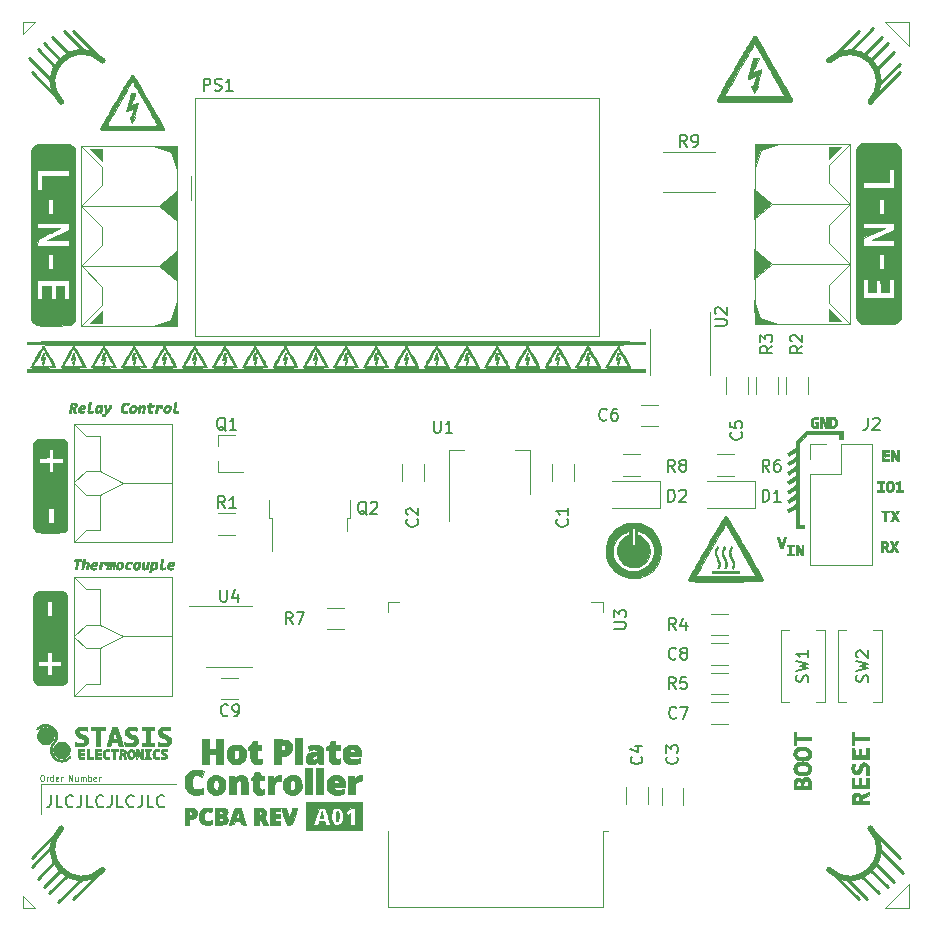
<source format=gbr>
%TF.GenerationSoftware,KiCad,Pcbnew,(5.1.7)-1*%
%TF.CreationDate,2021-01-13T20:34:28+01:00*%
%TF.ProjectId,HotPlateController,486f7450-6c61-4746-9543-6f6e74726f6c,rev?*%
%TF.SameCoordinates,Original*%
%TF.FileFunction,Legend,Top*%
%TF.FilePolarity,Positive*%
%FSLAX46Y46*%
G04 Gerber Fmt 4.6, Leading zero omitted, Abs format (unit mm)*
G04 Created by KiCad (PCBNEW (5.1.7)-1) date 2021-01-13 20:34:28*
%MOMM*%
%LPD*%
G01*
G04 APERTURE LIST*
%ADD10C,0.120000*%
%ADD11C,0.100000*%
%ADD12C,0.150000*%
%ADD13C,0.250000*%
%ADD14C,0.500000*%
%ADD15C,0.010000*%
%ADD16C,2.400000*%
%ADD17C,3.100000*%
%ADD18C,3.300000*%
%ADD19C,2.700000*%
%ADD20O,1.800000X1.800000*%
G04 APERTURE END LIST*
D10*
X1500000Y-64500000D02*
X13000000Y-64500000D01*
X1500000Y-67000000D02*
X1500000Y-64500000D01*
D11*
X1595238Y-63726190D02*
X1690476Y-63726190D01*
X1738095Y-63750000D01*
X1785714Y-63797619D01*
X1809523Y-63892857D01*
X1809523Y-64059523D01*
X1785714Y-64154761D01*
X1738095Y-64202380D01*
X1690476Y-64226190D01*
X1595238Y-64226190D01*
X1547619Y-64202380D01*
X1500000Y-64154761D01*
X1476190Y-64059523D01*
X1476190Y-63892857D01*
X1500000Y-63797619D01*
X1547619Y-63750000D01*
X1595238Y-63726190D01*
X2023809Y-64226190D02*
X2023809Y-63892857D01*
X2023809Y-63988095D02*
X2047619Y-63940476D01*
X2071428Y-63916666D01*
X2119047Y-63892857D01*
X2166666Y-63892857D01*
X2547619Y-64226190D02*
X2547619Y-63726190D01*
X2547619Y-64202380D02*
X2500000Y-64226190D01*
X2404761Y-64226190D01*
X2357142Y-64202380D01*
X2333333Y-64178571D01*
X2309523Y-64130952D01*
X2309523Y-63988095D01*
X2333333Y-63940476D01*
X2357142Y-63916666D01*
X2404761Y-63892857D01*
X2500000Y-63892857D01*
X2547619Y-63916666D01*
X2976190Y-64202380D02*
X2928571Y-64226190D01*
X2833333Y-64226190D01*
X2785714Y-64202380D01*
X2761904Y-64154761D01*
X2761904Y-63964285D01*
X2785714Y-63916666D01*
X2833333Y-63892857D01*
X2928571Y-63892857D01*
X2976190Y-63916666D01*
X3000000Y-63964285D01*
X3000000Y-64011904D01*
X2761904Y-64059523D01*
X3214285Y-64226190D02*
X3214285Y-63892857D01*
X3214285Y-63988095D02*
X3238095Y-63940476D01*
X3261904Y-63916666D01*
X3309523Y-63892857D01*
X3357142Y-63892857D01*
X3904761Y-64226190D02*
X3904761Y-63726190D01*
X4190476Y-64226190D01*
X4190476Y-63726190D01*
X4642857Y-63892857D02*
X4642857Y-64226190D01*
X4428571Y-63892857D02*
X4428571Y-64154761D01*
X4452380Y-64202380D01*
X4500000Y-64226190D01*
X4571428Y-64226190D01*
X4619047Y-64202380D01*
X4642857Y-64178571D01*
X4880952Y-64226190D02*
X4880952Y-63892857D01*
X4880952Y-63940476D02*
X4904761Y-63916666D01*
X4952380Y-63892857D01*
X5023809Y-63892857D01*
X5071428Y-63916666D01*
X5095238Y-63964285D01*
X5095238Y-64226190D01*
X5095238Y-63964285D02*
X5119047Y-63916666D01*
X5166666Y-63892857D01*
X5238095Y-63892857D01*
X5285714Y-63916666D01*
X5309523Y-63964285D01*
X5309523Y-64226190D01*
X5547619Y-64226190D02*
X5547619Y-63726190D01*
X5547619Y-63916666D02*
X5595238Y-63892857D01*
X5690476Y-63892857D01*
X5738095Y-63916666D01*
X5761904Y-63940476D01*
X5785714Y-63988095D01*
X5785714Y-64130952D01*
X5761904Y-64178571D01*
X5738095Y-64202380D01*
X5690476Y-64226190D01*
X5595238Y-64226190D01*
X5547619Y-64202380D01*
X6190476Y-64202380D02*
X6142857Y-64226190D01*
X6047619Y-64226190D01*
X6000000Y-64202380D01*
X5976190Y-64154761D01*
X5976190Y-63964285D01*
X6000000Y-63916666D01*
X6047619Y-63892857D01*
X6142857Y-63892857D01*
X6190476Y-63916666D01*
X6214285Y-63964285D01*
X6214285Y-64011904D01*
X5976190Y-64059523D01*
X6428571Y-64226190D02*
X6428571Y-63892857D01*
X6428571Y-63988095D02*
X6452380Y-63940476D01*
X6476190Y-63916666D01*
X6523809Y-63892857D01*
X6571428Y-63892857D01*
D12*
X2380952Y-65452380D02*
X2380952Y-66166666D01*
X2333333Y-66309523D01*
X2238095Y-66404761D01*
X2095238Y-66452380D01*
X2000000Y-66452380D01*
X3333333Y-66452380D02*
X2857142Y-66452380D01*
X2857142Y-65452380D01*
X4238095Y-66357142D02*
X4190476Y-66404761D01*
X4047619Y-66452380D01*
X3952380Y-66452380D01*
X3809523Y-66404761D01*
X3714285Y-66309523D01*
X3666666Y-66214285D01*
X3619047Y-66023809D01*
X3619047Y-65880952D01*
X3666666Y-65690476D01*
X3714285Y-65595238D01*
X3809523Y-65500000D01*
X3952380Y-65452380D01*
X4047619Y-65452380D01*
X4190476Y-65500000D01*
X4238095Y-65547619D01*
X4952380Y-65452380D02*
X4952380Y-66166666D01*
X4904761Y-66309523D01*
X4809523Y-66404761D01*
X4666666Y-66452380D01*
X4571428Y-66452380D01*
X5904761Y-66452380D02*
X5428571Y-66452380D01*
X5428571Y-65452380D01*
X6809523Y-66357142D02*
X6761904Y-66404761D01*
X6619047Y-66452380D01*
X6523809Y-66452380D01*
X6380952Y-66404761D01*
X6285714Y-66309523D01*
X6238095Y-66214285D01*
X6190476Y-66023809D01*
X6190476Y-65880952D01*
X6238095Y-65690476D01*
X6285714Y-65595238D01*
X6380952Y-65500000D01*
X6523809Y-65452380D01*
X6619047Y-65452380D01*
X6761904Y-65500000D01*
X6809523Y-65547619D01*
X7523809Y-65452380D02*
X7523809Y-66166666D01*
X7476190Y-66309523D01*
X7380952Y-66404761D01*
X7238095Y-66452380D01*
X7142857Y-66452380D01*
X8476190Y-66452380D02*
X8000000Y-66452380D01*
X8000000Y-65452380D01*
X9380952Y-66357142D02*
X9333333Y-66404761D01*
X9190476Y-66452380D01*
X9095238Y-66452380D01*
X8952380Y-66404761D01*
X8857142Y-66309523D01*
X8809523Y-66214285D01*
X8761904Y-66023809D01*
X8761904Y-65880952D01*
X8809523Y-65690476D01*
X8857142Y-65595238D01*
X8952380Y-65500000D01*
X9095238Y-65452380D01*
X9190476Y-65452380D01*
X9333333Y-65500000D01*
X9380952Y-65547619D01*
X10095238Y-65452380D02*
X10095238Y-66166666D01*
X10047619Y-66309523D01*
X9952380Y-66404761D01*
X9809523Y-66452380D01*
X9714285Y-66452380D01*
X11047619Y-66452380D02*
X10571428Y-66452380D01*
X10571428Y-65452380D01*
X11952380Y-66357142D02*
X11904761Y-66404761D01*
X11761904Y-66452380D01*
X11666666Y-66452380D01*
X11523809Y-66404761D01*
X11428571Y-66309523D01*
X11380952Y-66214285D01*
X11333333Y-66023809D01*
X11333333Y-65880952D01*
X11380952Y-65690476D01*
X11428571Y-65595238D01*
X11523809Y-65500000D01*
X11666666Y-65452380D01*
X11761904Y-65452380D01*
X11904761Y-65500000D01*
X11952380Y-65547619D01*
D13*
X69750000Y-72500000D02*
X71500000Y-74250000D01*
X71750000Y-71750000D02*
X73250000Y-73250000D01*
X71750000Y-68250000D02*
X74250000Y-70750000D01*
X68250000Y-71750000D02*
X70750000Y-74250000D01*
X71000000Y-72250000D02*
X72500000Y-73750000D01*
X72250000Y-71250000D02*
X73750000Y-72750000D01*
X72500000Y-70000000D02*
X74500000Y-72000000D01*
X72500000Y-5250000D02*
X74250000Y-3500000D01*
X71750000Y-3250000D02*
X73250000Y-1750000D01*
X68250000Y-3250000D02*
X70750000Y-750000D01*
X71750000Y-6750000D02*
X74250000Y-4250000D01*
X72250000Y-4000000D02*
X73750000Y-2500000D01*
X71250000Y-2750000D02*
X72750000Y-1250000D01*
X70000000Y-2500000D02*
X72000000Y-500000D01*
X5250000Y-2500000D02*
X3500000Y-750000D01*
X3250000Y-3250000D02*
X1750000Y-1750000D01*
X3250000Y-6750000D02*
X750000Y-4250000D01*
X6750000Y-3250000D02*
X4250000Y-750000D01*
X4000000Y-2750000D02*
X2500000Y-1250000D01*
X2750000Y-3750000D02*
X1250000Y-2250000D01*
X2500000Y-5000000D02*
X500000Y-3000000D01*
X3250000Y-68250000D02*
X750000Y-70750000D01*
X2500000Y-69750000D02*
X750000Y-71500000D01*
X2750000Y-71000000D02*
X1250000Y-72500000D01*
X3250000Y-71750000D02*
X1750000Y-73250000D01*
X3750000Y-72250000D02*
X2250000Y-73750000D01*
X5000000Y-72500000D02*
X3000000Y-74500000D01*
X6750000Y-71750000D02*
X4250000Y-74250000D01*
D14*
X71750000Y-68250000D02*
G75*
G02*
X68250000Y-71750000I-1750000J-1750000D01*
G01*
X68250000Y-3250000D02*
G75*
G02*
X71750000Y-6750000I1750000J-1750000D01*
G01*
X3250000Y-6750000D02*
G75*
G02*
X6750000Y-3250000I1750000J1750000D01*
G01*
X6750000Y-71750000D02*
G75*
G02*
X3250000Y-68250000I-1750000J1750000D01*
G01*
D10*
X75000000Y-73000000D02*
X73000000Y-75000000D01*
X75000000Y-75000000D02*
X75000000Y-73000000D01*
X73000000Y-75000000D02*
X75000000Y-75000000D01*
X75000000Y-2000000D02*
X73000000Y0D01*
X75000000Y0D02*
X75000000Y-2000000D01*
X73000000Y0D02*
X75000000Y0D01*
X1000000Y0D02*
X0Y0D01*
X0Y-1000000D02*
X1000000Y0D01*
X0Y0D02*
X0Y-1000000D01*
X0Y-74000000D02*
X0Y-75000000D01*
X1000000Y-75000000D02*
X0Y-74000000D01*
X0Y-75000000D02*
X1000000Y-75000000D01*
D15*
%TO.C,G\u002A\u002A\u002A*%
G36*
X28707167Y-68397333D02*
G01*
X23987000Y-68397333D01*
X23987000Y-67911521D01*
X24587064Y-67911521D01*
X24599468Y-67922350D01*
X24633268Y-67928435D01*
X24695558Y-67931099D01*
X24787556Y-67931667D01*
X24998299Y-67931667D01*
X25035541Y-67794083D01*
X25072783Y-67656500D01*
X25529163Y-67656500D01*
X25562415Y-67770883D01*
X25580784Y-67837959D01*
X25592860Y-67889511D01*
X25595667Y-67908466D01*
X25616567Y-67920587D01*
X25678635Y-67928322D01*
X25780925Y-67931566D01*
X25807333Y-67931667D01*
X25896136Y-67931175D01*
X25966519Y-67929849D01*
X26009542Y-67927914D01*
X26018610Y-67926375D01*
X26012187Y-67905750D01*
X25994105Y-67849505D01*
X25965865Y-67762259D01*
X25928964Y-67648628D01*
X25884903Y-67513230D01*
X25835180Y-67360683D01*
X25798391Y-67247964D01*
X26106623Y-67247964D01*
X26107880Y-67288448D01*
X26114329Y-67411355D01*
X26123935Y-67502914D01*
X26138435Y-67574086D01*
X26159565Y-67635831D01*
X26164917Y-67648420D01*
X26236073Y-67769232D01*
X26329491Y-67863760D01*
X26434391Y-67923036D01*
X26543510Y-67945721D01*
X26667566Y-67943724D01*
X26788369Y-67918717D01*
X26871181Y-67882839D01*
X26966461Y-67802662D01*
X27038899Y-67687937D01*
X27088040Y-67540041D01*
X27113433Y-67360353D01*
X27114627Y-67150252D01*
X27114208Y-67142054D01*
X27091185Y-66946022D01*
X27080644Y-66909419D01*
X27289000Y-66909419D01*
X27301466Y-66931147D01*
X27333761Y-66974636D01*
X27368375Y-67017653D01*
X27413759Y-67073085D01*
X27448462Y-67116702D01*
X27461835Y-67134603D01*
X27483398Y-67132065D01*
X27528067Y-67105039D01*
X27588310Y-67058254D01*
X27601742Y-67046788D01*
X27727564Y-66937787D01*
X27716950Y-67434727D01*
X27706337Y-67931667D01*
X28114500Y-67931667D01*
X28114500Y-66513500D01*
X27760866Y-66513500D01*
X27524933Y-66705224D01*
X27440919Y-66774318D01*
X27370100Y-66834125D01*
X27318331Y-66879580D01*
X27291464Y-66905618D01*
X27289000Y-66909419D01*
X27080644Y-66909419D01*
X27044781Y-66784902D01*
X26975109Y-66658843D01*
X26882283Y-66567993D01*
X26766416Y-66512502D01*
X26627623Y-66492517D01*
X26617638Y-66492451D01*
X26472421Y-66506710D01*
X26352682Y-66549996D01*
X26257577Y-66623627D01*
X26186263Y-66728922D01*
X26137896Y-66867197D01*
X26111630Y-67039772D01*
X26106623Y-67247964D01*
X25798391Y-67247964D01*
X25790107Y-67222583D01*
X25561994Y-66524083D01*
X25036267Y-66524083D01*
X24818685Y-67190833D01*
X24766052Y-67352113D01*
X24717275Y-67501569D01*
X24673997Y-67634167D01*
X24637859Y-67744875D01*
X24610506Y-67828659D01*
X24593580Y-67880487D01*
X24588958Y-67894625D01*
X24587064Y-67911521D01*
X23987000Y-67911521D01*
X23987000Y-66047833D01*
X28707167Y-66047833D01*
X28707167Y-68397333D01*
G37*
X28707167Y-68397333D02*
X23987000Y-68397333D01*
X23987000Y-67911521D01*
X24587064Y-67911521D01*
X24599468Y-67922350D01*
X24633268Y-67928435D01*
X24695558Y-67931099D01*
X24787556Y-67931667D01*
X24998299Y-67931667D01*
X25035541Y-67794083D01*
X25072783Y-67656500D01*
X25529163Y-67656500D01*
X25562415Y-67770883D01*
X25580784Y-67837959D01*
X25592860Y-67889511D01*
X25595667Y-67908466D01*
X25616567Y-67920587D01*
X25678635Y-67928322D01*
X25780925Y-67931566D01*
X25807333Y-67931667D01*
X25896136Y-67931175D01*
X25966519Y-67929849D01*
X26009542Y-67927914D01*
X26018610Y-67926375D01*
X26012187Y-67905750D01*
X25994105Y-67849505D01*
X25965865Y-67762259D01*
X25928964Y-67648628D01*
X25884903Y-67513230D01*
X25835180Y-67360683D01*
X25798391Y-67247964D01*
X26106623Y-67247964D01*
X26107880Y-67288448D01*
X26114329Y-67411355D01*
X26123935Y-67502914D01*
X26138435Y-67574086D01*
X26159565Y-67635831D01*
X26164917Y-67648420D01*
X26236073Y-67769232D01*
X26329491Y-67863760D01*
X26434391Y-67923036D01*
X26543510Y-67945721D01*
X26667566Y-67943724D01*
X26788369Y-67918717D01*
X26871181Y-67882839D01*
X26966461Y-67802662D01*
X27038899Y-67687937D01*
X27088040Y-67540041D01*
X27113433Y-67360353D01*
X27114627Y-67150252D01*
X27114208Y-67142054D01*
X27091185Y-66946022D01*
X27080644Y-66909419D01*
X27289000Y-66909419D01*
X27301466Y-66931147D01*
X27333761Y-66974636D01*
X27368375Y-67017653D01*
X27413759Y-67073085D01*
X27448462Y-67116702D01*
X27461835Y-67134603D01*
X27483398Y-67132065D01*
X27528067Y-67105039D01*
X27588310Y-67058254D01*
X27601742Y-67046788D01*
X27727564Y-66937787D01*
X27716950Y-67434727D01*
X27706337Y-67931667D01*
X28114500Y-67931667D01*
X28114500Y-66513500D01*
X27760866Y-66513500D01*
X27524933Y-66705224D01*
X27440919Y-66774318D01*
X27370100Y-66834125D01*
X27318331Y-66879580D01*
X27291464Y-66905618D01*
X27289000Y-66909419D01*
X27080644Y-66909419D01*
X27044781Y-66784902D01*
X26975109Y-66658843D01*
X26882283Y-66567993D01*
X26766416Y-66512502D01*
X26627623Y-66492517D01*
X26617638Y-66492451D01*
X26472421Y-66506710D01*
X26352682Y-66549996D01*
X26257577Y-66623627D01*
X26186263Y-66728922D01*
X26137896Y-66867197D01*
X26111630Y-67039772D01*
X26106623Y-67247964D01*
X25798391Y-67247964D01*
X25790107Y-67222583D01*
X25561994Y-66524083D01*
X25036267Y-66524083D01*
X24818685Y-67190833D01*
X24766052Y-67352113D01*
X24717275Y-67501569D01*
X24673997Y-67634167D01*
X24637859Y-67744875D01*
X24610506Y-67828659D01*
X24593580Y-67880487D01*
X24588958Y-67894625D01*
X24587064Y-67911521D01*
X23987000Y-67911521D01*
X23987000Y-66047833D01*
X28707167Y-66047833D01*
X28707167Y-68397333D01*
G36*
X15739681Y-66506395D02*
G01*
X15843578Y-66517687D01*
X15927735Y-66538074D01*
X15938375Y-66541659D01*
X15999069Y-66563849D01*
X16039432Y-66580577D01*
X16049500Y-66586699D01*
X16042180Y-66608258D01*
X16023833Y-66654749D01*
X16015539Y-66674957D01*
X15985725Y-66746940D01*
X15957099Y-66816100D01*
X15953704Y-66824307D01*
X15925831Y-66891698D01*
X15818105Y-66850766D01*
X15689104Y-66815581D01*
X15573585Y-66811436D01*
X15477842Y-66838103D01*
X15437349Y-66864582D01*
X15376236Y-66941298D01*
X15334294Y-67047833D01*
X15314113Y-67175054D01*
X15315991Y-67292490D01*
X15339181Y-67420955D01*
X15382952Y-67515747D01*
X15449736Y-67581437D01*
X15478720Y-67598259D01*
X15566367Y-67627951D01*
X15666058Y-67631623D01*
X15786630Y-67609154D01*
X15841239Y-67593273D01*
X15910071Y-67571927D01*
X15960588Y-67556697D01*
X15981599Y-67550940D01*
X15983776Y-67570254D01*
X15984007Y-67621716D01*
X15982290Y-67695183D01*
X15981599Y-67714680D01*
X15975417Y-67878694D01*
X15890750Y-67907297D01*
X15792184Y-67929849D01*
X15670213Y-67942304D01*
X15541292Y-67944334D01*
X15421876Y-67935615D01*
X15336077Y-67918291D01*
X15199618Y-67855419D01*
X15088209Y-67759117D01*
X15002975Y-67630881D01*
X14945043Y-67472204D01*
X14925244Y-67372626D01*
X14913870Y-67179612D01*
X14938238Y-67002469D01*
X14996904Y-66844461D01*
X15088426Y-66708854D01*
X15211362Y-66598911D01*
X15287500Y-66552823D01*
X15337464Y-66529557D01*
X15387782Y-66514771D01*
X15450065Y-66506640D01*
X15535928Y-66503339D01*
X15605000Y-66502917D01*
X15739681Y-66506395D01*
G37*
X15739681Y-66506395D02*
X15843578Y-66517687D01*
X15927735Y-66538074D01*
X15938375Y-66541659D01*
X15999069Y-66563849D01*
X16039432Y-66580577D01*
X16049500Y-66586699D01*
X16042180Y-66608258D01*
X16023833Y-66654749D01*
X16015539Y-66674957D01*
X15985725Y-66746940D01*
X15957099Y-66816100D01*
X15953704Y-66824307D01*
X15925831Y-66891698D01*
X15818105Y-66850766D01*
X15689104Y-66815581D01*
X15573585Y-66811436D01*
X15477842Y-66838103D01*
X15437349Y-66864582D01*
X15376236Y-66941298D01*
X15334294Y-67047833D01*
X15314113Y-67175054D01*
X15315991Y-67292490D01*
X15339181Y-67420955D01*
X15382952Y-67515747D01*
X15449736Y-67581437D01*
X15478720Y-67598259D01*
X15566367Y-67627951D01*
X15666058Y-67631623D01*
X15786630Y-67609154D01*
X15841239Y-67593273D01*
X15910071Y-67571927D01*
X15960588Y-67556697D01*
X15981599Y-67550940D01*
X15983776Y-67570254D01*
X15984007Y-67621716D01*
X15982290Y-67695183D01*
X15981599Y-67714680D01*
X15975417Y-67878694D01*
X15890750Y-67907297D01*
X15792184Y-67929849D01*
X15670213Y-67942304D01*
X15541292Y-67944334D01*
X15421876Y-67935615D01*
X15336077Y-67918291D01*
X15199618Y-67855419D01*
X15088209Y-67759117D01*
X15002975Y-67630881D01*
X14945043Y-67472204D01*
X14925244Y-67372626D01*
X14913870Y-67179612D01*
X14938238Y-67002469D01*
X14996904Y-66844461D01*
X15088426Y-66708854D01*
X15211362Y-66598911D01*
X15287500Y-66552823D01*
X15337464Y-66529557D01*
X15387782Y-66514771D01*
X15450065Y-66506640D01*
X15535928Y-66503339D01*
X15605000Y-66502917D01*
X15739681Y-66506395D01*
G36*
X14166569Y-66515074D02*
G01*
X14281896Y-66519478D01*
X14373396Y-66526233D01*
X14432976Y-66534860D01*
X14442966Y-66537590D01*
X14564508Y-66597757D01*
X14654338Y-66685692D01*
X14711719Y-66800304D01*
X14735911Y-66940500D01*
X14736702Y-66971458D01*
X14719185Y-67117081D01*
X14666821Y-67239817D01*
X14581568Y-67337692D01*
X14465384Y-67408736D01*
X14320226Y-67450977D01*
X14252020Y-67459577D01*
X14102167Y-67472140D01*
X14102167Y-67931667D01*
X13700000Y-67931667D01*
X13700000Y-67154039D01*
X14102167Y-67154039D01*
X14180276Y-67141363D01*
X14244986Y-67121247D01*
X14297602Y-67089297D01*
X14300926Y-67086148D01*
X14331845Y-67032316D01*
X14343130Y-66963903D01*
X14333797Y-66899305D01*
X14312775Y-66864523D01*
X14273198Y-66842749D01*
X14212091Y-66824421D01*
X14192125Y-66820632D01*
X14102167Y-66806112D01*
X14102167Y-67154039D01*
X13700000Y-67154039D01*
X13700000Y-66513500D01*
X14035508Y-66513500D01*
X14166569Y-66515074D01*
G37*
X14166569Y-66515074D02*
X14281896Y-66519478D01*
X14373396Y-66526233D01*
X14432976Y-66534860D01*
X14442966Y-66537590D01*
X14564508Y-66597757D01*
X14654338Y-66685692D01*
X14711719Y-66800304D01*
X14735911Y-66940500D01*
X14736702Y-66971458D01*
X14719185Y-67117081D01*
X14666821Y-67239817D01*
X14581568Y-67337692D01*
X14465384Y-67408736D01*
X14320226Y-67450977D01*
X14252020Y-67459577D01*
X14102167Y-67472140D01*
X14102167Y-67931667D01*
X13700000Y-67931667D01*
X13700000Y-67154039D01*
X14102167Y-67154039D01*
X14180276Y-67141363D01*
X14244986Y-67121247D01*
X14297602Y-67089297D01*
X14300926Y-67086148D01*
X14331845Y-67032316D01*
X14343130Y-66963903D01*
X14333797Y-66899305D01*
X14312775Y-66864523D01*
X14273198Y-66842749D01*
X14212091Y-66824421D01*
X14192125Y-66820632D01*
X14102167Y-66806112D01*
X14102167Y-67154039D01*
X13700000Y-67154039D01*
X13700000Y-66513500D01*
X14035508Y-66513500D01*
X14166569Y-66515074D01*
G36*
X16658042Y-66516809D02*
G01*
X16798033Y-66519648D01*
X16902772Y-66522879D01*
X16979334Y-66527373D01*
X17034796Y-66533996D01*
X17076235Y-66543620D01*
X17110729Y-66557111D01*
X17145354Y-66575339D01*
X17148291Y-66577000D01*
X17239491Y-66639371D01*
X17295000Y-66707255D01*
X17321204Y-66790819D01*
X17325547Y-66859165D01*
X17310119Y-66975743D01*
X17266049Y-67069814D01*
X17196663Y-67135270D01*
X17167094Y-67150256D01*
X17099728Y-67178159D01*
X17164493Y-67204586D01*
X17244650Y-67256854D01*
X17310981Y-67335505D01*
X17350504Y-67424597D01*
X17352985Y-67436056D01*
X17357797Y-67564734D01*
X17322921Y-67680620D01*
X17249850Y-67780731D01*
X17140080Y-67862082D01*
X17139583Y-67862358D01*
X17100550Y-67883195D01*
X17064700Y-67898552D01*
X17024675Y-67909414D01*
X16973113Y-67916761D01*
X16902655Y-67921576D01*
X16805938Y-67924843D01*
X16675604Y-67927544D01*
X16647458Y-67928056D01*
X16261167Y-67935029D01*
X16261167Y-67339000D01*
X16642167Y-67339000D01*
X16642167Y-67635333D01*
X16736421Y-67635333D01*
X16808563Y-67629681D01*
X16871975Y-67615607D01*
X16885095Y-67610538D01*
X16936454Y-67565895D01*
X16957735Y-67497794D01*
X16951885Y-67437879D01*
X16917962Y-67386179D01*
X16849285Y-67352602D01*
X16750252Y-67339163D01*
X16736421Y-67339000D01*
X16642167Y-67339000D01*
X16261167Y-67339000D01*
X16261167Y-66809833D01*
X16642167Y-66809833D01*
X16642167Y-67042667D01*
X16757383Y-67042667D01*
X16829413Y-67039445D01*
X16873034Y-67026895D01*
X16901871Y-67000692D01*
X16905550Y-66995623D01*
X16935898Y-66928404D01*
X16927448Y-66873357D01*
X16882770Y-66833658D01*
X16804432Y-66812484D01*
X16755303Y-66809833D01*
X16642167Y-66809833D01*
X16261167Y-66809833D01*
X16261167Y-66509534D01*
X16658042Y-66516809D01*
G37*
X16658042Y-66516809D02*
X16798033Y-66519648D01*
X16902772Y-66522879D01*
X16979334Y-66527373D01*
X17034796Y-66533996D01*
X17076235Y-66543620D01*
X17110729Y-66557111D01*
X17145354Y-66575339D01*
X17148291Y-66577000D01*
X17239491Y-66639371D01*
X17295000Y-66707255D01*
X17321204Y-66790819D01*
X17325547Y-66859165D01*
X17310119Y-66975743D01*
X17266049Y-67069814D01*
X17196663Y-67135270D01*
X17167094Y-67150256D01*
X17099728Y-67178159D01*
X17164493Y-67204586D01*
X17244650Y-67256854D01*
X17310981Y-67335505D01*
X17350504Y-67424597D01*
X17352985Y-67436056D01*
X17357797Y-67564734D01*
X17322921Y-67680620D01*
X17249850Y-67780731D01*
X17140080Y-67862082D01*
X17139583Y-67862358D01*
X17100550Y-67883195D01*
X17064700Y-67898552D01*
X17024675Y-67909414D01*
X16973113Y-67916761D01*
X16902655Y-67921576D01*
X16805938Y-67924843D01*
X16675604Y-67927544D01*
X16647458Y-67928056D01*
X16261167Y-67935029D01*
X16261167Y-67339000D01*
X16642167Y-67339000D01*
X16642167Y-67635333D01*
X16736421Y-67635333D01*
X16808563Y-67629681D01*
X16871975Y-67615607D01*
X16885095Y-67610538D01*
X16936454Y-67565895D01*
X16957735Y-67497794D01*
X16951885Y-67437879D01*
X16917962Y-67386179D01*
X16849285Y-67352602D01*
X16750252Y-67339163D01*
X16736421Y-67339000D01*
X16642167Y-67339000D01*
X16261167Y-67339000D01*
X16261167Y-66809833D01*
X16642167Y-66809833D01*
X16642167Y-67042667D01*
X16757383Y-67042667D01*
X16829413Y-67039445D01*
X16873034Y-67026895D01*
X16901871Y-67000692D01*
X16905550Y-66995623D01*
X16935898Y-66928404D01*
X16927448Y-66873357D01*
X16882770Y-66833658D01*
X16804432Y-66812484D01*
X16755303Y-66809833D01*
X16642167Y-66809833D01*
X16261167Y-66809833D01*
X16261167Y-66509534D01*
X16658042Y-66516809D01*
G36*
X18266137Y-66493898D02*
G01*
X18348644Y-66498155D01*
X18406153Y-66504449D01*
X18429769Y-66511913D01*
X18438995Y-66535971D01*
X18459770Y-66595535D01*
X18490500Y-66685868D01*
X18529595Y-66802236D01*
X18575461Y-66939901D01*
X18626505Y-67094127D01*
X18671984Y-67232293D01*
X18902098Y-67933093D01*
X18689333Y-67927088D01*
X18476567Y-67921083D01*
X18442963Y-67794083D01*
X18409360Y-67667083D01*
X17947487Y-67667083D01*
X17880279Y-67921083D01*
X17450711Y-67933101D01*
X17628596Y-67387342D01*
X17651570Y-67316771D01*
X18042512Y-67316771D01*
X18052285Y-67331030D01*
X18084697Y-67337358D01*
X18148330Y-67338961D01*
X18174281Y-67339000D01*
X18249826Y-67335934D01*
X18299267Y-67327632D01*
X18314333Y-67317186D01*
X18309445Y-67290698D01*
X18296377Y-67233607D01*
X18277521Y-67155413D01*
X18255270Y-67065615D01*
X18232016Y-66973710D01*
X18210152Y-66889198D01*
X18192070Y-66821579D01*
X18180163Y-66780349D01*
X18177098Y-66772346D01*
X18170692Y-66789270D01*
X18156822Y-66839581D01*
X18137556Y-66915419D01*
X18115847Y-67005179D01*
X18092152Y-67104803D01*
X18070964Y-67193044D01*
X18054797Y-67259492D01*
X18046796Y-67291375D01*
X18042512Y-67316771D01*
X17651570Y-67316771D01*
X17679138Y-67232094D01*
X17728465Y-67080236D01*
X17774110Y-66939397D01*
X17813603Y-66817200D01*
X17844476Y-66721273D01*
X17861818Y-66666958D01*
X17917156Y-66492333D01*
X18167412Y-66492333D01*
X18266137Y-66493898D01*
G37*
X18266137Y-66493898D02*
X18348644Y-66498155D01*
X18406153Y-66504449D01*
X18429769Y-66511913D01*
X18438995Y-66535971D01*
X18459770Y-66595535D01*
X18490500Y-66685868D01*
X18529595Y-66802236D01*
X18575461Y-66939901D01*
X18626505Y-67094127D01*
X18671984Y-67232293D01*
X18902098Y-67933093D01*
X18689333Y-67927088D01*
X18476567Y-67921083D01*
X18442963Y-67794083D01*
X18409360Y-67667083D01*
X17947487Y-67667083D01*
X17880279Y-67921083D01*
X17450711Y-67933101D01*
X17628596Y-67387342D01*
X17651570Y-67316771D01*
X18042512Y-67316771D01*
X18052285Y-67331030D01*
X18084697Y-67337358D01*
X18148330Y-67338961D01*
X18174281Y-67339000D01*
X18249826Y-67335934D01*
X18299267Y-67327632D01*
X18314333Y-67317186D01*
X18309445Y-67290698D01*
X18296377Y-67233607D01*
X18277521Y-67155413D01*
X18255270Y-67065615D01*
X18232016Y-66973710D01*
X18210152Y-66889198D01*
X18192070Y-66821579D01*
X18180163Y-66780349D01*
X18177098Y-66772346D01*
X18170692Y-66789270D01*
X18156822Y-66839581D01*
X18137556Y-66915419D01*
X18115847Y-67005179D01*
X18092152Y-67104803D01*
X18070964Y-67193044D01*
X18054797Y-67259492D01*
X18046796Y-67291375D01*
X18042512Y-67316771D01*
X17651570Y-67316771D01*
X17679138Y-67232094D01*
X17728465Y-67080236D01*
X17774110Y-66939397D01*
X17813603Y-66817200D01*
X17844476Y-66721273D01*
X17861818Y-66666958D01*
X17917156Y-66492333D01*
X18167412Y-66492333D01*
X18266137Y-66493898D01*
G36*
X19896542Y-66513618D02*
G01*
X20050442Y-66515038D01*
X20169496Y-66519977D01*
X20261124Y-66529637D01*
X20332749Y-66545220D01*
X20391794Y-66567927D01*
X20445681Y-66598960D01*
X20452710Y-66603679D01*
X20539061Y-66678114D01*
X20590701Y-66765110D01*
X20614254Y-66868196D01*
X20610521Y-67002688D01*
X20566543Y-67124555D01*
X20482979Y-67232090D01*
X20469343Y-67244837D01*
X20383159Y-67322698D01*
X20572593Y-67600724D01*
X20638321Y-67697403D01*
X20696185Y-67782910D01*
X20741716Y-67850613D01*
X20770446Y-67893878D01*
X20777679Y-67905208D01*
X20775511Y-67917513D01*
X20748087Y-67925556D01*
X20690066Y-67930030D01*
X20596103Y-67931630D01*
X20574134Y-67931667D01*
X20354937Y-67931667D01*
X20207760Y-67677935D01*
X20145487Y-67572749D01*
X20098822Y-67499927D01*
X20063798Y-67454299D01*
X20036451Y-67430692D01*
X20012958Y-67423935D01*
X19992890Y-67425397D01*
X19979437Y-67434748D01*
X19971277Y-67459031D01*
X19967088Y-67505291D01*
X19965548Y-67580573D01*
X19965333Y-67677667D01*
X19965333Y-67931667D01*
X19563167Y-67931667D01*
X19563167Y-66809833D01*
X19965333Y-66809833D01*
X19965333Y-67132907D01*
X20051643Y-67121331D01*
X20117593Y-67104903D01*
X20170973Y-67079004D01*
X20178643Y-67072930D01*
X20209829Y-67019791D01*
X20218616Y-66949534D01*
X20204523Y-66881258D01*
X20184303Y-66848542D01*
X20130641Y-66818037D01*
X20057303Y-66809833D01*
X19965333Y-66809833D01*
X19563167Y-66809833D01*
X19563167Y-66513500D01*
X19896542Y-66513618D01*
G37*
X19896542Y-66513618D02*
X20050442Y-66515038D01*
X20169496Y-66519977D01*
X20261124Y-66529637D01*
X20332749Y-66545220D01*
X20391794Y-66567927D01*
X20445681Y-66598960D01*
X20452710Y-66603679D01*
X20539061Y-66678114D01*
X20590701Y-66765110D01*
X20614254Y-66868196D01*
X20610521Y-67002688D01*
X20566543Y-67124555D01*
X20482979Y-67232090D01*
X20469343Y-67244837D01*
X20383159Y-67322698D01*
X20572593Y-67600724D01*
X20638321Y-67697403D01*
X20696185Y-67782910D01*
X20741716Y-67850613D01*
X20770446Y-67893878D01*
X20777679Y-67905208D01*
X20775511Y-67917513D01*
X20748087Y-67925556D01*
X20690066Y-67930030D01*
X20596103Y-67931630D01*
X20574134Y-67931667D01*
X20354937Y-67931667D01*
X20207760Y-67677935D01*
X20145487Y-67572749D01*
X20098822Y-67499927D01*
X20063798Y-67454299D01*
X20036451Y-67430692D01*
X20012958Y-67423935D01*
X19992890Y-67425397D01*
X19979437Y-67434748D01*
X19971277Y-67459031D01*
X19967088Y-67505291D01*
X19965548Y-67580573D01*
X19965333Y-67677667D01*
X19965333Y-67931667D01*
X19563167Y-67931667D01*
X19563167Y-66809833D01*
X19965333Y-66809833D01*
X19965333Y-67132907D01*
X20051643Y-67121331D01*
X20117593Y-67104903D01*
X20170973Y-67079004D01*
X20178643Y-67072930D01*
X20209829Y-67019791D01*
X20218616Y-66949534D01*
X20204523Y-66881258D01*
X20184303Y-66848542D01*
X20130641Y-66818037D01*
X20057303Y-66809833D01*
X19965333Y-66809833D01*
X19563167Y-66809833D01*
X19563167Y-66513500D01*
X19896542Y-66513618D01*
G36*
X21764500Y-66809833D02*
G01*
X21320000Y-66809833D01*
X21320000Y-67042667D01*
X21745188Y-67042667D01*
X21732750Y-67349583D01*
X21320000Y-67361699D01*
X21320000Y-67614167D01*
X21764500Y-67614167D01*
X21764500Y-67931667D01*
X20917833Y-67931667D01*
X20917833Y-66513500D01*
X21764500Y-66513500D01*
X21764500Y-66809833D01*
G37*
X21764500Y-66809833D02*
X21320000Y-66809833D01*
X21320000Y-67042667D01*
X21745188Y-67042667D01*
X21732750Y-67349583D01*
X21320000Y-67361699D01*
X21320000Y-67614167D01*
X21764500Y-67614167D01*
X21764500Y-67931667D01*
X20917833Y-67931667D01*
X20917833Y-66513500D01*
X21764500Y-66513500D01*
X21764500Y-66809833D01*
G36*
X23117919Y-66513976D02*
G01*
X23190003Y-66515264D01*
X23235010Y-66517149D01*
X23245713Y-66518792D01*
X23239274Y-66539416D01*
X23221173Y-66595659D01*
X23192911Y-66682903D01*
X23155988Y-66796531D01*
X23111904Y-66931925D01*
X23062159Y-67084469D01*
X23017063Y-67222583D01*
X22788866Y-67921083D01*
X22557141Y-67926826D01*
X22325417Y-67932568D01*
X22104818Y-67249492D01*
X22052221Y-67086690D01*
X22003556Y-66936181D01*
X21960405Y-66802845D01*
X21924349Y-66691563D01*
X21896969Y-66607216D01*
X21879846Y-66554684D01*
X21874717Y-66539189D01*
X21879318Y-66526782D01*
X21907516Y-66519392D01*
X21965078Y-66516439D01*
X22057773Y-66517338D01*
X22084433Y-66518023D01*
X22303653Y-66524083D01*
X22402624Y-66894500D01*
X22436724Y-67023506D01*
X22468857Y-67147595D01*
X22496599Y-67257221D01*
X22517527Y-67342836D01*
X22527424Y-67386155D01*
X22553252Y-67507393D01*
X22656441Y-67110988D01*
X22690458Y-66980009D01*
X22722471Y-66856190D01*
X22750287Y-66748053D01*
X22771714Y-66664122D01*
X22784284Y-66614042D01*
X22808937Y-66513500D01*
X23027552Y-66513500D01*
X23117919Y-66513976D01*
G37*
X23117919Y-66513976D02*
X23190003Y-66515264D01*
X23235010Y-66517149D01*
X23245713Y-66518792D01*
X23239274Y-66539416D01*
X23221173Y-66595659D01*
X23192911Y-66682903D01*
X23155988Y-66796531D01*
X23111904Y-66931925D01*
X23062159Y-67084469D01*
X23017063Y-67222583D01*
X22788866Y-67921083D01*
X22557141Y-67926826D01*
X22325417Y-67932568D01*
X22104818Y-67249492D01*
X22052221Y-67086690D01*
X22003556Y-66936181D01*
X21960405Y-66802845D01*
X21924349Y-66691563D01*
X21896969Y-66607216D01*
X21879846Y-66554684D01*
X21874717Y-66539189D01*
X21879318Y-66526782D01*
X21907516Y-66519392D01*
X21965078Y-66516439D01*
X22057773Y-66517338D01*
X22084433Y-66518023D01*
X22303653Y-66524083D01*
X22402624Y-66894500D01*
X22436724Y-67023506D01*
X22468857Y-67147595D01*
X22496599Y-67257221D01*
X22517527Y-67342836D01*
X22527424Y-67386155D01*
X22553252Y-67507393D01*
X22656441Y-67110988D01*
X22690458Y-66980009D01*
X22722471Y-66856190D01*
X22750287Y-66748053D01*
X22771714Y-66664122D01*
X22784284Y-66614042D01*
X22808937Y-66513500D01*
X23027552Y-66513500D01*
X23117919Y-66513976D01*
G36*
X71629142Y-65157094D02*
G01*
X71630564Y-65208533D01*
X71629353Y-65281719D01*
X71628765Y-65298336D01*
X71622583Y-65459005D01*
X71368583Y-65573394D01*
X71270018Y-65619870D01*
X71183224Y-65664662D01*
X71116897Y-65703012D01*
X71079732Y-65730165D01*
X71077542Y-65732569D01*
X71051319Y-65785468D01*
X71040500Y-65849095D01*
X71040500Y-65920833D01*
X71633167Y-65920833D01*
X71633167Y-66196000D01*
X70167519Y-66196000D01*
X70175865Y-65922438D01*
X70399575Y-65922438D01*
X70608913Y-65916344D01*
X70818250Y-65910250D01*
X70812053Y-65796324D01*
X70792942Y-65675689D01*
X70751084Y-65589527D01*
X70687242Y-65538647D01*
X70602179Y-65523853D01*
X70559018Y-65528835D01*
X70494856Y-65555081D01*
X70450201Y-65608901D01*
X70422300Y-65695034D01*
X70410683Y-65784057D01*
X70399575Y-65922438D01*
X70175865Y-65922438D01*
X70177367Y-65873208D01*
X70183120Y-65730096D01*
X70190973Y-65622136D01*
X70201746Y-65542164D01*
X70216258Y-65483020D01*
X70224604Y-65460379D01*
X70286694Y-65358945D01*
X70371685Y-65286255D01*
X70471773Y-65242683D01*
X70579154Y-65228601D01*
X70686024Y-65244382D01*
X70784578Y-65290399D01*
X70867013Y-65367024D01*
X70905489Y-65427846D01*
X70950395Y-65516601D01*
X71000426Y-65463345D01*
X71030593Y-65441328D01*
X71089599Y-65405843D01*
X71169283Y-65361146D01*
X71261483Y-65311489D01*
X71358037Y-65261126D01*
X71450783Y-65214311D01*
X71531559Y-65175299D01*
X71592204Y-65148342D01*
X71624555Y-65137694D01*
X71625311Y-65137667D01*
X71629142Y-65157094D01*
G37*
X71629142Y-65157094D02*
X71630564Y-65208533D01*
X71629353Y-65281719D01*
X71628765Y-65298336D01*
X71622583Y-65459005D01*
X71368583Y-65573394D01*
X71270018Y-65619870D01*
X71183224Y-65664662D01*
X71116897Y-65703012D01*
X71079732Y-65730165D01*
X71077542Y-65732569D01*
X71051319Y-65785468D01*
X71040500Y-65849095D01*
X71040500Y-65920833D01*
X71633167Y-65920833D01*
X71633167Y-66196000D01*
X70167519Y-66196000D01*
X70175865Y-65922438D01*
X70399575Y-65922438D01*
X70608913Y-65916344D01*
X70818250Y-65910250D01*
X70812053Y-65796324D01*
X70792942Y-65675689D01*
X70751084Y-65589527D01*
X70687242Y-65538647D01*
X70602179Y-65523853D01*
X70559018Y-65528835D01*
X70494856Y-65555081D01*
X70450201Y-65608901D01*
X70422300Y-65695034D01*
X70410683Y-65784057D01*
X70399575Y-65922438D01*
X70175865Y-65922438D01*
X70177367Y-65873208D01*
X70183120Y-65730096D01*
X70190973Y-65622136D01*
X70201746Y-65542164D01*
X70216258Y-65483020D01*
X70224604Y-65460379D01*
X70286694Y-65358945D01*
X70371685Y-65286255D01*
X70471773Y-65242683D01*
X70579154Y-65228601D01*
X70686024Y-65244382D01*
X70784578Y-65290399D01*
X70867013Y-65367024D01*
X70905489Y-65427846D01*
X70950395Y-65516601D01*
X71000426Y-65463345D01*
X71030593Y-65441328D01*
X71089599Y-65405843D01*
X71169283Y-65361146D01*
X71261483Y-65311489D01*
X71358037Y-65261126D01*
X71450783Y-65214311D01*
X71531559Y-65175299D01*
X71592204Y-65148342D01*
X71624555Y-65137694D01*
X71625311Y-65137667D01*
X71629142Y-65157094D01*
G36*
X14891163Y-63295616D02*
G01*
X15076742Y-63330034D01*
X15243517Y-63386930D01*
X15248592Y-63389200D01*
X15347267Y-63433750D01*
X15262242Y-63647505D01*
X15177216Y-63861260D01*
X15004816Y-63801247D01*
X14850890Y-63757209D01*
X14721271Y-63742106D01*
X14609521Y-63755770D01*
X14525771Y-63788817D01*
X14436782Y-63858848D01*
X14365991Y-63961747D01*
X14315439Y-64091251D01*
X14287167Y-64241101D01*
X14283215Y-64405033D01*
X14292803Y-64503627D01*
X14323963Y-64648825D01*
X14373027Y-64760425D01*
X14443153Y-64844512D01*
X14487421Y-64878351D01*
X14535165Y-64907199D01*
X14579493Y-64924353D01*
X14633642Y-64932554D01*
X14710846Y-64934542D01*
X14756878Y-64934136D01*
X14879263Y-64927718D01*
X14982555Y-64909594D01*
X15088977Y-64875928D01*
X15162836Y-64849210D01*
X15220511Y-64829476D01*
X15251227Y-64820389D01*
X15253019Y-64820167D01*
X15258364Y-64839909D01*
X15262685Y-64893448D01*
X15265495Y-64972250D01*
X15266333Y-65053524D01*
X15266333Y-65286881D01*
X15208125Y-65309170D01*
X15016247Y-65364377D01*
X14803480Y-65393474D01*
X14583434Y-65394887D01*
X14514917Y-65389360D01*
X14317072Y-65351290D01*
X14146151Y-65280557D01*
X14002310Y-65177298D01*
X13885710Y-65041648D01*
X13796508Y-64873745D01*
X13748593Y-64730178D01*
X13724076Y-64597161D01*
X13712336Y-64441052D01*
X13713169Y-64276957D01*
X13726376Y-64119984D01*
X13751755Y-63985240D01*
X13758860Y-63960376D01*
X13837508Y-63770843D01*
X13947041Y-63608939D01*
X14085521Y-63476702D01*
X14251012Y-63376172D01*
X14352810Y-63335145D01*
X14516075Y-63297379D01*
X14699900Y-63284467D01*
X14891163Y-63295616D01*
G37*
X14891163Y-63295616D02*
X15076742Y-63330034D01*
X15243517Y-63386930D01*
X15248592Y-63389200D01*
X15347267Y-63433750D01*
X15262242Y-63647505D01*
X15177216Y-63861260D01*
X15004816Y-63801247D01*
X14850890Y-63757209D01*
X14721271Y-63742106D01*
X14609521Y-63755770D01*
X14525771Y-63788817D01*
X14436782Y-63858848D01*
X14365991Y-63961747D01*
X14315439Y-64091251D01*
X14287167Y-64241101D01*
X14283215Y-64405033D01*
X14292803Y-64503627D01*
X14323963Y-64648825D01*
X14373027Y-64760425D01*
X14443153Y-64844512D01*
X14487421Y-64878351D01*
X14535165Y-64907199D01*
X14579493Y-64924353D01*
X14633642Y-64932554D01*
X14710846Y-64934542D01*
X14756878Y-64934136D01*
X14879263Y-64927718D01*
X14982555Y-64909594D01*
X15088977Y-64875928D01*
X15162836Y-64849210D01*
X15220511Y-64829476D01*
X15251227Y-64820389D01*
X15253019Y-64820167D01*
X15258364Y-64839909D01*
X15262685Y-64893448D01*
X15265495Y-64972250D01*
X15266333Y-65053524D01*
X15266333Y-65286881D01*
X15208125Y-65309170D01*
X15016247Y-65364377D01*
X14803480Y-65393474D01*
X14583434Y-65394887D01*
X14514917Y-65389360D01*
X14317072Y-65351290D01*
X14146151Y-65280557D01*
X14002310Y-65177298D01*
X13885710Y-65041648D01*
X13796508Y-64873745D01*
X13748593Y-64730178D01*
X13724076Y-64597161D01*
X13712336Y-64441052D01*
X13713169Y-64276957D01*
X13726376Y-64119984D01*
X13751755Y-63985240D01*
X13758860Y-63960376D01*
X13837508Y-63770843D01*
X13947041Y-63608939D01*
X14085521Y-63476702D01*
X14251012Y-63376172D01*
X14352810Y-63335145D01*
X14516075Y-63297379D01*
X14699900Y-63284467D01*
X14891163Y-63295616D01*
G36*
X16627821Y-63786090D02*
G01*
X16782629Y-63857644D01*
X16915041Y-63961079D01*
X17021288Y-64093679D01*
X17097602Y-64252727D01*
X17130062Y-64372480D01*
X17149201Y-64549946D01*
X17138744Y-64724779D01*
X17101039Y-64890090D01*
X17038437Y-65038990D01*
X16953286Y-65164589D01*
X16847936Y-65259998D01*
X16821733Y-65276574D01*
X16650694Y-65354015D01*
X16465863Y-65393149D01*
X16264216Y-65394545D01*
X16218833Y-65390024D01*
X16045838Y-65349896D01*
X15893273Y-65274221D01*
X15764975Y-65166241D01*
X15664784Y-65029198D01*
X15596538Y-64866332D01*
X15595846Y-64863950D01*
X15570702Y-64730425D01*
X15564388Y-64608585D01*
X16119236Y-64608585D01*
X16128843Y-64721452D01*
X16148375Y-64816800D01*
X16166095Y-64862845D01*
X16223620Y-64936863D01*
X16298013Y-64979701D01*
X16379638Y-64988698D01*
X16458860Y-64961195D01*
X16476781Y-64948605D01*
X16526873Y-64886763D01*
X16559793Y-64792175D01*
X16576253Y-64662214D01*
X16578548Y-64574294D01*
X16570924Y-64423974D01*
X16547216Y-64310642D01*
X16505814Y-64231506D01*
X16445109Y-64183772D01*
X16363488Y-64164646D01*
X16342017Y-64164000D01*
X16260634Y-64178895D01*
X16199544Y-64225698D01*
X16155796Y-64307585D01*
X16133749Y-64388262D01*
X16120542Y-64492691D01*
X16119236Y-64608585D01*
X15564388Y-64608585D01*
X15562686Y-64575757D01*
X15571497Y-64417382D01*
X15596836Y-64272738D01*
X15606598Y-64237891D01*
X15637783Y-64151780D01*
X15676513Y-64082393D01*
X15733341Y-64012735D01*
X15770640Y-63973711D01*
X15887868Y-63874151D01*
X16016659Y-63805597D01*
X16167216Y-63763432D01*
X16266086Y-63749497D01*
X16454384Y-63749136D01*
X16627821Y-63786090D01*
G37*
X16627821Y-63786090D02*
X16782629Y-63857644D01*
X16915041Y-63961079D01*
X17021288Y-64093679D01*
X17097602Y-64252727D01*
X17130062Y-64372480D01*
X17149201Y-64549946D01*
X17138744Y-64724779D01*
X17101039Y-64890090D01*
X17038437Y-65038990D01*
X16953286Y-65164589D01*
X16847936Y-65259998D01*
X16821733Y-65276574D01*
X16650694Y-65354015D01*
X16465863Y-65393149D01*
X16264216Y-65394545D01*
X16218833Y-65390024D01*
X16045838Y-65349896D01*
X15893273Y-65274221D01*
X15764975Y-65166241D01*
X15664784Y-65029198D01*
X15596538Y-64866332D01*
X15595846Y-64863950D01*
X15570702Y-64730425D01*
X15564388Y-64608585D01*
X16119236Y-64608585D01*
X16128843Y-64721452D01*
X16148375Y-64816800D01*
X16166095Y-64862845D01*
X16223620Y-64936863D01*
X16298013Y-64979701D01*
X16379638Y-64988698D01*
X16458860Y-64961195D01*
X16476781Y-64948605D01*
X16526873Y-64886763D01*
X16559793Y-64792175D01*
X16576253Y-64662214D01*
X16578548Y-64574294D01*
X16570924Y-64423974D01*
X16547216Y-64310642D01*
X16505814Y-64231506D01*
X16445109Y-64183772D01*
X16363488Y-64164646D01*
X16342017Y-64164000D01*
X16260634Y-64178895D01*
X16199544Y-64225698D01*
X16155796Y-64307585D01*
X16133749Y-64388262D01*
X16120542Y-64492691D01*
X16119236Y-64608585D01*
X15564388Y-64608585D01*
X15562686Y-64575757D01*
X15571497Y-64417382D01*
X15596836Y-64272738D01*
X15606598Y-64237891D01*
X15637783Y-64151780D01*
X15676513Y-64082393D01*
X15733341Y-64012735D01*
X15770640Y-63973711D01*
X15887868Y-63874151D01*
X16016659Y-63805597D01*
X16167216Y-63763432D01*
X16266086Y-63749497D01*
X16454384Y-63749136D01*
X16627821Y-63786090D01*
G36*
X20033234Y-63608375D02*
G01*
X20039417Y-63772417D01*
X20235208Y-63778502D01*
X20431000Y-63784588D01*
X20431000Y-64185167D01*
X20028833Y-64185167D01*
X20028833Y-64524795D01*
X20029062Y-64651948D01*
X20030373Y-64743833D01*
X20033705Y-64807517D01*
X20039994Y-64850065D01*
X20050178Y-64878545D01*
X20065194Y-64900021D01*
X20080788Y-64916379D01*
X20123781Y-64950195D01*
X20172785Y-64965146D01*
X20238529Y-64962181D01*
X20331742Y-64942245D01*
X20342452Y-64939494D01*
X20453629Y-64910655D01*
X20441583Y-65317583D01*
X20335750Y-65351930D01*
X20194553Y-65384114D01*
X20036123Y-65398144D01*
X19882260Y-65392247D01*
X19865578Y-65390175D01*
X19730699Y-65353981D01*
X19623404Y-65285827D01*
X19544491Y-65186399D01*
X19500006Y-65076656D01*
X19493283Y-65031536D01*
X19487422Y-64952265D01*
X19482783Y-64847021D01*
X19479728Y-64723983D01*
X19478618Y-64592625D01*
X19478500Y-64185167D01*
X19288000Y-64185167D01*
X19288000Y-63958467D01*
X19409937Y-63872933D01*
X19472007Y-63826699D01*
X19515365Y-63784191D01*
X19549459Y-63732765D01*
X19583735Y-63659778D01*
X19602007Y-63615866D01*
X19672141Y-63444333D01*
X20027052Y-63444333D01*
X20033234Y-63608375D01*
G37*
X20033234Y-63608375D02*
X20039417Y-63772417D01*
X20235208Y-63778502D01*
X20431000Y-63784588D01*
X20431000Y-64185167D01*
X20028833Y-64185167D01*
X20028833Y-64524795D01*
X20029062Y-64651948D01*
X20030373Y-64743833D01*
X20033705Y-64807517D01*
X20039994Y-64850065D01*
X20050178Y-64878545D01*
X20065194Y-64900021D01*
X20080788Y-64916379D01*
X20123781Y-64950195D01*
X20172785Y-64965146D01*
X20238529Y-64962181D01*
X20331742Y-64942245D01*
X20342452Y-64939494D01*
X20453629Y-64910655D01*
X20441583Y-65317583D01*
X20335750Y-65351930D01*
X20194553Y-65384114D01*
X20036123Y-65398144D01*
X19882260Y-65392247D01*
X19865578Y-65390175D01*
X19730699Y-65353981D01*
X19623404Y-65285827D01*
X19544491Y-65186399D01*
X19500006Y-65076656D01*
X19493283Y-65031536D01*
X19487422Y-64952265D01*
X19482783Y-64847021D01*
X19479728Y-64723983D01*
X19478618Y-64592625D01*
X19478500Y-64185167D01*
X19288000Y-64185167D01*
X19288000Y-63958467D01*
X19409937Y-63872933D01*
X19472007Y-63826699D01*
X19515365Y-63784191D01*
X19549459Y-63732765D01*
X19583735Y-63659778D01*
X19602007Y-63615866D01*
X19672141Y-63444333D01*
X20027052Y-63444333D01*
X20033234Y-63608375D01*
G36*
X23021363Y-63770053D02*
G01*
X23187146Y-63828019D01*
X23208417Y-63838389D01*
X23348118Y-63931665D01*
X23458543Y-64054620D01*
X23538552Y-64205302D01*
X23587003Y-64381760D01*
X23601080Y-64510254D01*
X23595309Y-64719447D01*
X23556070Y-64903781D01*
X23485115Y-65061590D01*
X23384197Y-65191209D01*
X23255071Y-65290973D01*
X23099487Y-65359216D01*
X22919201Y-65394272D01*
X22715964Y-65394476D01*
X22674667Y-65390411D01*
X22502095Y-65350288D01*
X22346965Y-65272219D01*
X22212908Y-65158276D01*
X22162017Y-65097943D01*
X22093651Y-64977735D01*
X22046909Y-64831178D01*
X22022074Y-64668484D01*
X22020360Y-64559088D01*
X22580455Y-64559088D01*
X22582823Y-64669023D01*
X22593675Y-64766790D01*
X22607959Y-64825127D01*
X22654814Y-64909419D01*
X22721835Y-64964962D01*
X22800345Y-64988551D01*
X22881667Y-64976979D01*
X22935666Y-64946204D01*
X22979434Y-64897280D01*
X23009376Y-64826949D01*
X23027073Y-64729028D01*
X23034105Y-64597338D01*
X23034382Y-64560195D01*
X23026191Y-64411829D01*
X23000524Y-64300343D01*
X22956062Y-64223486D01*
X22891482Y-64179008D01*
X22805465Y-64164659D01*
X22802248Y-64164673D01*
X22730239Y-64174782D01*
X22676515Y-64208983D01*
X22629437Y-64275389D01*
X22620975Y-64291000D01*
X22599860Y-64356604D01*
X22586243Y-64450457D01*
X22580455Y-64559088D01*
X22020360Y-64559088D01*
X22019432Y-64499865D01*
X22039266Y-64335534D01*
X22081862Y-64185703D01*
X22133700Y-64081260D01*
X22235176Y-63958561D01*
X22364232Y-63862162D01*
X22514125Y-63793588D01*
X22678107Y-63754362D01*
X22849435Y-63746009D01*
X23021363Y-63770053D01*
G37*
X23021363Y-63770053D02*
X23187146Y-63828019D01*
X23208417Y-63838389D01*
X23348118Y-63931665D01*
X23458543Y-64054620D01*
X23538552Y-64205302D01*
X23587003Y-64381760D01*
X23601080Y-64510254D01*
X23595309Y-64719447D01*
X23556070Y-64903781D01*
X23485115Y-65061590D01*
X23384197Y-65191209D01*
X23255071Y-65290973D01*
X23099487Y-65359216D01*
X22919201Y-65394272D01*
X22715964Y-65394476D01*
X22674667Y-65390411D01*
X22502095Y-65350288D01*
X22346965Y-65272219D01*
X22212908Y-65158276D01*
X22162017Y-65097943D01*
X22093651Y-64977735D01*
X22046909Y-64831178D01*
X22022074Y-64668484D01*
X22020360Y-64559088D01*
X22580455Y-64559088D01*
X22582823Y-64669023D01*
X22593675Y-64766790D01*
X22607959Y-64825127D01*
X22654814Y-64909419D01*
X22721835Y-64964962D01*
X22800345Y-64988551D01*
X22881667Y-64976979D01*
X22935666Y-64946204D01*
X22979434Y-64897280D01*
X23009376Y-64826949D01*
X23027073Y-64729028D01*
X23034105Y-64597338D01*
X23034382Y-64560195D01*
X23026191Y-64411829D01*
X23000524Y-64300343D01*
X22956062Y-64223486D01*
X22891482Y-64179008D01*
X22805465Y-64164659D01*
X22802248Y-64164673D01*
X22730239Y-64174782D01*
X22676515Y-64208983D01*
X22629437Y-64275389D01*
X22620975Y-64291000D01*
X22599860Y-64356604D01*
X22586243Y-64450457D01*
X22580455Y-64559088D01*
X22020360Y-64559088D01*
X22019432Y-64499865D01*
X22039266Y-64335534D01*
X22081862Y-64185703D01*
X22133700Y-64081260D01*
X22235176Y-63958561D01*
X22364232Y-63862162D01*
X22514125Y-63793588D01*
X22678107Y-63754362D01*
X22849435Y-63746009D01*
X23021363Y-63770053D01*
G36*
X26706986Y-63767415D02*
G01*
X26867178Y-63810049D01*
X26999306Y-63882052D01*
X27105688Y-63984665D01*
X27184313Y-64110203D01*
X27215293Y-64177393D01*
X27235974Y-64237106D01*
X27249104Y-64302306D01*
X27257430Y-64385954D01*
X27262735Y-64480292D01*
X27273790Y-64713538D01*
X26778687Y-64719227D01*
X26283583Y-64724917D01*
X26290602Y-64777833D01*
X26320822Y-64864555D01*
X26387348Y-64933335D01*
X26458834Y-64973132D01*
X26520045Y-64996162D01*
X26580096Y-65007068D01*
X26655283Y-65007780D01*
X26718092Y-65003837D01*
X26823284Y-64989762D01*
X26936114Y-64965526D01*
X27020876Y-64940146D01*
X27162000Y-64888921D01*
X27162000Y-65287993D01*
X27088215Y-65318823D01*
X26962873Y-65357925D01*
X26809869Y-65384834D01*
X26642466Y-65398187D01*
X26473926Y-65396621D01*
X26395255Y-65390029D01*
X26226422Y-65353663D01*
X26073777Y-65286334D01*
X25946926Y-65192383D01*
X25937619Y-65183285D01*
X25841830Y-65066136D01*
X25775696Y-64933131D01*
X25736931Y-64777807D01*
X25723249Y-64593698D01*
X25723169Y-64576750D01*
X25736821Y-64380271D01*
X25749111Y-64331192D01*
X26291031Y-64331192D01*
X26304304Y-64355590D01*
X26346759Y-64368973D01*
X26422883Y-64374584D01*
X26527000Y-64375667D01*
X26629188Y-64375087D01*
X26696301Y-64372533D01*
X26735591Y-64366784D01*
X26754311Y-64356618D01*
X26759712Y-64340816D01*
X26759833Y-64336463D01*
X26748455Y-64294338D01*
X26720240Y-64238996D01*
X26711496Y-64225338D01*
X26645674Y-64160617D01*
X26564793Y-64129439D01*
X26479221Y-64131501D01*
X26399326Y-64166499D01*
X26335475Y-64234129D01*
X26334076Y-64236396D01*
X26302451Y-64292542D01*
X26291031Y-64331192D01*
X25749111Y-64331192D01*
X25778882Y-64212308D01*
X25851011Y-64068570D01*
X25954865Y-63944764D01*
X25974177Y-63926841D01*
X26083748Y-63845697D01*
X26205668Y-63791505D01*
X26348545Y-63761505D01*
X26516417Y-63752913D01*
X26706986Y-63767415D01*
G37*
X26706986Y-63767415D02*
X26867178Y-63810049D01*
X26999306Y-63882052D01*
X27105688Y-63984665D01*
X27184313Y-64110203D01*
X27215293Y-64177393D01*
X27235974Y-64237106D01*
X27249104Y-64302306D01*
X27257430Y-64385954D01*
X27262735Y-64480292D01*
X27273790Y-64713538D01*
X26778687Y-64719227D01*
X26283583Y-64724917D01*
X26290602Y-64777833D01*
X26320822Y-64864555D01*
X26387348Y-64933335D01*
X26458834Y-64973132D01*
X26520045Y-64996162D01*
X26580096Y-65007068D01*
X26655283Y-65007780D01*
X26718092Y-65003837D01*
X26823284Y-64989762D01*
X26936114Y-64965526D01*
X27020876Y-64940146D01*
X27162000Y-64888921D01*
X27162000Y-65287993D01*
X27088215Y-65318823D01*
X26962873Y-65357925D01*
X26809869Y-65384834D01*
X26642466Y-65398187D01*
X26473926Y-65396621D01*
X26395255Y-65390029D01*
X26226422Y-65353663D01*
X26073777Y-65286334D01*
X25946926Y-65192383D01*
X25937619Y-65183285D01*
X25841830Y-65066136D01*
X25775696Y-64933131D01*
X25736931Y-64777807D01*
X25723249Y-64593698D01*
X25723169Y-64576750D01*
X25736821Y-64380271D01*
X25749111Y-64331192D01*
X26291031Y-64331192D01*
X26304304Y-64355590D01*
X26346759Y-64368973D01*
X26422883Y-64374584D01*
X26527000Y-64375667D01*
X26629188Y-64375087D01*
X26696301Y-64372533D01*
X26735591Y-64366784D01*
X26754311Y-64356618D01*
X26759712Y-64340816D01*
X26759833Y-64336463D01*
X26748455Y-64294338D01*
X26720240Y-64238996D01*
X26711496Y-64225338D01*
X26645674Y-64160617D01*
X26564793Y-64129439D01*
X26479221Y-64131501D01*
X26399326Y-64166499D01*
X26335475Y-64234129D01*
X26334076Y-64236396D01*
X26302451Y-64292542D01*
X26291031Y-64331192D01*
X25749111Y-64331192D01*
X25778882Y-64212308D01*
X25851011Y-64068570D01*
X25954865Y-63944764D01*
X25974177Y-63926841D01*
X26083748Y-63845697D01*
X26205668Y-63791505D01*
X26348545Y-63761505D01*
X26516417Y-63752913D01*
X26706986Y-63767415D01*
G36*
X18635918Y-63769506D02*
G01*
X18698955Y-63789404D01*
X18792466Y-63841962D01*
X18881601Y-63920365D01*
X18953775Y-64011642D01*
X18993485Y-64092992D01*
X19003141Y-64146058D01*
X19011508Y-64240644D01*
X19018544Y-64375956D01*
X19024208Y-64551198D01*
X19028458Y-64765575D01*
X19028563Y-64772542D01*
X19037442Y-65370500D01*
X18464536Y-65370500D01*
X18458226Y-64832416D01*
X18456214Y-64667819D01*
X18454165Y-64540211D01*
X18451562Y-64444252D01*
X18447884Y-64374599D01*
X18442612Y-64325911D01*
X18435227Y-64292848D01*
X18425210Y-64270067D01*
X18412040Y-64252228D01*
X18400602Y-64239749D01*
X18331141Y-64193644D01*
X18250835Y-64183484D01*
X18170893Y-64209083D01*
X18124882Y-64244361D01*
X18091840Y-64285161D01*
X18066030Y-64337166D01*
X18046668Y-64405543D01*
X18032968Y-64495459D01*
X18024146Y-64612080D01*
X18019419Y-64760573D01*
X18018000Y-64946105D01*
X18018000Y-65370500D01*
X17467667Y-65370500D01*
X17467667Y-63783000D01*
X17887717Y-63783000D01*
X17913082Y-63862375D01*
X17938422Y-63930383D01*
X17962085Y-63959647D01*
X17990223Y-63953023D01*
X18027259Y-63915434D01*
X18114403Y-63841943D01*
X18229298Y-63788642D01*
X18361486Y-63757495D01*
X18500512Y-63750462D01*
X18635918Y-63769506D01*
G37*
X18635918Y-63769506D02*
X18698955Y-63789404D01*
X18792466Y-63841962D01*
X18881601Y-63920365D01*
X18953775Y-64011642D01*
X18993485Y-64092992D01*
X19003141Y-64146058D01*
X19011508Y-64240644D01*
X19018544Y-64375956D01*
X19024208Y-64551198D01*
X19028458Y-64765575D01*
X19028563Y-64772542D01*
X19037442Y-65370500D01*
X18464536Y-65370500D01*
X18458226Y-64832416D01*
X18456214Y-64667819D01*
X18454165Y-64540211D01*
X18451562Y-64444252D01*
X18447884Y-64374599D01*
X18442612Y-64325911D01*
X18435227Y-64292848D01*
X18425210Y-64270067D01*
X18412040Y-64252228D01*
X18400602Y-64239749D01*
X18331141Y-64193644D01*
X18250835Y-64183484D01*
X18170893Y-64209083D01*
X18124882Y-64244361D01*
X18091840Y-64285161D01*
X18066030Y-64337166D01*
X18046668Y-64405543D01*
X18032968Y-64495459D01*
X18024146Y-64612080D01*
X18019419Y-64760573D01*
X18018000Y-64946105D01*
X18018000Y-65370500D01*
X17467667Y-65370500D01*
X17467667Y-63783000D01*
X17887717Y-63783000D01*
X17913082Y-63862375D01*
X17938422Y-63930383D01*
X17962085Y-63959647D01*
X17990223Y-63953023D01*
X18027259Y-63915434D01*
X18114403Y-63841943D01*
X18229298Y-63788642D01*
X18361486Y-63757495D01*
X18500512Y-63750462D01*
X18635918Y-63769506D01*
G36*
X21777349Y-63750278D02*
G01*
X21854414Y-63764736D01*
X21839693Y-63980243D01*
X21831642Y-64098473D01*
X21824059Y-64180807D01*
X21813463Y-64233495D01*
X21796371Y-64262791D01*
X21769304Y-64274945D01*
X21728780Y-64276209D01*
X21676607Y-64273129D01*
X21536674Y-64278257D01*
X21428255Y-64311423D01*
X21351028Y-64372766D01*
X21318271Y-64425880D01*
X21304489Y-64460959D01*
X21294247Y-64501360D01*
X21287029Y-64553701D01*
X21282321Y-64624599D01*
X21279607Y-64720674D01*
X21278374Y-64848543D01*
X21278131Y-64941875D01*
X21277667Y-65370500D01*
X20727333Y-65370500D01*
X20727333Y-63783000D01*
X21146077Y-63783000D01*
X21160392Y-63840036D01*
X21178787Y-63899780D01*
X21203849Y-63966792D01*
X21205338Y-63970381D01*
X21235968Y-64043689D01*
X21293859Y-63966357D01*
X21385745Y-63871583D01*
X21497423Y-63799984D01*
X21618215Y-63756331D01*
X21737446Y-63745396D01*
X21777349Y-63750278D01*
G37*
X21777349Y-63750278D02*
X21854414Y-63764736D01*
X21839693Y-63980243D01*
X21831642Y-64098473D01*
X21824059Y-64180807D01*
X21813463Y-64233495D01*
X21796371Y-64262791D01*
X21769304Y-64274945D01*
X21728780Y-64276209D01*
X21676607Y-64273129D01*
X21536674Y-64278257D01*
X21428255Y-64311423D01*
X21351028Y-64372766D01*
X21318271Y-64425880D01*
X21304489Y-64460959D01*
X21294247Y-64501360D01*
X21287029Y-64553701D01*
X21282321Y-64624599D01*
X21279607Y-64720674D01*
X21278374Y-64848543D01*
X21278131Y-64941875D01*
X21277667Y-65370500D01*
X20727333Y-65370500D01*
X20727333Y-63783000D01*
X21146077Y-63783000D01*
X21160392Y-63840036D01*
X21178787Y-63899780D01*
X21203849Y-63966792D01*
X21205338Y-63970381D01*
X21235968Y-64043689D01*
X21293859Y-63966357D01*
X21385745Y-63871583D01*
X21497423Y-63799984D01*
X21618215Y-63756331D01*
X21737446Y-63745396D01*
X21777349Y-63750278D01*
G36*
X24473833Y-65370500D02*
G01*
X23923500Y-65370500D01*
X23923500Y-63169167D01*
X24473833Y-63169167D01*
X24473833Y-65370500D01*
G37*
X24473833Y-65370500D02*
X23923500Y-65370500D01*
X23923500Y-63169167D01*
X24473833Y-63169167D01*
X24473833Y-65370500D01*
G36*
X25405167Y-65370500D02*
G01*
X24854833Y-65370500D01*
X24854833Y-63169167D01*
X25405167Y-63169167D01*
X25405167Y-65370500D01*
G37*
X25405167Y-65370500D02*
X24854833Y-65370500D01*
X24854833Y-63169167D01*
X25405167Y-63169167D01*
X25405167Y-65370500D01*
G36*
X28622556Y-63753211D02*
G01*
X28674845Y-63758188D01*
X28695246Y-63764024D01*
X28698262Y-63788885D01*
X28697024Y-63847124D01*
X28691922Y-63930037D01*
X28683378Y-64028607D01*
X28658737Y-64280417D01*
X28483421Y-64280417D01*
X28389537Y-64282352D01*
X28325988Y-64289655D01*
X28280893Y-64304566D01*
X28248344Y-64324790D01*
X28213145Y-64353094D01*
X28186187Y-64382956D01*
X28166372Y-64420201D01*
X28152601Y-64470657D01*
X28143774Y-64540149D01*
X28138794Y-64634505D01*
X28136561Y-64759551D01*
X28135979Y-64920708D01*
X28135667Y-65370500D01*
X27564167Y-65370500D01*
X27564167Y-63781519D01*
X27994645Y-63793583D01*
X28035589Y-63916550D01*
X28076534Y-64039518D01*
X28150210Y-63953443D01*
X28263558Y-63846281D01*
X28386423Y-63779619D01*
X28521276Y-63752212D01*
X28551944Y-63751326D01*
X28622556Y-63753211D01*
G37*
X28622556Y-63753211D02*
X28674845Y-63758188D01*
X28695246Y-63764024D01*
X28698262Y-63788885D01*
X28697024Y-63847124D01*
X28691922Y-63930037D01*
X28683378Y-64028607D01*
X28658737Y-64280417D01*
X28483421Y-64280417D01*
X28389537Y-64282352D01*
X28325988Y-64289655D01*
X28280893Y-64304566D01*
X28248344Y-64324790D01*
X28213145Y-64353094D01*
X28186187Y-64382956D01*
X28166372Y-64420201D01*
X28152601Y-64470657D01*
X28143774Y-64540149D01*
X28138794Y-64634505D01*
X28136561Y-64759551D01*
X28135979Y-64920708D01*
X28135667Y-65370500D01*
X27564167Y-65370500D01*
X27564167Y-63781519D01*
X27994645Y-63793583D01*
X28035589Y-63916550D01*
X28076534Y-64039518D01*
X28150210Y-63953443D01*
X28263558Y-63846281D01*
X28386423Y-63779619D01*
X28521276Y-63752212D01*
X28551944Y-63751326D01*
X28622556Y-63753211D01*
G36*
X66425589Y-63918510D02*
G01*
X66528303Y-63967386D01*
X66603040Y-64037243D01*
X66647900Y-64102600D01*
X66680895Y-64181281D01*
X66703374Y-64279896D01*
X66716685Y-64405051D01*
X66722175Y-64563356D01*
X66722500Y-64622925D01*
X66722500Y-64926000D01*
X65258358Y-64926000D01*
X65264047Y-64650833D01*
X65467545Y-64650833D01*
X65875833Y-64650833D01*
X66083017Y-64650833D01*
X66489667Y-64650833D01*
X66489667Y-64493707D01*
X66487855Y-64408331D01*
X66480195Y-64351678D01*
X66463350Y-64310215D01*
X66434868Y-64271457D01*
X66366943Y-64219745D01*
X66286942Y-64202207D01*
X66207241Y-64219301D01*
X66149481Y-64260866D01*
X66122447Y-64295806D01*
X66105688Y-64337896D01*
X66096020Y-64399170D01*
X66090634Y-64483116D01*
X66083017Y-64650833D01*
X65875833Y-64650833D01*
X65875328Y-64571458D01*
X65863581Y-64437766D01*
X65830161Y-64340296D01*
X65774904Y-64278804D01*
X65697642Y-64253048D01*
X65657362Y-64252918D01*
X65585864Y-64269699D01*
X65535385Y-64311054D01*
X65502265Y-64382278D01*
X65482843Y-64488665D01*
X65480870Y-64508142D01*
X65467545Y-64650833D01*
X65264047Y-64650833D01*
X65265470Y-64582042D01*
X65268689Y-64450663D01*
X65272794Y-64353469D01*
X65278840Y-64282311D01*
X65287879Y-64229041D01*
X65300967Y-64185509D01*
X65319155Y-64143569D01*
X65323258Y-64135141D01*
X65390539Y-64041611D01*
X65480846Y-63981003D01*
X65588362Y-63955252D01*
X65707268Y-63966297D01*
X65769844Y-63986491D01*
X65835876Y-64023694D01*
X65891311Y-64072555D01*
X65900019Y-64083573D01*
X65944826Y-64146498D01*
X65989716Y-64066470D01*
X66061500Y-63977047D01*
X66157365Y-63922230D01*
X66277842Y-63901736D01*
X66299126Y-63901619D01*
X66425589Y-63918510D01*
G37*
X66425589Y-63918510D02*
X66528303Y-63967386D01*
X66603040Y-64037243D01*
X66647900Y-64102600D01*
X66680895Y-64181281D01*
X66703374Y-64279896D01*
X66716685Y-64405051D01*
X66722175Y-64563356D01*
X66722500Y-64622925D01*
X66722500Y-64926000D01*
X65258358Y-64926000D01*
X65264047Y-64650833D01*
X65467545Y-64650833D01*
X65875833Y-64650833D01*
X66083017Y-64650833D01*
X66489667Y-64650833D01*
X66489667Y-64493707D01*
X66487855Y-64408331D01*
X66480195Y-64351678D01*
X66463350Y-64310215D01*
X66434868Y-64271457D01*
X66366943Y-64219745D01*
X66286942Y-64202207D01*
X66207241Y-64219301D01*
X66149481Y-64260866D01*
X66122447Y-64295806D01*
X66105688Y-64337896D01*
X66096020Y-64399170D01*
X66090634Y-64483116D01*
X66083017Y-64650833D01*
X65875833Y-64650833D01*
X65875328Y-64571458D01*
X65863581Y-64437766D01*
X65830161Y-64340296D01*
X65774904Y-64278804D01*
X65697642Y-64253048D01*
X65657362Y-64252918D01*
X65585864Y-64269699D01*
X65535385Y-64311054D01*
X65502265Y-64382278D01*
X65482843Y-64488665D01*
X65480870Y-64508142D01*
X65467545Y-64650833D01*
X65264047Y-64650833D01*
X65265470Y-64582042D01*
X65268689Y-64450663D01*
X65272794Y-64353469D01*
X65278840Y-64282311D01*
X65287879Y-64229041D01*
X65300967Y-64185509D01*
X65319155Y-64143569D01*
X65323258Y-64135141D01*
X65390539Y-64041611D01*
X65480846Y-63981003D01*
X65588362Y-63955252D01*
X65707268Y-63966297D01*
X65769844Y-63986491D01*
X65835876Y-64023694D01*
X65891311Y-64072555D01*
X65900019Y-64083573D01*
X65944826Y-64146498D01*
X65989716Y-64066470D01*
X66061500Y-63977047D01*
X66157365Y-63922230D01*
X66277842Y-63901736D01*
X66299126Y-63901619D01*
X66425589Y-63918510D01*
G36*
X71633167Y-64862500D02*
G01*
X70171808Y-64862500D01*
X70177529Y-64423292D01*
X70183250Y-63984083D01*
X70294375Y-63977685D01*
X70405500Y-63971288D01*
X70405500Y-64587333D01*
X70765333Y-64587333D01*
X70765333Y-64015833D01*
X70998167Y-64015833D01*
X70998167Y-64587333D01*
X71399171Y-64587333D01*
X71410917Y-63984083D01*
X71522042Y-63977685D01*
X71633167Y-63971288D01*
X71633167Y-64862500D01*
G37*
X71633167Y-64862500D02*
X70171808Y-64862500D01*
X70177529Y-64423292D01*
X70183250Y-63984083D01*
X70294375Y-63977685D01*
X70405500Y-63971288D01*
X70405500Y-64587333D01*
X70765333Y-64587333D01*
X70765333Y-64015833D01*
X70998167Y-64015833D01*
X70998167Y-64587333D01*
X71399171Y-64587333D01*
X71410917Y-63984083D01*
X71522042Y-63977685D01*
X71633167Y-63971288D01*
X71633167Y-64862500D01*
G36*
X66107036Y-62602424D02*
G01*
X66259951Y-62620474D01*
X66387613Y-62658113D01*
X66497042Y-62717260D01*
X66575638Y-62780852D01*
X66657944Y-62870931D01*
X66710228Y-62964075D01*
X66736693Y-63071657D01*
X66741541Y-63205049D01*
X66740683Y-63227551D01*
X66723594Y-63369693D01*
X66683489Y-63481595D01*
X66615297Y-63571360D01*
X66513946Y-63647091D01*
X66459284Y-63677167D01*
X66396974Y-63708037D01*
X66345784Y-63729061D01*
X66294808Y-63742336D01*
X66233139Y-63749960D01*
X66149868Y-63754031D01*
X66047353Y-63756391D01*
X65922689Y-63757399D01*
X65828915Y-63754180D01*
X65754706Y-63745688D01*
X65688737Y-63730878D01*
X65652833Y-63719976D01*
X65507273Y-63652950D01*
X65390211Y-63557944D01*
X65304818Y-63439137D01*
X65254268Y-63300712D01*
X65241322Y-63179750D01*
X65494833Y-63179750D01*
X65512839Y-63283616D01*
X65565886Y-63364600D01*
X65636776Y-63413344D01*
X65732127Y-63444465D01*
X65855173Y-63464044D01*
X65992716Y-63471484D01*
X66131558Y-63466191D01*
X66258502Y-63447569D01*
X66280528Y-63442388D01*
X66383493Y-63398116D01*
X66455927Y-63328196D01*
X66494435Y-63238175D01*
X66495623Y-63133602D01*
X66488727Y-63102177D01*
X66454304Y-63024614D01*
X66395920Y-62966609D01*
X66309980Y-62926800D01*
X66192891Y-62903823D01*
X66041055Y-62896314D01*
X65950329Y-62897956D01*
X65792517Y-62909945D01*
X65672162Y-62934832D01*
X65585773Y-62974777D01*
X65529858Y-63031941D01*
X65500925Y-63108483D01*
X65494833Y-63179750D01*
X65241322Y-63179750D01*
X65241040Y-63177119D01*
X65258369Y-63017310D01*
X65310594Y-62881112D01*
X65397250Y-62769267D01*
X65517872Y-62682513D01*
X65566643Y-62658818D01*
X65628832Y-62635825D01*
X65698635Y-62619992D01*
X65787184Y-62609539D01*
X65905608Y-62602687D01*
X65921846Y-62602042D01*
X66107036Y-62602424D01*
G37*
X66107036Y-62602424D02*
X66259951Y-62620474D01*
X66387613Y-62658113D01*
X66497042Y-62717260D01*
X66575638Y-62780852D01*
X66657944Y-62870931D01*
X66710228Y-62964075D01*
X66736693Y-63071657D01*
X66741541Y-63205049D01*
X66740683Y-63227551D01*
X66723594Y-63369693D01*
X66683489Y-63481595D01*
X66615297Y-63571360D01*
X66513946Y-63647091D01*
X66459284Y-63677167D01*
X66396974Y-63708037D01*
X66345784Y-63729061D01*
X66294808Y-63742336D01*
X66233139Y-63749960D01*
X66149868Y-63754031D01*
X66047353Y-63756391D01*
X65922689Y-63757399D01*
X65828915Y-63754180D01*
X65754706Y-63745688D01*
X65688737Y-63730878D01*
X65652833Y-63719976D01*
X65507273Y-63652950D01*
X65390211Y-63557944D01*
X65304818Y-63439137D01*
X65254268Y-63300712D01*
X65241322Y-63179750D01*
X65494833Y-63179750D01*
X65512839Y-63283616D01*
X65565886Y-63364600D01*
X65636776Y-63413344D01*
X65732127Y-63444465D01*
X65855173Y-63464044D01*
X65992716Y-63471484D01*
X66131558Y-63466191D01*
X66258502Y-63447569D01*
X66280528Y-63442388D01*
X66383493Y-63398116D01*
X66455927Y-63328196D01*
X66494435Y-63238175D01*
X66495623Y-63133602D01*
X66488727Y-63102177D01*
X66454304Y-63024614D01*
X66395920Y-62966609D01*
X66309980Y-62926800D01*
X66192891Y-62903823D01*
X66041055Y-62896314D01*
X65950329Y-62897956D01*
X65792517Y-62909945D01*
X65672162Y-62934832D01*
X65585773Y-62974777D01*
X65529858Y-63031941D01*
X65500925Y-63108483D01*
X65494833Y-63179750D01*
X65241322Y-63179750D01*
X65241040Y-63177119D01*
X65258369Y-63017310D01*
X65310594Y-62881112D01*
X65397250Y-62769267D01*
X65517872Y-62682513D01*
X65566643Y-62658818D01*
X65628832Y-62635825D01*
X65698635Y-62619992D01*
X65787184Y-62609539D01*
X65905608Y-62602687D01*
X65921846Y-62602042D01*
X66107036Y-62602424D01*
G36*
X71295387Y-62676892D02*
G01*
X71408615Y-62714976D01*
X71507309Y-62782839D01*
X71582720Y-62878664D01*
X71589346Y-62891085D01*
X71633798Y-63012858D01*
X71660089Y-63161233D01*
X71667541Y-63324256D01*
X71655474Y-63489974D01*
X71630675Y-63618958D01*
X71610368Y-63698333D01*
X71471336Y-63698333D01*
X71397156Y-63697147D01*
X71357143Y-63691978D01*
X71343161Y-63680410D01*
X71346578Y-63661292D01*
X71369414Y-63587533D01*
X71391646Y-63492249D01*
X71409705Y-63393533D01*
X71420021Y-63309482D01*
X71421187Y-63282937D01*
X71411649Y-63153291D01*
X71381615Y-63060066D01*
X71330549Y-63002348D01*
X71257914Y-62979225D01*
X71242295Y-62978667D01*
X71188692Y-62987527D01*
X71143134Y-63017808D01*
X71101070Y-63075056D01*
X71057951Y-63164819D01*
X71028802Y-63238934D01*
X70960140Y-63401131D01*
X70888547Y-63523804D01*
X70810567Y-63609761D01*
X70722738Y-63661807D01*
X70621603Y-63682750D01*
X70503702Y-63675396D01*
X70493079Y-63673605D01*
X70379872Y-63633812D01*
X70287949Y-63559983D01*
X70218740Y-63455475D01*
X70173673Y-63323640D01*
X70154177Y-63167833D01*
X70161681Y-62991407D01*
X70171893Y-62919751D01*
X70197658Y-62767000D01*
X70322746Y-62767000D01*
X70389166Y-62767813D01*
X70434520Y-62769924D01*
X70447816Y-62772292D01*
X70443807Y-62793987D01*
X70433208Y-62846629D01*
X70418136Y-62919739D01*
X70414757Y-62935965D01*
X70394651Y-63078141D01*
X70397286Y-63197105D01*
X70421581Y-63289333D01*
X70466453Y-63351298D01*
X70530823Y-63379475D01*
X70551210Y-63380833D01*
X70596918Y-63373470D01*
X70636276Y-63347493D01*
X70673852Y-63297075D01*
X70714211Y-63216386D01*
X70752405Y-63124001D01*
X70800770Y-63004213D01*
X70839864Y-62916640D01*
X70874073Y-62853429D01*
X70907784Y-62806728D01*
X70945386Y-62768681D01*
X70956027Y-62759502D01*
X71060342Y-62697336D01*
X71176379Y-62670406D01*
X71295387Y-62676892D01*
G37*
X71295387Y-62676892D02*
X71408615Y-62714976D01*
X71507309Y-62782839D01*
X71582720Y-62878664D01*
X71589346Y-62891085D01*
X71633798Y-63012858D01*
X71660089Y-63161233D01*
X71667541Y-63324256D01*
X71655474Y-63489974D01*
X71630675Y-63618958D01*
X71610368Y-63698333D01*
X71471336Y-63698333D01*
X71397156Y-63697147D01*
X71357143Y-63691978D01*
X71343161Y-63680410D01*
X71346578Y-63661292D01*
X71369414Y-63587533D01*
X71391646Y-63492249D01*
X71409705Y-63393533D01*
X71420021Y-63309482D01*
X71421187Y-63282937D01*
X71411649Y-63153291D01*
X71381615Y-63060066D01*
X71330549Y-63002348D01*
X71257914Y-62979225D01*
X71242295Y-62978667D01*
X71188692Y-62987527D01*
X71143134Y-63017808D01*
X71101070Y-63075056D01*
X71057951Y-63164819D01*
X71028802Y-63238934D01*
X70960140Y-63401131D01*
X70888547Y-63523804D01*
X70810567Y-63609761D01*
X70722738Y-63661807D01*
X70621603Y-63682750D01*
X70503702Y-63675396D01*
X70493079Y-63673605D01*
X70379872Y-63633812D01*
X70287949Y-63559983D01*
X70218740Y-63455475D01*
X70173673Y-63323640D01*
X70154177Y-63167833D01*
X70161681Y-62991407D01*
X70171893Y-62919751D01*
X70197658Y-62767000D01*
X70322746Y-62767000D01*
X70389166Y-62767813D01*
X70434520Y-62769924D01*
X70447816Y-62772292D01*
X70443807Y-62793987D01*
X70433208Y-62846629D01*
X70418136Y-62919739D01*
X70414757Y-62935965D01*
X70394651Y-63078141D01*
X70397286Y-63197105D01*
X70421581Y-63289333D01*
X70466453Y-63351298D01*
X70530823Y-63379475D01*
X70551210Y-63380833D01*
X70596918Y-63373470D01*
X70636276Y-63347493D01*
X70673852Y-63297075D01*
X70714211Y-63216386D01*
X70752405Y-63124001D01*
X70800770Y-63004213D01*
X70839864Y-62916640D01*
X70874073Y-62853429D01*
X70907784Y-62806728D01*
X70945386Y-62768681D01*
X70956027Y-62759502D01*
X71060342Y-62697336D01*
X71176379Y-62670406D01*
X71295387Y-62676892D01*
G36*
X18250036Y-61181912D02*
G01*
X18409771Y-61222411D01*
X18543564Y-61292686D01*
X18655439Y-61395008D01*
X18749419Y-61531649D01*
X18769417Y-61569129D01*
X18854083Y-61735226D01*
X18854083Y-61991821D01*
X18853445Y-62102426D01*
X18850275Y-62181998D01*
X18842694Y-62241836D01*
X18828819Y-62293234D01*
X18806770Y-62347489D01*
X18788204Y-62387444D01*
X18696760Y-62539029D01*
X18581044Y-62657011D01*
X18441333Y-62742837D01*
X18378696Y-62769103D01*
X18317221Y-62786148D01*
X18243953Y-62796273D01*
X18145939Y-62801784D01*
X18102667Y-62803068D01*
X17958637Y-62802430D01*
X17848231Y-62792598D01*
X17792028Y-62779988D01*
X17636044Y-62707536D01*
X17502119Y-62600380D01*
X17394117Y-62462040D01*
X17347846Y-62375417D01*
X17308008Y-62255275D01*
X17283823Y-62110362D01*
X17278088Y-61994417D01*
X17839464Y-61994417D01*
X17848947Y-62146399D01*
X17877266Y-62261771D01*
X17924973Y-62342102D01*
X17975667Y-62381273D01*
X18045929Y-62398775D01*
X18125949Y-62392600D01*
X18194508Y-62365166D01*
X18207877Y-62354814D01*
X18250522Y-62289905D01*
X18278614Y-62185941D01*
X18291981Y-62043681D01*
X18293167Y-61976514D01*
X18285545Y-61837407D01*
X18263610Y-61725081D01*
X18228760Y-61644421D01*
X18186179Y-61602216D01*
X18122938Y-61584852D01*
X18044154Y-61583831D01*
X17971270Y-61598173D01*
X17939663Y-61613482D01*
X17891779Y-61669293D01*
X17859598Y-61759709D01*
X17842606Y-61886684D01*
X17839464Y-61994417D01*
X17278088Y-61994417D01*
X17276166Y-61955574D01*
X17285910Y-61805808D01*
X17307968Y-61695534D01*
X17374297Y-61529143D01*
X17469440Y-61393567D01*
X17592616Y-61289354D01*
X17743044Y-61217051D01*
X17919940Y-61177205D01*
X18060333Y-61168917D01*
X18250036Y-61181912D01*
G37*
X18250036Y-61181912D02*
X18409771Y-61222411D01*
X18543564Y-61292686D01*
X18655439Y-61395008D01*
X18749419Y-61531649D01*
X18769417Y-61569129D01*
X18854083Y-61735226D01*
X18854083Y-61991821D01*
X18853445Y-62102426D01*
X18850275Y-62181998D01*
X18842694Y-62241836D01*
X18828819Y-62293234D01*
X18806770Y-62347489D01*
X18788204Y-62387444D01*
X18696760Y-62539029D01*
X18581044Y-62657011D01*
X18441333Y-62742837D01*
X18378696Y-62769103D01*
X18317221Y-62786148D01*
X18243953Y-62796273D01*
X18145939Y-62801784D01*
X18102667Y-62803068D01*
X17958637Y-62802430D01*
X17848231Y-62792598D01*
X17792028Y-62779988D01*
X17636044Y-62707536D01*
X17502119Y-62600380D01*
X17394117Y-62462040D01*
X17347846Y-62375417D01*
X17308008Y-62255275D01*
X17283823Y-62110362D01*
X17278088Y-61994417D01*
X17839464Y-61994417D01*
X17848947Y-62146399D01*
X17877266Y-62261771D01*
X17924973Y-62342102D01*
X17975667Y-62381273D01*
X18045929Y-62398775D01*
X18125949Y-62392600D01*
X18194508Y-62365166D01*
X18207877Y-62354814D01*
X18250522Y-62289905D01*
X18278614Y-62185941D01*
X18291981Y-62043681D01*
X18293167Y-61976514D01*
X18285545Y-61837407D01*
X18263610Y-61725081D01*
X18228760Y-61644421D01*
X18186179Y-61602216D01*
X18122938Y-61584852D01*
X18044154Y-61583831D01*
X17971270Y-61598173D01*
X17939663Y-61613482D01*
X17891779Y-61669293D01*
X17859598Y-61759709D01*
X17842606Y-61886684D01*
X17839464Y-61994417D01*
X17278088Y-61994417D01*
X17276166Y-61955574D01*
X17285910Y-61805808D01*
X17307968Y-61695534D01*
X17374297Y-61529143D01*
X17469440Y-61393567D01*
X17592616Y-61289354D01*
X17743044Y-61217051D01*
X17919940Y-61177205D01*
X18060333Y-61168917D01*
X18250036Y-61181912D01*
G36*
X19817167Y-61179500D02*
G01*
X20198167Y-61179500D01*
X20198167Y-61602833D01*
X19817167Y-61602833D01*
X19817491Y-61946792D01*
X19818544Y-62064458D01*
X19821246Y-62167975D01*
X19825256Y-62249614D01*
X19830231Y-62301643D01*
X19833796Y-62315884D01*
X19883973Y-62356395D01*
X19964565Y-62371967D01*
X20071302Y-62361934D01*
X20095492Y-62356777D01*
X20169695Y-62341771D01*
X20212013Y-62339550D01*
X20230849Y-62349894D01*
X20232438Y-62353189D01*
X20236295Y-62385210D01*
X20237870Y-62447762D01*
X20236951Y-62529091D01*
X20236121Y-62556410D01*
X20229917Y-62733864D01*
X20113500Y-62770306D01*
X20017060Y-62791294D01*
X19899018Y-62803523D01*
X19773746Y-62806807D01*
X19655615Y-62800964D01*
X19558999Y-62785810D01*
X19531417Y-62777748D01*
X19440929Y-62726619D01*
X19360404Y-62646022D01*
X19301784Y-62548776D01*
X19290555Y-62519193D01*
X19281135Y-62470682D01*
X19271936Y-62387080D01*
X19263518Y-62275627D01*
X19256443Y-62143565D01*
X19251915Y-62020875D01*
X19239543Y-61602833D01*
X19055167Y-61602833D01*
X19056945Y-61380583D01*
X19186799Y-61285333D01*
X19256225Y-61231229D01*
X19303567Y-61182708D01*
X19340113Y-61125103D01*
X19377156Y-61043749D01*
X19382319Y-61031333D01*
X19447986Y-60872583D01*
X19632576Y-60866467D01*
X19817167Y-60860352D01*
X19817167Y-61179500D01*
G37*
X19817167Y-61179500D02*
X20198167Y-61179500D01*
X20198167Y-61602833D01*
X19817167Y-61602833D01*
X19817491Y-61946792D01*
X19818544Y-62064458D01*
X19821246Y-62167975D01*
X19825256Y-62249614D01*
X19830231Y-62301643D01*
X19833796Y-62315884D01*
X19883973Y-62356395D01*
X19964565Y-62371967D01*
X20071302Y-62361934D01*
X20095492Y-62356777D01*
X20169695Y-62341771D01*
X20212013Y-62339550D01*
X20230849Y-62349894D01*
X20232438Y-62353189D01*
X20236295Y-62385210D01*
X20237870Y-62447762D01*
X20236951Y-62529091D01*
X20236121Y-62556410D01*
X20229917Y-62733864D01*
X20113500Y-62770306D01*
X20017060Y-62791294D01*
X19899018Y-62803523D01*
X19773746Y-62806807D01*
X19655615Y-62800964D01*
X19558999Y-62785810D01*
X19531417Y-62777748D01*
X19440929Y-62726619D01*
X19360404Y-62646022D01*
X19301784Y-62548776D01*
X19290555Y-62519193D01*
X19281135Y-62470682D01*
X19271936Y-62387080D01*
X19263518Y-62275627D01*
X19256443Y-62143565D01*
X19251915Y-62020875D01*
X19239543Y-61602833D01*
X19055167Y-61602833D01*
X19056945Y-61380583D01*
X19186799Y-61285333D01*
X19256225Y-61231229D01*
X19303567Y-61182708D01*
X19340113Y-61125103D01*
X19377156Y-61043749D01*
X19382319Y-61031333D01*
X19447986Y-60872583D01*
X19632576Y-60866467D01*
X19817167Y-60860352D01*
X19817167Y-61179500D01*
G36*
X24850246Y-61164065D02*
G01*
X25022173Y-61190564D01*
X25167668Y-61246110D01*
X25284337Y-61328960D01*
X25369788Y-61437374D01*
X25421625Y-61569610D01*
X25424384Y-61581798D01*
X25431242Y-61635705D01*
X25437176Y-61725683D01*
X25441967Y-61845478D01*
X25445395Y-61988833D01*
X25447239Y-62149494D01*
X25447500Y-62238875D01*
X25447500Y-62788167D01*
X25052570Y-62788167D01*
X25003265Y-62682899D01*
X24953961Y-62577632D01*
X24873911Y-62649952D01*
X24792503Y-62716885D01*
X24716568Y-62760836D01*
X24632486Y-62786899D01*
X24526635Y-62800168D01*
X24463250Y-62803521D01*
X24360829Y-62805445D01*
X24287667Y-62800795D01*
X24230989Y-62788044D01*
X24188083Y-62770577D01*
X24082942Y-62702125D01*
X24006365Y-62608583D01*
X23955671Y-62485749D01*
X23932940Y-62371279D01*
X23932610Y-62277301D01*
X24495000Y-62277301D01*
X24511529Y-62353301D01*
X24557136Y-62402995D01*
X24625849Y-62423818D01*
X24711697Y-62413207D01*
X24764280Y-62392936D01*
X24836291Y-62336328D01*
X24881657Y-62250501D01*
X24897167Y-62143263D01*
X24895982Y-62103430D01*
X24886942Y-62080371D01*
X24861816Y-62071612D01*
X24812373Y-62074683D01*
X24730385Y-62087111D01*
X24717250Y-62089230D01*
X24609260Y-62119833D01*
X24535978Y-62170393D01*
X24499184Y-62239405D01*
X24495000Y-62277301D01*
X23932610Y-62277301D01*
X23932497Y-62245245D01*
X23961109Y-62122490D01*
X24014676Y-62016543D01*
X24054934Y-61968734D01*
X24169190Y-61886341D01*
X24318203Y-61825851D01*
X24500205Y-61787768D01*
X24713426Y-61772594D01*
X24745973Y-61772326D01*
X24826100Y-61771040D01*
X24871543Y-61766191D01*
X24889915Y-61755987D01*
X24888848Y-61738685D01*
X24877208Y-61691003D01*
X24876000Y-61675185D01*
X24862045Y-61639004D01*
X24833667Y-61602833D01*
X24775388Y-61571777D01*
X24687759Y-61560298D01*
X24578863Y-61568201D01*
X24456782Y-61595292D01*
X24400912Y-61613261D01*
X24329079Y-61637512D01*
X24274769Y-61653785D01*
X24248349Y-61659011D01*
X24247450Y-61658672D01*
X24236619Y-61637664D01*
X24213246Y-61587120D01*
X24181600Y-61516356D01*
X24167659Y-61484649D01*
X24132817Y-61403081D01*
X24114081Y-61351109D01*
X24109758Y-61319920D01*
X24118155Y-61300701D01*
X24130253Y-61289983D01*
X24198703Y-61254223D01*
X24299488Y-61221969D01*
X24422644Y-61194964D01*
X24558209Y-61174950D01*
X24696222Y-61163670D01*
X24826718Y-61162865D01*
X24850246Y-61164065D01*
G37*
X24850246Y-61164065D02*
X25022173Y-61190564D01*
X25167668Y-61246110D01*
X25284337Y-61328960D01*
X25369788Y-61437374D01*
X25421625Y-61569610D01*
X25424384Y-61581798D01*
X25431242Y-61635705D01*
X25437176Y-61725683D01*
X25441967Y-61845478D01*
X25445395Y-61988833D01*
X25447239Y-62149494D01*
X25447500Y-62238875D01*
X25447500Y-62788167D01*
X25052570Y-62788167D01*
X25003265Y-62682899D01*
X24953961Y-62577632D01*
X24873911Y-62649952D01*
X24792503Y-62716885D01*
X24716568Y-62760836D01*
X24632486Y-62786899D01*
X24526635Y-62800168D01*
X24463250Y-62803521D01*
X24360829Y-62805445D01*
X24287667Y-62800795D01*
X24230989Y-62788044D01*
X24188083Y-62770577D01*
X24082942Y-62702125D01*
X24006365Y-62608583D01*
X23955671Y-62485749D01*
X23932940Y-62371279D01*
X23932610Y-62277301D01*
X24495000Y-62277301D01*
X24511529Y-62353301D01*
X24557136Y-62402995D01*
X24625849Y-62423818D01*
X24711697Y-62413207D01*
X24764280Y-62392936D01*
X24836291Y-62336328D01*
X24881657Y-62250501D01*
X24897167Y-62143263D01*
X24895982Y-62103430D01*
X24886942Y-62080371D01*
X24861816Y-62071612D01*
X24812373Y-62074683D01*
X24730385Y-62087111D01*
X24717250Y-62089230D01*
X24609260Y-62119833D01*
X24535978Y-62170393D01*
X24499184Y-62239405D01*
X24495000Y-62277301D01*
X23932610Y-62277301D01*
X23932497Y-62245245D01*
X23961109Y-62122490D01*
X24014676Y-62016543D01*
X24054934Y-61968734D01*
X24169190Y-61886341D01*
X24318203Y-61825851D01*
X24500205Y-61787768D01*
X24713426Y-61772594D01*
X24745973Y-61772326D01*
X24826100Y-61771040D01*
X24871543Y-61766191D01*
X24889915Y-61755987D01*
X24888848Y-61738685D01*
X24877208Y-61691003D01*
X24876000Y-61675185D01*
X24862045Y-61639004D01*
X24833667Y-61602833D01*
X24775388Y-61571777D01*
X24687759Y-61560298D01*
X24578863Y-61568201D01*
X24456782Y-61595292D01*
X24400912Y-61613261D01*
X24329079Y-61637512D01*
X24274769Y-61653785D01*
X24248349Y-61659011D01*
X24247450Y-61658672D01*
X24236619Y-61637664D01*
X24213246Y-61587120D01*
X24181600Y-61516356D01*
X24167659Y-61484649D01*
X24132817Y-61403081D01*
X24114081Y-61351109D01*
X24109758Y-61319920D01*
X24118155Y-61300701D01*
X24130253Y-61289983D01*
X24198703Y-61254223D01*
X24299488Y-61221969D01*
X24422644Y-61194964D01*
X24558209Y-61174950D01*
X24696222Y-61163670D01*
X24826718Y-61162865D01*
X24850246Y-61164065D01*
G36*
X26442333Y-61179500D02*
G01*
X26844500Y-61179500D01*
X26844500Y-61602833D01*
X26442333Y-61602833D01*
X26442333Y-61918955D01*
X26443666Y-62064418D01*
X26448486Y-62173405D01*
X26458028Y-62251716D01*
X26473526Y-62305148D01*
X26496211Y-62339500D01*
X26527319Y-62360570D01*
X26537161Y-62364673D01*
X26593511Y-62372679D01*
X26673285Y-62368134D01*
X26760094Y-62352870D01*
X26829422Y-62331976D01*
X26846632Y-62328414D01*
X26857259Y-62338593D01*
X26862465Y-62369602D01*
X26863412Y-62428529D01*
X26861264Y-62522464D01*
X26861172Y-62525600D01*
X26855083Y-62733841D01*
X26738667Y-62770294D01*
X26634602Y-62792908D01*
X26504106Y-62805788D01*
X26428875Y-62808040D01*
X26331032Y-62807210D01*
X26261314Y-62801389D01*
X26205577Y-62787917D01*
X26149677Y-62764134D01*
X26122898Y-62750509D01*
X26045830Y-62702988D01*
X25993204Y-62648575D01*
X25956439Y-62587110D01*
X25938334Y-62550201D01*
X25924682Y-62514927D01*
X25914730Y-62474568D01*
X25907727Y-62422407D01*
X25902918Y-62351722D01*
X25899552Y-62255794D01*
X25896874Y-62127904D01*
X25895442Y-62042684D01*
X25888300Y-61602833D01*
X25701500Y-61602833D01*
X25701500Y-61371577D01*
X25823593Y-61288665D01*
X25885331Y-61244192D01*
X25928414Y-61203295D01*
X25962200Y-61153623D01*
X25996047Y-61082827D01*
X26016650Y-61033876D01*
X26087612Y-60862000D01*
X26442333Y-60862000D01*
X26442333Y-61179500D01*
G37*
X26442333Y-61179500D02*
X26844500Y-61179500D01*
X26844500Y-61602833D01*
X26442333Y-61602833D01*
X26442333Y-61918955D01*
X26443666Y-62064418D01*
X26448486Y-62173405D01*
X26458028Y-62251716D01*
X26473526Y-62305148D01*
X26496211Y-62339500D01*
X26527319Y-62360570D01*
X26537161Y-62364673D01*
X26593511Y-62372679D01*
X26673285Y-62368134D01*
X26760094Y-62352870D01*
X26829422Y-62331976D01*
X26846632Y-62328414D01*
X26857259Y-62338593D01*
X26862465Y-62369602D01*
X26863412Y-62428529D01*
X26861264Y-62522464D01*
X26861172Y-62525600D01*
X26855083Y-62733841D01*
X26738667Y-62770294D01*
X26634602Y-62792908D01*
X26504106Y-62805788D01*
X26428875Y-62808040D01*
X26331032Y-62807210D01*
X26261314Y-62801389D01*
X26205577Y-62787917D01*
X26149677Y-62764134D01*
X26122898Y-62750509D01*
X26045830Y-62702988D01*
X25993204Y-62648575D01*
X25956439Y-62587110D01*
X25938334Y-62550201D01*
X25924682Y-62514927D01*
X25914730Y-62474568D01*
X25907727Y-62422407D01*
X25902918Y-62351722D01*
X25899552Y-62255794D01*
X25896874Y-62127904D01*
X25895442Y-62042684D01*
X25888300Y-61602833D01*
X25701500Y-61602833D01*
X25701500Y-61371577D01*
X25823593Y-61288665D01*
X25885331Y-61244192D01*
X25928414Y-61203295D01*
X25962200Y-61153623D01*
X25996047Y-61082827D01*
X26016650Y-61033876D01*
X26087612Y-60862000D01*
X26442333Y-60862000D01*
X26442333Y-61179500D01*
G36*
X27979206Y-61171440D02*
G01*
X28057076Y-61175726D01*
X28116742Y-61185412D01*
X28170249Y-61202347D01*
X28221299Y-61224480D01*
X28358176Y-61303415D01*
X28464151Y-61400624D01*
X28541338Y-61520067D01*
X28591850Y-61665703D01*
X28617801Y-61841490D01*
X28622500Y-61976139D01*
X28622500Y-62132000D01*
X27626860Y-62132000D01*
X27640365Y-62190208D01*
X27674045Y-62282319D01*
X27728947Y-62347949D01*
X27809821Y-62389824D01*
X27921415Y-62410671D01*
X28030478Y-62414118D01*
X28166606Y-62406021D01*
X28286171Y-62382848D01*
X28363853Y-62358718D01*
X28516667Y-62305575D01*
X28516667Y-62700458D01*
X28394958Y-62747676D01*
X28302250Y-62773049D01*
X28180286Y-62791520D01*
X28041654Y-62802614D01*
X27898943Y-62805855D01*
X27764739Y-62800765D01*
X27651631Y-62786870D01*
X27610081Y-62777370D01*
X27448007Y-62712028D01*
X27313446Y-62615407D01*
X27207775Y-62489532D01*
X27132375Y-62336429D01*
X27088624Y-62158123D01*
X27077333Y-61995022D01*
X27092709Y-61793333D01*
X27643542Y-61793333D01*
X28119792Y-61793333D01*
X28106615Y-61724542D01*
X28071007Y-61642552D01*
X28005702Y-61579009D01*
X27922411Y-61543555D01*
X27881667Y-61539333D01*
X27794062Y-61558788D01*
X27719108Y-61610726D01*
X27668515Y-61685505D01*
X27656718Y-61724542D01*
X27643542Y-61793333D01*
X27092709Y-61793333D01*
X27093107Y-61788123D01*
X27140251Y-61608895D01*
X27218496Y-61457791D01*
X27327575Y-61335263D01*
X27467220Y-61241765D01*
X27543000Y-61208107D01*
X27612489Y-61188436D01*
X27702869Y-61176466D01*
X27823201Y-61171166D01*
X27871083Y-61170704D01*
X27979206Y-61171440D01*
G37*
X27979206Y-61171440D02*
X28057076Y-61175726D01*
X28116742Y-61185412D01*
X28170249Y-61202347D01*
X28221299Y-61224480D01*
X28358176Y-61303415D01*
X28464151Y-61400624D01*
X28541338Y-61520067D01*
X28591850Y-61665703D01*
X28617801Y-61841490D01*
X28622500Y-61976139D01*
X28622500Y-62132000D01*
X27626860Y-62132000D01*
X27640365Y-62190208D01*
X27674045Y-62282319D01*
X27728947Y-62347949D01*
X27809821Y-62389824D01*
X27921415Y-62410671D01*
X28030478Y-62414118D01*
X28166606Y-62406021D01*
X28286171Y-62382848D01*
X28363853Y-62358718D01*
X28516667Y-62305575D01*
X28516667Y-62700458D01*
X28394958Y-62747676D01*
X28302250Y-62773049D01*
X28180286Y-62791520D01*
X28041654Y-62802614D01*
X27898943Y-62805855D01*
X27764739Y-62800765D01*
X27651631Y-62786870D01*
X27610081Y-62777370D01*
X27448007Y-62712028D01*
X27313446Y-62615407D01*
X27207775Y-62489532D01*
X27132375Y-62336429D01*
X27088624Y-62158123D01*
X27077333Y-61995022D01*
X27092709Y-61793333D01*
X27643542Y-61793333D01*
X28119792Y-61793333D01*
X28106615Y-61724542D01*
X28071007Y-61642552D01*
X28005702Y-61579009D01*
X27922411Y-61543555D01*
X27881667Y-61539333D01*
X27794062Y-61558788D01*
X27719108Y-61610726D01*
X27668515Y-61685505D01*
X27656718Y-61724542D01*
X27643542Y-61793333D01*
X27092709Y-61793333D01*
X27093107Y-61788123D01*
X27140251Y-61608895D01*
X27218496Y-61457791D01*
X27327575Y-61335263D01*
X27467220Y-61241765D01*
X27543000Y-61208107D01*
X27612489Y-61188436D01*
X27702869Y-61176466D01*
X27823201Y-61171166D01*
X27871083Y-61170704D01*
X27979206Y-61171440D01*
G36*
X16647458Y-60718510D02*
G01*
X16927917Y-60724417D01*
X16938903Y-62788167D01*
X16367000Y-62788167D01*
X16367000Y-61941500D01*
X15732895Y-61941500D01*
X15727156Y-62359542D01*
X15721417Y-62777583D01*
X15440958Y-62783489D01*
X15160500Y-62789395D01*
X15160500Y-60712604D01*
X15440958Y-60718510D01*
X15721417Y-60724417D01*
X15727186Y-61110708D01*
X15732955Y-61497000D01*
X16367000Y-61497000D01*
X16367000Y-60712604D01*
X16647458Y-60718510D01*
G37*
X16647458Y-60718510D02*
X16927917Y-60724417D01*
X16938903Y-62788167D01*
X16367000Y-62788167D01*
X16367000Y-61941500D01*
X15732895Y-61941500D01*
X15727156Y-62359542D01*
X15721417Y-62777583D01*
X15440958Y-62783489D01*
X15160500Y-62789395D01*
X15160500Y-60712604D01*
X15440958Y-60718510D01*
X15721417Y-60724417D01*
X15727186Y-61110708D01*
X15732955Y-61497000D01*
X16367000Y-61497000D01*
X16367000Y-60712604D01*
X16647458Y-60718510D01*
G36*
X21632208Y-60714007D02*
G01*
X21860894Y-60717132D01*
X22052184Y-60726959D01*
X22210639Y-60744558D01*
X22340819Y-60770997D01*
X22447286Y-60807345D01*
X22534599Y-60854669D01*
X22607320Y-60914040D01*
X22641223Y-60950424D01*
X22713900Y-61057619D01*
X22758875Y-61180695D01*
X22778878Y-61328351D01*
X22780500Y-61394143D01*
X22763268Y-61575316D01*
X22712193Y-61731542D01*
X22628211Y-61862018D01*
X22512253Y-61965938D01*
X22365254Y-62042497D01*
X22188146Y-62090889D01*
X21981864Y-62110310D01*
X21949708Y-62110673D01*
X21849167Y-62110833D01*
X21849167Y-62788167D01*
X21298833Y-62788167D01*
X21298833Y-61179500D01*
X21849167Y-61179500D01*
X21849167Y-61650409D01*
X21965746Y-61640741D01*
X22055818Y-61625729D01*
X22118321Y-61595519D01*
X22135317Y-61581290D01*
X22192434Y-61501791D01*
X22217282Y-61408127D01*
X22206663Y-61314106D01*
X22200816Y-61298394D01*
X22165730Y-61237206D01*
X22116637Y-61200363D01*
X22043748Y-61182889D01*
X21966975Y-61179500D01*
X21849167Y-61179500D01*
X21298833Y-61179500D01*
X21298833Y-60713833D01*
X21632208Y-60714007D01*
G37*
X21632208Y-60714007D02*
X21860894Y-60717132D01*
X22052184Y-60726959D01*
X22210639Y-60744558D01*
X22340819Y-60770997D01*
X22447286Y-60807345D01*
X22534599Y-60854669D01*
X22607320Y-60914040D01*
X22641223Y-60950424D01*
X22713900Y-61057619D01*
X22758875Y-61180695D01*
X22778878Y-61328351D01*
X22780500Y-61394143D01*
X22763268Y-61575316D01*
X22712193Y-61731542D01*
X22628211Y-61862018D01*
X22512253Y-61965938D01*
X22365254Y-62042497D01*
X22188146Y-62090889D01*
X21981864Y-62110310D01*
X21949708Y-62110673D01*
X21849167Y-62110833D01*
X21849167Y-62788167D01*
X21298833Y-62788167D01*
X21298833Y-61179500D01*
X21849167Y-61179500D01*
X21849167Y-61650409D01*
X21965746Y-61640741D01*
X22055818Y-61625729D01*
X22118321Y-61595519D01*
X22135317Y-61581290D01*
X22192434Y-61501791D01*
X22217282Y-61408127D01*
X22206663Y-61314106D01*
X22200816Y-61298394D01*
X22165730Y-61237206D01*
X22116637Y-61200363D01*
X22043748Y-61182889D01*
X21966975Y-61179500D01*
X21849167Y-61179500D01*
X21298833Y-61179500D01*
X21298833Y-60713833D01*
X21632208Y-60714007D01*
G36*
X23627167Y-62788167D02*
G01*
X23076833Y-62788167D01*
X23076833Y-60586833D01*
X23627167Y-60586833D01*
X23627167Y-62788167D01*
G37*
X23627167Y-62788167D02*
X23076833Y-62788167D01*
X23076833Y-60586833D01*
X23627167Y-60586833D01*
X23627167Y-62788167D01*
G36*
X2057445Y-59434842D02*
G01*
X2237441Y-59482783D01*
X2406311Y-59564509D01*
X2558974Y-59678136D01*
X2690346Y-59821782D01*
X2794474Y-59991775D01*
X2827792Y-60061436D01*
X2850069Y-60116303D01*
X2863517Y-60168066D01*
X2870348Y-60228414D01*
X2872773Y-60309039D01*
X2873019Y-60406917D01*
X2872094Y-60518656D01*
X2868423Y-60599227D01*
X2860302Y-60659780D01*
X2846030Y-60711468D01*
X2823903Y-60765443D01*
X2815482Y-60783742D01*
X2775731Y-60859568D01*
X2720801Y-60952400D01*
X2660834Y-61045317D01*
X2644208Y-61069492D01*
X2561039Y-61196631D01*
X2504407Y-61306141D01*
X2470219Y-61409615D01*
X2454381Y-61518643D01*
X2452112Y-61613417D01*
X2473945Y-61802672D01*
X2533564Y-61974216D01*
X2629823Y-62125720D01*
X2761576Y-62254857D01*
X2771828Y-62262793D01*
X2900130Y-62347402D01*
X3025690Y-62399219D01*
X3162474Y-62422513D01*
X3296583Y-62423144D01*
X3438041Y-62410053D01*
X3553239Y-62382571D01*
X3657346Y-62335016D01*
X3765529Y-62261703D01*
X3800384Y-62234368D01*
X3875570Y-62176363D01*
X3927161Y-62144323D01*
X3962806Y-62135646D01*
X3990154Y-62147731D01*
X4006187Y-62164377D01*
X4021110Y-62209413D01*
X3998285Y-62264580D01*
X3936895Y-62331148D01*
X3857619Y-62394825D01*
X3703231Y-62491319D01*
X3544813Y-62553052D01*
X3369010Y-62584742D01*
X3307167Y-62589294D01*
X3203180Y-62592032D01*
X3120978Y-62585863D01*
X3040493Y-62568257D01*
X2972181Y-62547022D01*
X2840610Y-62495572D01*
X2730483Y-62432861D01*
X2626822Y-62349136D01*
X2548513Y-62271143D01*
X2428858Y-62119332D01*
X2347588Y-61955433D01*
X2302633Y-61774125D01*
X2291418Y-61610354D01*
X2304444Y-61447331D01*
X2346154Y-61289859D01*
X2419652Y-61128892D01*
X2504246Y-60990295D01*
X2560818Y-60902950D01*
X2611470Y-60819761D01*
X2649342Y-60752253D01*
X2663948Y-60722022D01*
X2706332Y-60578334D01*
X2723576Y-60420960D01*
X2715046Y-60283273D01*
X2666697Y-60104063D01*
X2586802Y-59948389D01*
X2480137Y-59818037D01*
X2351475Y-59714794D01*
X2205589Y-59640446D01*
X2047254Y-59596780D01*
X1881244Y-59585581D01*
X1712332Y-59608637D01*
X1545292Y-59667733D01*
X1384899Y-59764656D01*
X1366595Y-59778701D01*
X1307682Y-59824231D01*
X1259554Y-59860042D01*
X1237198Y-59875433D01*
X1199964Y-59877467D01*
X1165344Y-59851078D01*
X1148324Y-59808330D01*
X1148167Y-59803771D01*
X1165918Y-59761709D01*
X1214207Y-59707100D01*
X1285586Y-59646081D01*
X1372604Y-59584791D01*
X1467815Y-59529367D01*
X1501534Y-59512568D01*
X1684409Y-59447850D01*
X1871407Y-59422570D01*
X2057445Y-59434842D01*
G37*
X2057445Y-59434842D02*
X2237441Y-59482783D01*
X2406311Y-59564509D01*
X2558974Y-59678136D01*
X2690346Y-59821782D01*
X2794474Y-59991775D01*
X2827792Y-60061436D01*
X2850069Y-60116303D01*
X2863517Y-60168066D01*
X2870348Y-60228414D01*
X2872773Y-60309039D01*
X2873019Y-60406917D01*
X2872094Y-60518656D01*
X2868423Y-60599227D01*
X2860302Y-60659780D01*
X2846030Y-60711468D01*
X2823903Y-60765443D01*
X2815482Y-60783742D01*
X2775731Y-60859568D01*
X2720801Y-60952400D01*
X2660834Y-61045317D01*
X2644208Y-61069492D01*
X2561039Y-61196631D01*
X2504407Y-61306141D01*
X2470219Y-61409615D01*
X2454381Y-61518643D01*
X2452112Y-61613417D01*
X2473945Y-61802672D01*
X2533564Y-61974216D01*
X2629823Y-62125720D01*
X2761576Y-62254857D01*
X2771828Y-62262793D01*
X2900130Y-62347402D01*
X3025690Y-62399219D01*
X3162474Y-62422513D01*
X3296583Y-62423144D01*
X3438041Y-62410053D01*
X3553239Y-62382571D01*
X3657346Y-62335016D01*
X3765529Y-62261703D01*
X3800384Y-62234368D01*
X3875570Y-62176363D01*
X3927161Y-62144323D01*
X3962806Y-62135646D01*
X3990154Y-62147731D01*
X4006187Y-62164377D01*
X4021110Y-62209413D01*
X3998285Y-62264580D01*
X3936895Y-62331148D01*
X3857619Y-62394825D01*
X3703231Y-62491319D01*
X3544813Y-62553052D01*
X3369010Y-62584742D01*
X3307167Y-62589294D01*
X3203180Y-62592032D01*
X3120978Y-62585863D01*
X3040493Y-62568257D01*
X2972181Y-62547022D01*
X2840610Y-62495572D01*
X2730483Y-62432861D01*
X2626822Y-62349136D01*
X2548513Y-62271143D01*
X2428858Y-62119332D01*
X2347588Y-61955433D01*
X2302633Y-61774125D01*
X2291418Y-61610354D01*
X2304444Y-61447331D01*
X2346154Y-61289859D01*
X2419652Y-61128892D01*
X2504246Y-60990295D01*
X2560818Y-60902950D01*
X2611470Y-60819761D01*
X2649342Y-60752253D01*
X2663948Y-60722022D01*
X2706332Y-60578334D01*
X2723576Y-60420960D01*
X2715046Y-60283273D01*
X2666697Y-60104063D01*
X2586802Y-59948389D01*
X2480137Y-59818037D01*
X2351475Y-59714794D01*
X2205589Y-59640446D01*
X2047254Y-59596780D01*
X1881244Y-59585581D01*
X1712332Y-59608637D01*
X1545292Y-59667733D01*
X1384899Y-59764656D01*
X1366595Y-59778701D01*
X1307682Y-59824231D01*
X1259554Y-59860042D01*
X1237198Y-59875433D01*
X1199964Y-59877467D01*
X1165344Y-59851078D01*
X1148324Y-59808330D01*
X1148167Y-59803771D01*
X1165918Y-59761709D01*
X1214207Y-59707100D01*
X1285586Y-59646081D01*
X1372604Y-59584791D01*
X1467815Y-59529367D01*
X1501534Y-59512568D01*
X1684409Y-59447850D01*
X1871407Y-59422570D01*
X2057445Y-59434842D01*
G36*
X66075052Y-61333271D02*
G01*
X66260610Y-61358868D01*
X66415377Y-61410331D01*
X66543186Y-61489163D01*
X66596887Y-61537987D01*
X66670159Y-61628046D01*
X66716397Y-61725182D01*
X66738876Y-61839751D01*
X66740871Y-61982107D01*
X66740411Y-61991759D01*
X66733320Y-62081992D01*
X66719951Y-62145934D01*
X66695691Y-62199596D01*
X66668453Y-62241478D01*
X66575495Y-62345611D01*
X66460356Y-62420575D01*
X66353954Y-62461532D01*
X66247945Y-62484507D01*
X66118136Y-62498968D01*
X65980734Y-62504283D01*
X65851947Y-62499820D01*
X65748833Y-62485146D01*
X65578855Y-62429188D01*
X65443242Y-62348685D01*
X65342148Y-62243821D01*
X65275730Y-62114776D01*
X65244141Y-61961733D01*
X65242227Y-61913507D01*
X65494833Y-61913507D01*
X65507309Y-62013534D01*
X65548169Y-62087159D01*
X65622568Y-62143369D01*
X65628410Y-62146488D01*
X65736963Y-62186152D01*
X65871975Y-62209031D01*
X66020684Y-62214278D01*
X66170330Y-62201046D01*
X66241704Y-62187191D01*
X66346129Y-62153779D01*
X66418463Y-62106954D01*
X66468496Y-62039487D01*
X66482754Y-62009176D01*
X66503595Y-61911980D01*
X66484950Y-61820706D01*
X66429669Y-61741356D01*
X66340602Y-61679931D01*
X66322627Y-61671839D01*
X66244422Y-61650046D01*
X66138166Y-61635285D01*
X66017659Y-61628215D01*
X65896703Y-61629494D01*
X65789097Y-61639781D01*
X65760143Y-61644998D01*
X65639628Y-61684220D01*
X65555630Y-61744492D01*
X65507656Y-61826314D01*
X65494833Y-61913507D01*
X65242227Y-61913507D01*
X65241298Y-61890104D01*
X65258064Y-61752165D01*
X65304095Y-61624712D01*
X65374439Y-61521363D01*
X65467414Y-61448791D01*
X65592875Y-61391728D01*
X65743167Y-61352231D01*
X65910639Y-61332352D01*
X66075052Y-61333271D01*
G37*
X66075052Y-61333271D02*
X66260610Y-61358868D01*
X66415377Y-61410331D01*
X66543186Y-61489163D01*
X66596887Y-61537987D01*
X66670159Y-61628046D01*
X66716397Y-61725182D01*
X66738876Y-61839751D01*
X66740871Y-61982107D01*
X66740411Y-61991759D01*
X66733320Y-62081992D01*
X66719951Y-62145934D01*
X66695691Y-62199596D01*
X66668453Y-62241478D01*
X66575495Y-62345611D01*
X66460356Y-62420575D01*
X66353954Y-62461532D01*
X66247945Y-62484507D01*
X66118136Y-62498968D01*
X65980734Y-62504283D01*
X65851947Y-62499820D01*
X65748833Y-62485146D01*
X65578855Y-62429188D01*
X65443242Y-62348685D01*
X65342148Y-62243821D01*
X65275730Y-62114776D01*
X65244141Y-61961733D01*
X65242227Y-61913507D01*
X65494833Y-61913507D01*
X65507309Y-62013534D01*
X65548169Y-62087159D01*
X65622568Y-62143369D01*
X65628410Y-62146488D01*
X65736963Y-62186152D01*
X65871975Y-62209031D01*
X66020684Y-62214278D01*
X66170330Y-62201046D01*
X66241704Y-62187191D01*
X66346129Y-62153779D01*
X66418463Y-62106954D01*
X66468496Y-62039487D01*
X66482754Y-62009176D01*
X66503595Y-61911980D01*
X66484950Y-61820706D01*
X66429669Y-61741356D01*
X66340602Y-61679931D01*
X66322627Y-61671839D01*
X66244422Y-61650046D01*
X66138166Y-61635285D01*
X66017659Y-61628215D01*
X65896703Y-61629494D01*
X65789097Y-61639781D01*
X65760143Y-61644998D01*
X65639628Y-61684220D01*
X65555630Y-61744492D01*
X65507656Y-61826314D01*
X65494833Y-61913507D01*
X65242227Y-61913507D01*
X65241298Y-61890104D01*
X65258064Y-61752165D01*
X65304095Y-61624712D01*
X65374439Y-61521363D01*
X65467414Y-61448791D01*
X65592875Y-61391728D01*
X65743167Y-61352231D01*
X65910639Y-61332352D01*
X66075052Y-61333271D01*
G36*
X9248546Y-61548075D02*
G01*
X9336452Y-61583124D01*
X9403268Y-61651806D01*
X9425934Y-61690637D01*
X9471380Y-61823519D01*
X9482638Y-61969577D01*
X9459438Y-62113008D01*
X9407220Y-62230155D01*
X9328278Y-62314590D01*
X9235966Y-62361953D01*
X9164944Y-62381366D01*
X9108743Y-62381539D01*
X9046992Y-62360823D01*
X9010894Y-62343715D01*
X8935260Y-62293662D01*
X8883590Y-62226417D01*
X8851926Y-62134278D01*
X8838264Y-62025176D01*
X9002124Y-62025176D01*
X9006388Y-62082477D01*
X9019377Y-62122872D01*
X9042901Y-62158458D01*
X9099044Y-62203567D01*
X9164504Y-62219016D01*
X9225923Y-62204165D01*
X9263830Y-62169042D01*
X9293903Y-62098326D01*
X9309180Y-62009891D01*
X9310398Y-61915314D01*
X9298294Y-61826170D01*
X9273608Y-61754035D01*
X9237077Y-61710487D01*
X9234506Y-61709026D01*
X9159563Y-61688486D01*
X9089155Y-61703614D01*
X9051964Y-61731990D01*
X9028517Y-61770278D01*
X9013781Y-61828698D01*
X9005435Y-61917319D01*
X9004382Y-61938365D01*
X9002124Y-62025176D01*
X8838264Y-62025176D01*
X8836306Y-62009545D01*
X8835940Y-62003455D01*
X8834953Y-61875080D01*
X8851018Y-61776236D01*
X8887210Y-61696497D01*
X8946607Y-61625434D01*
X8947803Y-61624272D01*
X9003448Y-61578524D01*
X9061203Y-61554574D01*
X9134442Y-61544089D01*
X9248546Y-61548075D01*
G37*
X9248546Y-61548075D02*
X9336452Y-61583124D01*
X9403268Y-61651806D01*
X9425934Y-61690637D01*
X9471380Y-61823519D01*
X9482638Y-61969577D01*
X9459438Y-62113008D01*
X9407220Y-62230155D01*
X9328278Y-62314590D01*
X9235966Y-62361953D01*
X9164944Y-62381366D01*
X9108743Y-62381539D01*
X9046992Y-62360823D01*
X9010894Y-62343715D01*
X8935260Y-62293662D01*
X8883590Y-62226417D01*
X8851926Y-62134278D01*
X8838264Y-62025176D01*
X9002124Y-62025176D01*
X9006388Y-62082477D01*
X9019377Y-62122872D01*
X9042901Y-62158458D01*
X9099044Y-62203567D01*
X9164504Y-62219016D01*
X9225923Y-62204165D01*
X9263830Y-62169042D01*
X9293903Y-62098326D01*
X9309180Y-62009891D01*
X9310398Y-61915314D01*
X9298294Y-61826170D01*
X9273608Y-61754035D01*
X9237077Y-61710487D01*
X9234506Y-61709026D01*
X9159563Y-61688486D01*
X9089155Y-61703614D01*
X9051964Y-61731990D01*
X9028517Y-61770278D01*
X9013781Y-61828698D01*
X9005435Y-61917319D01*
X9004382Y-61938365D01*
X9002124Y-62025176D01*
X8838264Y-62025176D01*
X8836306Y-62009545D01*
X8835940Y-62003455D01*
X8834953Y-61875080D01*
X8851018Y-61776236D01*
X8887210Y-61696497D01*
X8946607Y-61625434D01*
X8947803Y-61624272D01*
X9003448Y-61578524D01*
X9061203Y-61554574D01*
X9134442Y-61544089D01*
X9248546Y-61548075D01*
G36*
X12186583Y-61692880D02*
G01*
X12027833Y-61695481D01*
X11947053Y-61697535D01*
X11899698Y-61702430D01*
X11876861Y-61713208D01*
X11869633Y-61732911D01*
X11869083Y-61749692D01*
X11875671Y-61780412D01*
X11900579Y-61808515D01*
X11951526Y-61840630D01*
X12009683Y-61870461D01*
X12124087Y-61936803D01*
X12198388Y-62004396D01*
X12234802Y-62075597D01*
X12239500Y-62114739D01*
X12222429Y-62202748D01*
X12177246Y-62280743D01*
X12117411Y-62330543D01*
X12048698Y-62353605D01*
X11955638Y-62369171D01*
X11855837Y-62375424D01*
X11766898Y-62370545D01*
X11752667Y-62368207D01*
X11702876Y-62354579D01*
X11682451Y-62329451D01*
X11678583Y-62280167D01*
X11682521Y-62230456D01*
X11698737Y-62212099D01*
X11720917Y-62212227D01*
X11831803Y-62222966D01*
X11928721Y-62222281D01*
X12002254Y-62210772D01*
X12040462Y-62191849D01*
X12063990Y-62155940D01*
X12057257Y-62120654D01*
X12017212Y-62082029D01*
X11940802Y-62036102D01*
X11907075Y-62018663D01*
X11805001Y-61962696D01*
X11737365Y-61912703D01*
X11698163Y-61862133D01*
X11681394Y-61804437D01*
X11679545Y-61770402D01*
X11687901Y-61705024D01*
X11719123Y-61650358D01*
X11748215Y-61618634D01*
X11783201Y-61585576D01*
X11814913Y-61565292D01*
X11854848Y-61554665D01*
X11914501Y-61550578D01*
X12001734Y-61549917D01*
X12186583Y-61549917D01*
X12186583Y-61692880D01*
G37*
X12186583Y-61692880D02*
X12027833Y-61695481D01*
X11947053Y-61697535D01*
X11899698Y-61702430D01*
X11876861Y-61713208D01*
X11869633Y-61732911D01*
X11869083Y-61749692D01*
X11875671Y-61780412D01*
X11900579Y-61808515D01*
X11951526Y-61840630D01*
X12009683Y-61870461D01*
X12124087Y-61936803D01*
X12198388Y-62004396D01*
X12234802Y-62075597D01*
X12239500Y-62114739D01*
X12222429Y-62202748D01*
X12177246Y-62280743D01*
X12117411Y-62330543D01*
X12048698Y-62353605D01*
X11955638Y-62369171D01*
X11855837Y-62375424D01*
X11766898Y-62370545D01*
X11752667Y-62368207D01*
X11702876Y-62354579D01*
X11682451Y-62329451D01*
X11678583Y-62280167D01*
X11682521Y-62230456D01*
X11698737Y-62212099D01*
X11720917Y-62212227D01*
X11831803Y-62222966D01*
X11928721Y-62222281D01*
X12002254Y-62210772D01*
X12040462Y-62191849D01*
X12063990Y-62155940D01*
X12057257Y-62120654D01*
X12017212Y-62082029D01*
X11940802Y-62036102D01*
X11907075Y-62018663D01*
X11805001Y-61962696D01*
X11737365Y-61912703D01*
X11698163Y-61862133D01*
X11681394Y-61804437D01*
X11679545Y-61770402D01*
X11687901Y-61705024D01*
X11719123Y-61650358D01*
X11748215Y-61618634D01*
X11783201Y-61585576D01*
X11814913Y-61565292D01*
X11854848Y-61554665D01*
X11914501Y-61550578D01*
X12001734Y-61549917D01*
X12186583Y-61549917D01*
X12186583Y-61692880D01*
G36*
X4952875Y-61543953D02*
G01*
X5201583Y-61549917D01*
X5201583Y-61676917D01*
X5037542Y-61683099D01*
X4873500Y-61689281D01*
X4873500Y-61878000D01*
X5191000Y-61878000D01*
X5191000Y-62005000D01*
X4873500Y-62005000D01*
X4873500Y-62214886D01*
X5037542Y-62221068D01*
X5201583Y-62227250D01*
X5208216Y-62296042D01*
X5214849Y-62364833D01*
X4973619Y-62364833D01*
X4876503Y-62363662D01*
X4795469Y-62360483D01*
X4739578Y-62355797D01*
X4718278Y-62350722D01*
X4713852Y-62326063D01*
X4709995Y-62265908D01*
X4706940Y-62177090D01*
X4704919Y-62066446D01*
X4704167Y-61940809D01*
X4704167Y-61537990D01*
X4952875Y-61543953D01*
G37*
X4952875Y-61543953D02*
X5201583Y-61549917D01*
X5201583Y-61676917D01*
X5037542Y-61683099D01*
X4873500Y-61689281D01*
X4873500Y-61878000D01*
X5191000Y-61878000D01*
X5191000Y-62005000D01*
X4873500Y-62005000D01*
X4873500Y-62214886D01*
X5037542Y-62221068D01*
X5201583Y-62227250D01*
X5208216Y-62296042D01*
X5214849Y-62364833D01*
X4973619Y-62364833D01*
X4876503Y-62363662D01*
X4795469Y-62360483D01*
X4739578Y-62355797D01*
X4718278Y-62350722D01*
X4713852Y-62326063D01*
X4709995Y-62265908D01*
X4706940Y-62177090D01*
X4704919Y-62066446D01*
X4704167Y-61940809D01*
X4704167Y-61537990D01*
X4952875Y-61543953D01*
G36*
X5572000Y-62214954D02*
G01*
X5921250Y-62227250D01*
X5927883Y-62296042D01*
X5934515Y-62364833D01*
X5422919Y-62364833D01*
X5434417Y-61549917D01*
X5503208Y-61543284D01*
X5572000Y-61536651D01*
X5572000Y-62214954D01*
G37*
X5572000Y-62214954D02*
X5921250Y-62227250D01*
X5927883Y-62296042D01*
X5934515Y-62364833D01*
X5422919Y-62364833D01*
X5434417Y-61549917D01*
X5503208Y-61543284D01*
X5572000Y-61536651D01*
X5572000Y-62214954D01*
G36*
X6598583Y-61549917D02*
G01*
X6598583Y-61676917D01*
X6434542Y-61683099D01*
X6270500Y-61689281D01*
X6270500Y-61878000D01*
X6588000Y-61878000D01*
X6588000Y-62005000D01*
X6270500Y-62005000D01*
X6270500Y-62214886D01*
X6434542Y-62221068D01*
X6598583Y-62227250D01*
X6605216Y-62296042D01*
X6611849Y-62364833D01*
X6122333Y-62364833D01*
X6122333Y-61537947D01*
X6598583Y-61549917D01*
G37*
X6598583Y-61549917D02*
X6598583Y-61676917D01*
X6434542Y-61683099D01*
X6270500Y-61689281D01*
X6270500Y-61878000D01*
X6588000Y-61878000D01*
X6588000Y-62005000D01*
X6270500Y-62005000D01*
X6270500Y-62214886D01*
X6434542Y-62221068D01*
X6598583Y-62227250D01*
X6605216Y-62296042D01*
X6611849Y-62364833D01*
X6122333Y-62364833D01*
X6122333Y-61537947D01*
X6598583Y-61549917D01*
G36*
X7261592Y-61545610D02*
G01*
X7303433Y-61564733D01*
X7322527Y-61603841D01*
X7328833Y-61648603D01*
X7328833Y-61707074D01*
X7193169Y-61694405D01*
X7117442Y-61688885D01*
X7069821Y-61691947D01*
X7036452Y-61706577D01*
X7004072Y-61735170D01*
X6957160Y-61807041D01*
X6932286Y-61898169D01*
X6929356Y-61995708D01*
X6948278Y-62086814D01*
X6988959Y-62158640D01*
X7007251Y-62176008D01*
X7046425Y-62201346D01*
X7090339Y-62212975D01*
X7153869Y-62213629D01*
X7196542Y-62210781D01*
X7328833Y-62200375D01*
X7328833Y-62260693D01*
X7313557Y-62318767D01*
X7287891Y-62342922D01*
X7226254Y-62360195D01*
X7140946Y-62365154D01*
X7048548Y-62358594D01*
X6965641Y-62341310D01*
X6926336Y-62325588D01*
X6867828Y-62281275D01*
X6814463Y-62220150D01*
X6803959Y-62203880D01*
X6779059Y-62155573D01*
X6765371Y-62107426D01*
X6760656Y-62045606D01*
X6762677Y-61956278D01*
X6762940Y-61950264D01*
X6775666Y-61822023D01*
X6803499Y-61726542D01*
X6850569Y-61655695D01*
X6921001Y-61601359D01*
X6947511Y-61586958D01*
X7021121Y-61559934D01*
X7106769Y-61543487D01*
X7191308Y-61538439D01*
X7261592Y-61545610D01*
G37*
X7261592Y-61545610D02*
X7303433Y-61564733D01*
X7322527Y-61603841D01*
X7328833Y-61648603D01*
X7328833Y-61707074D01*
X7193169Y-61694405D01*
X7117442Y-61688885D01*
X7069821Y-61691947D01*
X7036452Y-61706577D01*
X7004072Y-61735170D01*
X6957160Y-61807041D01*
X6932286Y-61898169D01*
X6929356Y-61995708D01*
X6948278Y-62086814D01*
X6988959Y-62158640D01*
X7007251Y-62176008D01*
X7046425Y-62201346D01*
X7090339Y-62212975D01*
X7153869Y-62213629D01*
X7196542Y-62210781D01*
X7328833Y-62200375D01*
X7328833Y-62260693D01*
X7313557Y-62318767D01*
X7287891Y-62342922D01*
X7226254Y-62360195D01*
X7140946Y-62365154D01*
X7048548Y-62358594D01*
X6965641Y-62341310D01*
X6926336Y-62325588D01*
X6867828Y-62281275D01*
X6814463Y-62220150D01*
X6803959Y-62203880D01*
X6779059Y-62155573D01*
X6765371Y-62107426D01*
X6760656Y-62045606D01*
X6762677Y-61956278D01*
X6762940Y-61950264D01*
X6775666Y-61822023D01*
X6803499Y-61726542D01*
X6850569Y-61655695D01*
X6921001Y-61601359D01*
X6947511Y-61586958D01*
X7021121Y-61559934D01*
X7106769Y-61543487D01*
X7191308Y-61538439D01*
X7261592Y-61545610D01*
G36*
X8059083Y-61613417D02*
G01*
X8056667Y-61650486D01*
X8042324Y-61670152D01*
X8005416Y-61679105D01*
X7947958Y-61683314D01*
X7836833Y-61689712D01*
X7836833Y-62364833D01*
X7667500Y-62364833D01*
X7667500Y-61689712D01*
X7556375Y-61683314D01*
X7491746Y-61678213D01*
X7458776Y-61668119D01*
X7446827Y-61646341D01*
X7445250Y-61613417D01*
X7445250Y-61549917D01*
X8059083Y-61549917D01*
X8059083Y-61613417D01*
G37*
X8059083Y-61613417D02*
X8056667Y-61650486D01*
X8042324Y-61670152D01*
X8005416Y-61679105D01*
X7947958Y-61683314D01*
X7836833Y-61689712D01*
X7836833Y-62364833D01*
X7667500Y-62364833D01*
X7667500Y-61689712D01*
X7556375Y-61683314D01*
X7491746Y-61678213D01*
X7458776Y-61668119D01*
X7446827Y-61646341D01*
X7445250Y-61613417D01*
X7445250Y-61549917D01*
X8059083Y-61549917D01*
X8059083Y-61613417D01*
G36*
X8359348Y-61552077D02*
G01*
X8495311Y-61560656D01*
X8594628Y-61584232D01*
X8661125Y-61625385D01*
X8698625Y-61686691D01*
X8710953Y-61770730D01*
X8710781Y-61788957D01*
X8699542Y-61852326D01*
X8663240Y-61903399D01*
X8639747Y-61924506D01*
X8596633Y-61966653D01*
X8586579Y-61996249D01*
X8593157Y-62009354D01*
X8612617Y-62040007D01*
X8643179Y-62094989D01*
X8679247Y-62163360D01*
X8715222Y-62234181D01*
X8745509Y-62296510D01*
X8764509Y-62339408D01*
X8768167Y-62351425D01*
X8749293Y-62359595D01*
X8701800Y-62364345D01*
X8677627Y-62364833D01*
X8587087Y-62364833D01*
X8526887Y-62226648D01*
X8476796Y-62129480D01*
X8425352Y-62061778D01*
X8376773Y-62028649D01*
X8361290Y-62026167D01*
X8353648Y-62045659D01*
X8347893Y-62097459D01*
X8344998Y-62171552D01*
X8344833Y-62195500D01*
X8344833Y-62364833D01*
X8174586Y-62364833D01*
X8180334Y-61957375D01*
X8184141Y-61687500D01*
X8344833Y-61687500D01*
X8344833Y-61793333D01*
X8350272Y-61862742D01*
X8371286Y-61896572D01*
X8414921Y-61899383D01*
X8478145Y-61879624D01*
X8527272Y-61844717D01*
X8544105Y-61797538D01*
X8531978Y-61748683D01*
X8494222Y-61708746D01*
X8434170Y-61688323D01*
X8417716Y-61687500D01*
X8344833Y-61687500D01*
X8184141Y-61687500D01*
X8186083Y-61549917D01*
X8359348Y-61552077D01*
G37*
X8359348Y-61552077D02*
X8495311Y-61560656D01*
X8594628Y-61584232D01*
X8661125Y-61625385D01*
X8698625Y-61686691D01*
X8710953Y-61770730D01*
X8710781Y-61788957D01*
X8699542Y-61852326D01*
X8663240Y-61903399D01*
X8639747Y-61924506D01*
X8596633Y-61966653D01*
X8586579Y-61996249D01*
X8593157Y-62009354D01*
X8612617Y-62040007D01*
X8643179Y-62094989D01*
X8679247Y-62163360D01*
X8715222Y-62234181D01*
X8745509Y-62296510D01*
X8764509Y-62339408D01*
X8768167Y-62351425D01*
X8749293Y-62359595D01*
X8701800Y-62364345D01*
X8677627Y-62364833D01*
X8587087Y-62364833D01*
X8526887Y-62226648D01*
X8476796Y-62129480D01*
X8425352Y-62061778D01*
X8376773Y-62028649D01*
X8361290Y-62026167D01*
X8353648Y-62045659D01*
X8347893Y-62097459D01*
X8344998Y-62171552D01*
X8344833Y-62195500D01*
X8344833Y-62364833D01*
X8174586Y-62364833D01*
X8180334Y-61957375D01*
X8184141Y-61687500D01*
X8344833Y-61687500D01*
X8344833Y-61793333D01*
X8350272Y-61862742D01*
X8371286Y-61896572D01*
X8414921Y-61899383D01*
X8478145Y-61879624D01*
X8527272Y-61844717D01*
X8544105Y-61797538D01*
X8531978Y-61748683D01*
X8494222Y-61708746D01*
X8434170Y-61688323D01*
X8417716Y-61687500D01*
X8344833Y-61687500D01*
X8184141Y-61687500D01*
X8186083Y-61549917D01*
X8359348Y-61552077D01*
G36*
X10085792Y-61543284D02*
G01*
X10154583Y-61549917D01*
X10166081Y-62364833D01*
X9961677Y-62364833D01*
X9846463Y-62105693D01*
X9731250Y-61846552D01*
X9713020Y-62105693D01*
X9694790Y-62364833D01*
X9572500Y-62364833D01*
X9572500Y-61539333D01*
X9654575Y-61539333D01*
X9712921Y-61545707D01*
X9753134Y-61561466D01*
X9757675Y-61565792D01*
X9774183Y-61594750D01*
X9803428Y-61653818D01*
X9841228Y-61734297D01*
X9881975Y-61824283D01*
X9985250Y-62056315D01*
X9998828Y-61930116D01*
X10006998Y-61833914D01*
X10012973Y-61726601D01*
X10014703Y-61670284D01*
X10017000Y-61536651D01*
X10085792Y-61543284D01*
G37*
X10085792Y-61543284D02*
X10154583Y-61549917D01*
X10166081Y-62364833D01*
X9961677Y-62364833D01*
X9846463Y-62105693D01*
X9731250Y-61846552D01*
X9713020Y-62105693D01*
X9694790Y-62364833D01*
X9572500Y-62364833D01*
X9572500Y-61539333D01*
X9654575Y-61539333D01*
X9712921Y-61545707D01*
X9753134Y-61561466D01*
X9757675Y-61565792D01*
X9774183Y-61594750D01*
X9803428Y-61653818D01*
X9841228Y-61734297D01*
X9881975Y-61824283D01*
X9985250Y-62056315D01*
X9998828Y-61930116D01*
X10006998Y-61833914D01*
X10012973Y-61726601D01*
X10014703Y-61670284D01*
X10017000Y-61536651D01*
X10085792Y-61543284D01*
G36*
X10810750Y-61613417D02*
G01*
X10806508Y-61655535D01*
X10785492Y-61675124D01*
X10735269Y-61683158D01*
X10731375Y-61683486D01*
X10652000Y-61690055D01*
X10652000Y-62214111D01*
X10731375Y-62220680D01*
X10784117Y-62228785D01*
X10808170Y-62249208D01*
X10817174Y-62293903D01*
X10817383Y-62296042D01*
X10824015Y-62364833D01*
X10289484Y-62364833D01*
X10296117Y-62296042D01*
X10304843Y-62250286D01*
X10328143Y-62229219D01*
X10379658Y-62220887D01*
X10382125Y-62220680D01*
X10461500Y-62214111D01*
X10461500Y-61690055D01*
X10382125Y-61683486D01*
X10329915Y-61675771D01*
X10307604Y-61657112D01*
X10302757Y-61616532D01*
X10302750Y-61613417D01*
X10302750Y-61549917D01*
X10810750Y-61549917D01*
X10810750Y-61613417D01*
G37*
X10810750Y-61613417D02*
X10806508Y-61655535D01*
X10785492Y-61675124D01*
X10735269Y-61683158D01*
X10731375Y-61683486D01*
X10652000Y-61690055D01*
X10652000Y-62214111D01*
X10731375Y-62220680D01*
X10784117Y-62228785D01*
X10808170Y-62249208D01*
X10817174Y-62293903D01*
X10817383Y-62296042D01*
X10824015Y-62364833D01*
X10289484Y-62364833D01*
X10296117Y-62296042D01*
X10304843Y-62250286D01*
X10328143Y-62229219D01*
X10379658Y-62220887D01*
X10382125Y-62220680D01*
X10461500Y-62214111D01*
X10461500Y-61690055D01*
X10382125Y-61683486D01*
X10329915Y-61675771D01*
X10307604Y-61657112D01*
X10302757Y-61616532D01*
X10302750Y-61613417D01*
X10302750Y-61549917D01*
X10810750Y-61549917D01*
X10810750Y-61613417D01*
G36*
X11442929Y-61545537D02*
G01*
X11503809Y-61565738D01*
X11534542Y-61603159D01*
X11541000Y-61645115D01*
X11541000Y-61707074D01*
X11407691Y-61694625D01*
X11331582Y-61689377D01*
X11282526Y-61693313D01*
X11245692Y-61709462D01*
X11213938Y-61734168D01*
X11176084Y-61774730D01*
X11155111Y-61823785D01*
X11144261Y-61897665D01*
X11143739Y-61903791D01*
X11142578Y-61985424D01*
X11150478Y-62062510D01*
X11158135Y-62094601D01*
X11192169Y-62160109D01*
X11245951Y-62198908D01*
X11326076Y-62214015D01*
X11412982Y-62211122D01*
X11541000Y-62199514D01*
X11541000Y-62269122D01*
X11536012Y-62311728D01*
X11516281Y-62339534D01*
X11474659Y-62355580D01*
X11403995Y-62362905D01*
X11316588Y-62364544D01*
X11226801Y-62359704D01*
X11160955Y-62341936D01*
X11115505Y-62316786D01*
X11044240Y-62253628D01*
X10998388Y-62172664D01*
X10974818Y-62066278D01*
X10969881Y-61962667D01*
X10973419Y-61865563D01*
X10985624Y-61794870D01*
X11009569Y-61735038D01*
X11017904Y-61719681D01*
X11092891Y-61628261D01*
X11194290Y-61567587D01*
X11316467Y-61540744D01*
X11346600Y-61539681D01*
X11442929Y-61545537D01*
G37*
X11442929Y-61545537D02*
X11503809Y-61565738D01*
X11534542Y-61603159D01*
X11541000Y-61645115D01*
X11541000Y-61707074D01*
X11407691Y-61694625D01*
X11331582Y-61689377D01*
X11282526Y-61693313D01*
X11245692Y-61709462D01*
X11213938Y-61734168D01*
X11176084Y-61774730D01*
X11155111Y-61823785D01*
X11144261Y-61897665D01*
X11143739Y-61903791D01*
X11142578Y-61985424D01*
X11150478Y-62062510D01*
X11158135Y-62094601D01*
X11192169Y-62160109D01*
X11245951Y-62198908D01*
X11326076Y-62214015D01*
X11412982Y-62211122D01*
X11541000Y-62199514D01*
X11541000Y-62269122D01*
X11536012Y-62311728D01*
X11516281Y-62339534D01*
X11474659Y-62355580D01*
X11403995Y-62362905D01*
X11316588Y-62364544D01*
X11226801Y-62359704D01*
X11160955Y-62341936D01*
X11115505Y-62316786D01*
X11044240Y-62253628D01*
X10998388Y-62172664D01*
X10974818Y-62066278D01*
X10969881Y-61962667D01*
X10973419Y-61865563D01*
X10985624Y-61794870D01*
X11009569Y-61735038D01*
X11017904Y-61719681D01*
X11092891Y-61628261D01*
X11194290Y-61567587D01*
X11316467Y-61540744D01*
X11346600Y-61539681D01*
X11442929Y-61545537D01*
G36*
X71633167Y-62343667D02*
G01*
X70172667Y-62343667D01*
X70172667Y-61454667D01*
X70404338Y-61454667D01*
X70410210Y-61756292D01*
X70416083Y-62057917D01*
X70590708Y-62064064D01*
X70765333Y-62070212D01*
X70765333Y-61497000D01*
X70998167Y-61497000D01*
X70998167Y-62068500D01*
X71399171Y-62068500D01*
X71410917Y-61465250D01*
X71633167Y-61452454D01*
X71633167Y-62343667D01*
G37*
X71633167Y-62343667D02*
X70172667Y-62343667D01*
X70172667Y-61454667D01*
X70404338Y-61454667D01*
X70410210Y-61756292D01*
X70416083Y-62057917D01*
X70590708Y-62064064D01*
X70765333Y-62070212D01*
X70765333Y-61497000D01*
X70998167Y-61497000D01*
X70998167Y-62068500D01*
X71399171Y-62068500D01*
X71410917Y-61465250D01*
X71633167Y-61452454D01*
X71633167Y-62343667D01*
G36*
X3373627Y-60916964D02*
G01*
X3443704Y-60923757D01*
X3499779Y-60938362D01*
X3555980Y-60963470D01*
X3571750Y-60971727D01*
X3723400Y-61073932D01*
X3840814Y-61199947D01*
X3922756Y-61348130D01*
X3964188Y-61493569D01*
X3973814Y-61660704D01*
X3943896Y-61819862D01*
X3877109Y-61966163D01*
X3776126Y-62094726D01*
X3643625Y-62200673D01*
X3548330Y-62252171D01*
X3428565Y-62292168D01*
X3296563Y-62312233D01*
X3169033Y-62310913D01*
X3079702Y-62292915D01*
X2920737Y-62221427D01*
X2786985Y-62118100D01*
X2675359Y-61980244D01*
X2627747Y-61899167D01*
X2593703Y-61802562D01*
X2576055Y-61681804D01*
X2574933Y-61551821D01*
X2590466Y-61427544D01*
X2622762Y-61323948D01*
X2701596Y-61195944D01*
X2809803Y-61080277D01*
X2934434Y-60990180D01*
X2965476Y-60973770D01*
X3031439Y-60944345D01*
X3091302Y-60926704D01*
X3160201Y-60917989D01*
X3253275Y-60915344D01*
X3275417Y-60915292D01*
X3373627Y-60916964D01*
G37*
X3373627Y-60916964D02*
X3443704Y-60923757D01*
X3499779Y-60938362D01*
X3555980Y-60963470D01*
X3571750Y-60971727D01*
X3723400Y-61073932D01*
X3840814Y-61199947D01*
X3922756Y-61348130D01*
X3964188Y-61493569D01*
X3973814Y-61660704D01*
X3943896Y-61819862D01*
X3877109Y-61966163D01*
X3776126Y-62094726D01*
X3643625Y-62200673D01*
X3548330Y-62252171D01*
X3428565Y-62292168D01*
X3296563Y-62312233D01*
X3169033Y-62310913D01*
X3079702Y-62292915D01*
X2920737Y-62221427D01*
X2786985Y-62118100D01*
X2675359Y-61980244D01*
X2627747Y-61899167D01*
X2593703Y-61802562D01*
X2576055Y-61681804D01*
X2574933Y-61551821D01*
X2590466Y-61427544D01*
X2622762Y-61323948D01*
X2701596Y-61195944D01*
X2809803Y-61080277D01*
X2934434Y-60990180D01*
X2965476Y-60973770D01*
X3031439Y-60944345D01*
X3091302Y-60926704D01*
X3160201Y-60917989D01*
X3253275Y-60915344D01*
X3275417Y-60915292D01*
X3373627Y-60916964D01*
G36*
X5166705Y-59645368D02*
G01*
X5270134Y-59653764D01*
X5354635Y-59668411D01*
X5411268Y-59689008D01*
X5427788Y-59703507D01*
X5435617Y-59733770D01*
X5441305Y-59787929D01*
X5444452Y-59852441D01*
X5444660Y-59913763D01*
X5441529Y-59958354D01*
X5435730Y-59973000D01*
X5412017Y-59968514D01*
X5358450Y-59956720D01*
X5286361Y-59940118D01*
X5282272Y-59939159D01*
X5163112Y-59919713D01*
X5043035Y-59914842D01*
X4933989Y-59923975D01*
X4847928Y-59946543D01*
X4819432Y-59961224D01*
X4784353Y-59991461D01*
X4771003Y-60030632D01*
X4771802Y-60084854D01*
X4777476Y-60132962D01*
X4791830Y-60165598D01*
X4823853Y-60192964D01*
X4882534Y-60225257D01*
X4905953Y-60237067D01*
X4990853Y-60278236D01*
X5093312Y-60325942D01*
X5191905Y-60370218D01*
X5196762Y-60372344D01*
X5343405Y-60451301D01*
X5449905Y-60542879D01*
X5516766Y-60647864D01*
X5544492Y-60767048D01*
X5533830Y-60900060D01*
X5485567Y-61031479D01*
X5403333Y-61144729D01*
X5294103Y-61232379D01*
X5172323Y-61284994D01*
X5127918Y-61291661D01*
X5053225Y-61297194D01*
X4958550Y-61301409D01*
X4854200Y-61304126D01*
X4750483Y-61305160D01*
X4657706Y-61304329D01*
X4586175Y-61301452D01*
X4546197Y-61296345D01*
X4545417Y-61296097D01*
X4510268Y-61286565D01*
X4466042Y-61276198D01*
X4435575Y-61267359D01*
X4418170Y-61250982D01*
X4410175Y-61216988D01*
X4407936Y-61155299D01*
X4407833Y-61115597D01*
X4408633Y-61036590D01*
X4416546Y-60990844D01*
X4439844Y-60972690D01*
X4486798Y-60976463D01*
X4565680Y-60996495D01*
X4577167Y-60999583D01*
X4669543Y-61017461D01*
X4777238Y-61027788D01*
X4887962Y-61030530D01*
X4989429Y-61025648D01*
X5069349Y-61013105D01*
X5103263Y-61001171D01*
X5162999Y-60952269D01*
X5195759Y-60887949D01*
X5195183Y-60821481D01*
X5192754Y-60814459D01*
X5165957Y-60766809D01*
X5120795Y-60722687D01*
X5051309Y-60678102D01*
X4951536Y-60629065D01*
X4852333Y-60586590D01*
X4702013Y-60517264D01*
X4588991Y-60446847D01*
X4508361Y-60370960D01*
X4455215Y-60285220D01*
X4429861Y-60209425D01*
X4419990Y-60082922D01*
X4447548Y-59960037D01*
X4507853Y-59848696D01*
X4596220Y-59756822D01*
X4707965Y-59692341D01*
X4742555Y-59680349D01*
X4832275Y-59660715D01*
X4938834Y-59648542D01*
X5053292Y-59643527D01*
X5166705Y-59645368D01*
G37*
X5166705Y-59645368D02*
X5270134Y-59653764D01*
X5354635Y-59668411D01*
X5411268Y-59689008D01*
X5427788Y-59703507D01*
X5435617Y-59733770D01*
X5441305Y-59787929D01*
X5444452Y-59852441D01*
X5444660Y-59913763D01*
X5441529Y-59958354D01*
X5435730Y-59973000D01*
X5412017Y-59968514D01*
X5358450Y-59956720D01*
X5286361Y-59940118D01*
X5282272Y-59939159D01*
X5163112Y-59919713D01*
X5043035Y-59914842D01*
X4933989Y-59923975D01*
X4847928Y-59946543D01*
X4819432Y-59961224D01*
X4784353Y-59991461D01*
X4771003Y-60030632D01*
X4771802Y-60084854D01*
X4777476Y-60132962D01*
X4791830Y-60165598D01*
X4823853Y-60192964D01*
X4882534Y-60225257D01*
X4905953Y-60237067D01*
X4990853Y-60278236D01*
X5093312Y-60325942D01*
X5191905Y-60370218D01*
X5196762Y-60372344D01*
X5343405Y-60451301D01*
X5449905Y-60542879D01*
X5516766Y-60647864D01*
X5544492Y-60767048D01*
X5533830Y-60900060D01*
X5485567Y-61031479D01*
X5403333Y-61144729D01*
X5294103Y-61232379D01*
X5172323Y-61284994D01*
X5127918Y-61291661D01*
X5053225Y-61297194D01*
X4958550Y-61301409D01*
X4854200Y-61304126D01*
X4750483Y-61305160D01*
X4657706Y-61304329D01*
X4586175Y-61301452D01*
X4546197Y-61296345D01*
X4545417Y-61296097D01*
X4510268Y-61286565D01*
X4466042Y-61276198D01*
X4435575Y-61267359D01*
X4418170Y-61250982D01*
X4410175Y-61216988D01*
X4407936Y-61155299D01*
X4407833Y-61115597D01*
X4408633Y-61036590D01*
X4416546Y-60990844D01*
X4439844Y-60972690D01*
X4486798Y-60976463D01*
X4565680Y-60996495D01*
X4577167Y-60999583D01*
X4669543Y-61017461D01*
X4777238Y-61027788D01*
X4887962Y-61030530D01*
X4989429Y-61025648D01*
X5069349Y-61013105D01*
X5103263Y-61001171D01*
X5162999Y-60952269D01*
X5195759Y-60887949D01*
X5195183Y-60821481D01*
X5192754Y-60814459D01*
X5165957Y-60766809D01*
X5120795Y-60722687D01*
X5051309Y-60678102D01*
X4951536Y-60629065D01*
X4852333Y-60586590D01*
X4702013Y-60517264D01*
X4588991Y-60446847D01*
X4508361Y-60370960D01*
X4455215Y-60285220D01*
X4429861Y-60209425D01*
X4419990Y-60082922D01*
X4447548Y-59960037D01*
X4507853Y-59848696D01*
X4596220Y-59756822D01*
X4707965Y-59692341D01*
X4742555Y-59680349D01*
X4832275Y-59660715D01*
X4938834Y-59648542D01*
X5053292Y-59643527D01*
X5166705Y-59645368D01*
G36*
X6371042Y-59660467D02*
G01*
X6979583Y-59666083D01*
X6992187Y-59930667D01*
X6524500Y-59930667D01*
X6524500Y-61306500D01*
X6379861Y-61306500D01*
X6305175Y-61304572D01*
X6248173Y-61299515D01*
X6221147Y-61292424D01*
X6221111Y-61292389D01*
X6217668Y-61268523D01*
X6214528Y-61207488D01*
X6211798Y-61114448D01*
X6209584Y-60994566D01*
X6207992Y-60853006D01*
X6207127Y-60694931D01*
X6207000Y-60604472D01*
X6207000Y-59930667D01*
X5789205Y-59930667D01*
X5776086Y-59851292D01*
X5767024Y-59780827D01*
X5762771Y-59717088D01*
X5762733Y-59713384D01*
X5762500Y-59654851D01*
X6371042Y-59660467D01*
G37*
X6371042Y-59660467D02*
X6979583Y-59666083D01*
X6992187Y-59930667D01*
X6524500Y-59930667D01*
X6524500Y-61306500D01*
X6379861Y-61306500D01*
X6305175Y-61304572D01*
X6248173Y-61299515D01*
X6221147Y-61292424D01*
X6221111Y-61292389D01*
X6217668Y-61268523D01*
X6214528Y-61207488D01*
X6211798Y-61114448D01*
X6209584Y-60994566D01*
X6207992Y-60853006D01*
X6207127Y-60694931D01*
X6207000Y-60604472D01*
X6207000Y-59930667D01*
X5789205Y-59930667D01*
X5776086Y-59851292D01*
X5767024Y-59780827D01*
X5762771Y-59717088D01*
X5762733Y-59713384D01*
X5762500Y-59654851D01*
X6371042Y-59660467D01*
G36*
X8235652Y-60460687D02*
G01*
X8287490Y-60637874D01*
X8334804Y-60802576D01*
X8376380Y-60950340D01*
X8411005Y-61076715D01*
X8437464Y-61177247D01*
X8454543Y-61247484D01*
X8461029Y-61282973D01*
X8460722Y-61286187D01*
X8434849Y-61296092D01*
X8378307Y-61303323D01*
X8302740Y-61306465D01*
X8293608Y-61306500D01*
X8139049Y-61306500D01*
X8090833Y-61137167D01*
X8042618Y-60967833D01*
X7481589Y-60967833D01*
X7467819Y-61026042D01*
X7453992Y-61080431D01*
X7434112Y-61154124D01*
X7422600Y-61195375D01*
X7391151Y-61306500D01*
X7243575Y-61306500D01*
X7163152Y-61304599D01*
X7117203Y-61297792D01*
X7097994Y-61284426D01*
X7096000Y-61274936D01*
X7101860Y-61248185D01*
X7118563Y-61185489D01*
X7144795Y-61091451D01*
X7179239Y-60970675D01*
X7220582Y-60827766D01*
X7262671Y-60683859D01*
X7568640Y-60683859D01*
X7570234Y-60697988D01*
X7592431Y-60706998D01*
X7641746Y-60711907D01*
X7724696Y-60713733D01*
X7760485Y-60713833D01*
X7865714Y-60711513D01*
X7933995Y-60704727D01*
X7962964Y-60693743D01*
X7963833Y-60691018D01*
X7958051Y-60661715D01*
X7942432Y-60600862D01*
X7919565Y-60517377D01*
X7892039Y-60420179D01*
X7862444Y-60318187D01*
X7833369Y-60220319D01*
X7807404Y-60135493D01*
X7787138Y-60072628D01*
X7775161Y-60040642D01*
X7774808Y-60039981D01*
X7763708Y-60048503D01*
X7744064Y-60093760D01*
X7717448Y-60171380D01*
X7685431Y-60276992D01*
X7669591Y-60332798D01*
X7638150Y-60444968D01*
X7610029Y-60543999D01*
X7587463Y-60622124D01*
X7572686Y-60671573D01*
X7568640Y-60683859D01*
X7262671Y-60683859D01*
X7267507Y-60667327D01*
X7318700Y-60493962D01*
X7328833Y-60459833D01*
X7380552Y-60285528D01*
X7428279Y-60124172D01*
X7470711Y-59980212D01*
X7506544Y-59858097D01*
X7534472Y-59762274D01*
X7553193Y-59697189D01*
X7561400Y-59667291D01*
X7561667Y-59665897D01*
X7581361Y-59661593D01*
X7634561Y-59658157D01*
X7712440Y-59656011D01*
X7779847Y-59655500D01*
X7998028Y-59655500D01*
X8235652Y-60460687D01*
G37*
X8235652Y-60460687D02*
X8287490Y-60637874D01*
X8334804Y-60802576D01*
X8376380Y-60950340D01*
X8411005Y-61076715D01*
X8437464Y-61177247D01*
X8454543Y-61247484D01*
X8461029Y-61282973D01*
X8460722Y-61286187D01*
X8434849Y-61296092D01*
X8378307Y-61303323D01*
X8302740Y-61306465D01*
X8293608Y-61306500D01*
X8139049Y-61306500D01*
X8090833Y-61137167D01*
X8042618Y-60967833D01*
X7481589Y-60967833D01*
X7467819Y-61026042D01*
X7453992Y-61080431D01*
X7434112Y-61154124D01*
X7422600Y-61195375D01*
X7391151Y-61306500D01*
X7243575Y-61306500D01*
X7163152Y-61304599D01*
X7117203Y-61297792D01*
X7097994Y-61284426D01*
X7096000Y-61274936D01*
X7101860Y-61248185D01*
X7118563Y-61185489D01*
X7144795Y-61091451D01*
X7179239Y-60970675D01*
X7220582Y-60827766D01*
X7262671Y-60683859D01*
X7568640Y-60683859D01*
X7570234Y-60697988D01*
X7592431Y-60706998D01*
X7641746Y-60711907D01*
X7724696Y-60713733D01*
X7760485Y-60713833D01*
X7865714Y-60711513D01*
X7933995Y-60704727D01*
X7962964Y-60693743D01*
X7963833Y-60691018D01*
X7958051Y-60661715D01*
X7942432Y-60600862D01*
X7919565Y-60517377D01*
X7892039Y-60420179D01*
X7862444Y-60318187D01*
X7833369Y-60220319D01*
X7807404Y-60135493D01*
X7787138Y-60072628D01*
X7775161Y-60040642D01*
X7774808Y-60039981D01*
X7763708Y-60048503D01*
X7744064Y-60093760D01*
X7717448Y-60171380D01*
X7685431Y-60276992D01*
X7669591Y-60332798D01*
X7638150Y-60444968D01*
X7610029Y-60543999D01*
X7587463Y-60622124D01*
X7572686Y-60671573D01*
X7568640Y-60683859D01*
X7262671Y-60683859D01*
X7267507Y-60667327D01*
X7318700Y-60493962D01*
X7328833Y-60459833D01*
X7380552Y-60285528D01*
X7428279Y-60124172D01*
X7470711Y-59980212D01*
X7506544Y-59858097D01*
X7534472Y-59762274D01*
X7553193Y-59697189D01*
X7561400Y-59667291D01*
X7561667Y-59665897D01*
X7581361Y-59661593D01*
X7634561Y-59658157D01*
X7712440Y-59656011D01*
X7779847Y-59655500D01*
X7998028Y-59655500D01*
X8235652Y-60460687D01*
G36*
X9404597Y-59650005D02*
G01*
X9491005Y-59662029D01*
X9561851Y-59673959D01*
X9606245Y-59683873D01*
X9614530Y-59687062D01*
X9625531Y-59713570D01*
X9633274Y-59769865D01*
X9636000Y-59838930D01*
X9634189Y-59914651D01*
X9627655Y-59955240D01*
X9614749Y-59967790D01*
X9606393Y-59966168D01*
X9528066Y-59944298D01*
X9425867Y-59926514D01*
X9318224Y-59915193D01*
X9223566Y-59912713D01*
X9201680Y-59913945D01*
X9095079Y-59934770D01*
X9016520Y-59975381D01*
X8971094Y-60032570D01*
X8962591Y-60064647D01*
X8967102Y-60111735D01*
X8995298Y-60156143D01*
X9051412Y-60201216D01*
X9139678Y-60250302D01*
X9264329Y-60306746D01*
X9274015Y-60310843D01*
X9431096Y-60382331D01*
X9550834Y-60450420D01*
X9637476Y-60519617D01*
X9695266Y-60594434D01*
X9728451Y-60679379D01*
X9741277Y-60778962D01*
X9741800Y-60807692D01*
X9722591Y-60952057D01*
X9666690Y-61077179D01*
X9576808Y-61179295D01*
X9455655Y-61254641D01*
X9405873Y-61274159D01*
X9344503Y-61286971D01*
X9252239Y-61296549D01*
X9140410Y-61302691D01*
X9020346Y-61305194D01*
X8903377Y-61303857D01*
X8800835Y-61298475D01*
X8724047Y-61288847D01*
X8713402Y-61286544D01*
X8654529Y-61269388D01*
X8620238Y-61245915D01*
X8603946Y-61205502D01*
X8599066Y-61137528D01*
X8598833Y-61101765D01*
X8598833Y-60963028D01*
X8657042Y-60973650D01*
X8709855Y-60983684D01*
X8784892Y-60998400D01*
X8842032Y-61009813D01*
X8930360Y-61021873D01*
X9036792Y-61028331D01*
X9131458Y-61027969D01*
X9220016Y-61021906D01*
X9278606Y-61011273D01*
X9319575Y-60992738D01*
X9348633Y-60969352D01*
X9396940Y-60903132D01*
X9403924Y-60835705D01*
X9370503Y-60768680D01*
X9297592Y-60703666D01*
X9186110Y-60642273D01*
X9154484Y-60628574D01*
X8996793Y-60559653D01*
X8874911Y-60497296D01*
X8783670Y-60437425D01*
X8717905Y-60375964D01*
X8672449Y-60308833D01*
X8642137Y-60231958D01*
X8639300Y-60221986D01*
X8627244Y-60111703D01*
X8643424Y-59992311D01*
X8684247Y-59882391D01*
X8714086Y-59835061D01*
X8801321Y-59753925D01*
X8920425Y-59693292D01*
X9065384Y-59654777D01*
X9230182Y-59639989D01*
X9404597Y-59650005D01*
G37*
X9404597Y-59650005D02*
X9491005Y-59662029D01*
X9561851Y-59673959D01*
X9606245Y-59683873D01*
X9614530Y-59687062D01*
X9625531Y-59713570D01*
X9633274Y-59769865D01*
X9636000Y-59838930D01*
X9634189Y-59914651D01*
X9627655Y-59955240D01*
X9614749Y-59967790D01*
X9606393Y-59966168D01*
X9528066Y-59944298D01*
X9425867Y-59926514D01*
X9318224Y-59915193D01*
X9223566Y-59912713D01*
X9201680Y-59913945D01*
X9095079Y-59934770D01*
X9016520Y-59975381D01*
X8971094Y-60032570D01*
X8962591Y-60064647D01*
X8967102Y-60111735D01*
X8995298Y-60156143D01*
X9051412Y-60201216D01*
X9139678Y-60250302D01*
X9264329Y-60306746D01*
X9274015Y-60310843D01*
X9431096Y-60382331D01*
X9550834Y-60450420D01*
X9637476Y-60519617D01*
X9695266Y-60594434D01*
X9728451Y-60679379D01*
X9741277Y-60778962D01*
X9741800Y-60807692D01*
X9722591Y-60952057D01*
X9666690Y-61077179D01*
X9576808Y-61179295D01*
X9455655Y-61254641D01*
X9405873Y-61274159D01*
X9344503Y-61286971D01*
X9252239Y-61296549D01*
X9140410Y-61302691D01*
X9020346Y-61305194D01*
X8903377Y-61303857D01*
X8800835Y-61298475D01*
X8724047Y-61288847D01*
X8713402Y-61286544D01*
X8654529Y-61269388D01*
X8620238Y-61245915D01*
X8603946Y-61205502D01*
X8599066Y-61137528D01*
X8598833Y-61101765D01*
X8598833Y-60963028D01*
X8657042Y-60973650D01*
X8709855Y-60983684D01*
X8784892Y-60998400D01*
X8842032Y-61009813D01*
X8930360Y-61021873D01*
X9036792Y-61028331D01*
X9131458Y-61027969D01*
X9220016Y-61021906D01*
X9278606Y-61011273D01*
X9319575Y-60992738D01*
X9348633Y-60969352D01*
X9396940Y-60903132D01*
X9403924Y-60835705D01*
X9370503Y-60768680D01*
X9297592Y-60703666D01*
X9186110Y-60642273D01*
X9154484Y-60628574D01*
X8996793Y-60559653D01*
X8874911Y-60497296D01*
X8783670Y-60437425D01*
X8717905Y-60375964D01*
X8672449Y-60308833D01*
X8642137Y-60231958D01*
X8639300Y-60221986D01*
X8627244Y-60111703D01*
X8643424Y-59992311D01*
X8684247Y-59882391D01*
X8714086Y-59835061D01*
X8801321Y-59753925D01*
X8920425Y-59693292D01*
X9065384Y-59654777D01*
X9230182Y-59639989D01*
X9404597Y-59650005D01*
G36*
X11096500Y-59907788D02*
G01*
X10921875Y-59913935D01*
X10747250Y-59920083D01*
X10735964Y-61031333D01*
X11096500Y-61031333D01*
X11096500Y-61306500D01*
X10592028Y-61306500D01*
X10449967Y-61305931D01*
X10322205Y-61304335D01*
X10214762Y-61301875D01*
X10133663Y-61298716D01*
X10084931Y-61295020D01*
X10073444Y-61292389D01*
X10065825Y-61265090D01*
X10060701Y-61209053D01*
X10059333Y-61154805D01*
X10059333Y-61031333D01*
X10419167Y-61031333D01*
X10419167Y-59909500D01*
X10057221Y-59909500D01*
X10063569Y-59787792D01*
X10069917Y-59666083D01*
X10583208Y-59660415D01*
X11096500Y-59654747D01*
X11096500Y-59907788D01*
G37*
X11096500Y-59907788D02*
X10921875Y-59913935D01*
X10747250Y-59920083D01*
X10735964Y-61031333D01*
X11096500Y-61031333D01*
X11096500Y-61306500D01*
X10592028Y-61306500D01*
X10449967Y-61305931D01*
X10322205Y-61304335D01*
X10214762Y-61301875D01*
X10133663Y-61298716D01*
X10084931Y-61295020D01*
X10073444Y-61292389D01*
X10065825Y-61265090D01*
X10060701Y-61209053D01*
X10059333Y-61154805D01*
X10059333Y-61031333D01*
X10419167Y-61031333D01*
X10419167Y-59909500D01*
X10057221Y-59909500D01*
X10063569Y-59787792D01*
X10069917Y-59666083D01*
X10583208Y-59660415D01*
X11096500Y-59654747D01*
X11096500Y-59907788D01*
G36*
X12124397Y-59643542D02*
G01*
X12222911Y-59651769D01*
X12313101Y-59664302D01*
X12384774Y-59679923D01*
X12427738Y-59697414D01*
X12433954Y-59703507D01*
X12443377Y-59738340D01*
X12449528Y-59799264D01*
X12450842Y-59843495D01*
X12451167Y-59957407D01*
X12361208Y-59944038D01*
X12201493Y-59923437D01*
X12070555Y-59913109D01*
X11973235Y-59913356D01*
X11938801Y-59917520D01*
X11857116Y-59947822D01*
X11801543Y-59998116D01*
X11775784Y-60060110D01*
X11783542Y-60125510D01*
X11821656Y-60179881D01*
X11860919Y-60206657D01*
X11928932Y-60243265D01*
X12014980Y-60284211D01*
X12080345Y-60312569D01*
X12218272Y-60373430D01*
X12322330Y-60428474D01*
X12399579Y-60482681D01*
X12457085Y-60541033D01*
X12501907Y-60608514D01*
X12503203Y-60610864D01*
X12548146Y-60733066D01*
X12554409Y-60857729D01*
X12524761Y-60978707D01*
X12461970Y-61089854D01*
X12368805Y-61185025D01*
X12248036Y-61258075D01*
X12203559Y-61275937D01*
X12157628Y-61285036D01*
X12080663Y-61292905D01*
X11983106Y-61299221D01*
X11875399Y-61303661D01*
X11767983Y-61305901D01*
X11671299Y-61305619D01*
X11595789Y-61302493D01*
X11551893Y-61296199D01*
X11551583Y-61296097D01*
X11516435Y-61286565D01*
X11472208Y-61276198D01*
X11441741Y-61267359D01*
X11424337Y-61250982D01*
X11416341Y-61216988D01*
X11414102Y-61155299D01*
X11414000Y-61115597D01*
X11414470Y-61039234D01*
X11421287Y-60993901D01*
X11442559Y-60974390D01*
X11486393Y-60975490D01*
X11560899Y-60991992D01*
X11593917Y-61000007D01*
X11687867Y-61016729D01*
X11795435Y-61026672D01*
X11904670Y-61029738D01*
X12003622Y-61025828D01*
X12080338Y-61014845D01*
X12111860Y-61004257D01*
X12161417Y-60965645D01*
X12195836Y-60921329D01*
X12214819Y-60878877D01*
X12213134Y-60841143D01*
X12192800Y-60792014D01*
X12173745Y-60758530D01*
X12147573Y-60729222D01*
X12108153Y-60700461D01*
X12049357Y-60668619D01*
X11965054Y-60630069D01*
X11849114Y-60581181D01*
X11807997Y-60564265D01*
X11662065Y-60493929D01*
X11554948Y-60416704D01*
X11483219Y-60328472D01*
X11443450Y-60225110D01*
X11432143Y-60112428D01*
X11450402Y-59975125D01*
X11504360Y-59859644D01*
X11592788Y-59767112D01*
X11714455Y-59698651D01*
X11868132Y-59655389D01*
X11943167Y-59644874D01*
X12027751Y-59640837D01*
X12124397Y-59643542D01*
G37*
X12124397Y-59643542D02*
X12222911Y-59651769D01*
X12313101Y-59664302D01*
X12384774Y-59679923D01*
X12427738Y-59697414D01*
X12433954Y-59703507D01*
X12443377Y-59738340D01*
X12449528Y-59799264D01*
X12450842Y-59843495D01*
X12451167Y-59957407D01*
X12361208Y-59944038D01*
X12201493Y-59923437D01*
X12070555Y-59913109D01*
X11973235Y-59913356D01*
X11938801Y-59917520D01*
X11857116Y-59947822D01*
X11801543Y-59998116D01*
X11775784Y-60060110D01*
X11783542Y-60125510D01*
X11821656Y-60179881D01*
X11860919Y-60206657D01*
X11928932Y-60243265D01*
X12014980Y-60284211D01*
X12080345Y-60312569D01*
X12218272Y-60373430D01*
X12322330Y-60428474D01*
X12399579Y-60482681D01*
X12457085Y-60541033D01*
X12501907Y-60608514D01*
X12503203Y-60610864D01*
X12548146Y-60733066D01*
X12554409Y-60857729D01*
X12524761Y-60978707D01*
X12461970Y-61089854D01*
X12368805Y-61185025D01*
X12248036Y-61258075D01*
X12203559Y-61275937D01*
X12157628Y-61285036D01*
X12080663Y-61292905D01*
X11983106Y-61299221D01*
X11875399Y-61303661D01*
X11767983Y-61305901D01*
X11671299Y-61305619D01*
X11595789Y-61302493D01*
X11551893Y-61296199D01*
X11551583Y-61296097D01*
X11516435Y-61286565D01*
X11472208Y-61276198D01*
X11441741Y-61267359D01*
X11424337Y-61250982D01*
X11416341Y-61216988D01*
X11414102Y-61155299D01*
X11414000Y-61115597D01*
X11414470Y-61039234D01*
X11421287Y-60993901D01*
X11442559Y-60974390D01*
X11486393Y-60975490D01*
X11560899Y-60991992D01*
X11593917Y-61000007D01*
X11687867Y-61016729D01*
X11795435Y-61026672D01*
X11904670Y-61029738D01*
X12003622Y-61025828D01*
X12080338Y-61014845D01*
X12111860Y-61004257D01*
X12161417Y-60965645D01*
X12195836Y-60921329D01*
X12214819Y-60878877D01*
X12213134Y-60841143D01*
X12192800Y-60792014D01*
X12173745Y-60758530D01*
X12147573Y-60729222D01*
X12108153Y-60700461D01*
X12049357Y-60668619D01*
X11965054Y-60630069D01*
X11849114Y-60581181D01*
X11807997Y-60564265D01*
X11662065Y-60493929D01*
X11554948Y-60416704D01*
X11483219Y-60328472D01*
X11443450Y-60225110D01*
X11432143Y-60112428D01*
X11450402Y-59975125D01*
X11504360Y-59859644D01*
X11592788Y-59767112D01*
X11714455Y-59698651D01*
X11868132Y-59655389D01*
X11943167Y-59644874D01*
X12027751Y-59640837D01*
X12124397Y-59643542D01*
G36*
X65494833Y-60523333D02*
G01*
X66722500Y-60523333D01*
X66722500Y-60798500D01*
X65494833Y-60798500D01*
X65494833Y-61200667D01*
X65262000Y-61200667D01*
X65262000Y-60121167D01*
X65494833Y-60121167D01*
X65494833Y-60523333D01*
G37*
X65494833Y-60523333D02*
X66722500Y-60523333D01*
X66722500Y-60798500D01*
X65494833Y-60798500D01*
X65494833Y-61200667D01*
X65262000Y-61200667D01*
X65262000Y-60121167D01*
X65494833Y-60121167D01*
X65494833Y-60523333D01*
G36*
X70405500Y-60523333D02*
G01*
X71633167Y-60523333D01*
X71633167Y-60798500D01*
X70405500Y-60798500D01*
X70405500Y-61200667D01*
X70172667Y-61200667D01*
X70172667Y-60121167D01*
X70405500Y-60121167D01*
X70405500Y-60523333D01*
G37*
X70405500Y-60523333D02*
X71633167Y-60523333D01*
X71633167Y-60798500D01*
X70405500Y-60798500D01*
X70405500Y-61200667D01*
X70172667Y-61200667D01*
X70172667Y-60121167D01*
X70405500Y-60121167D01*
X70405500Y-60523333D01*
G36*
X2011058Y-59710780D02*
G01*
X2138444Y-59737292D01*
X2186896Y-59756435D01*
X2325225Y-59842606D01*
X2444262Y-59957108D01*
X2532878Y-60089183D01*
X2534577Y-60092556D01*
X2565536Y-60159818D01*
X2584234Y-60219262D01*
X2593718Y-60286167D01*
X2597035Y-60375810D01*
X2597274Y-60406917D01*
X2589998Y-60551015D01*
X2563616Y-60667569D01*
X2513359Y-60768864D01*
X2434461Y-60867186D01*
X2408143Y-60894304D01*
X2280954Y-60995429D01*
X2136193Y-61066294D01*
X1982457Y-61104744D01*
X1828340Y-61108626D01*
X1683003Y-61075996D01*
X1533740Y-61002971D01*
X1410644Y-60902684D01*
X1307919Y-60769788D01*
X1260921Y-60686593D01*
X1218186Y-60563179D01*
X1201970Y-60421330D01*
X1212314Y-60275643D01*
X1249257Y-60140711D01*
X1259384Y-60117284D01*
X1339762Y-59988535D01*
X1451779Y-59872852D01*
X1584814Y-59780768D01*
X1613691Y-59765776D01*
X1733041Y-59725277D01*
X1870710Y-59706860D01*
X2011058Y-59710780D01*
G37*
X2011058Y-59710780D02*
X2138444Y-59737292D01*
X2186896Y-59756435D01*
X2325225Y-59842606D01*
X2444262Y-59957108D01*
X2532878Y-60089183D01*
X2534577Y-60092556D01*
X2565536Y-60159818D01*
X2584234Y-60219262D01*
X2593718Y-60286167D01*
X2597035Y-60375810D01*
X2597274Y-60406917D01*
X2589998Y-60551015D01*
X2563616Y-60667569D01*
X2513359Y-60768864D01*
X2434461Y-60867186D01*
X2408143Y-60894304D01*
X2280954Y-60995429D01*
X2136193Y-61066294D01*
X1982457Y-61104744D01*
X1828340Y-61108626D01*
X1683003Y-61075996D01*
X1533740Y-61002971D01*
X1410644Y-60902684D01*
X1307919Y-60769788D01*
X1260921Y-60686593D01*
X1218186Y-60563179D01*
X1201970Y-60421330D01*
X1212314Y-60275643D01*
X1249257Y-60140711D01*
X1259384Y-60117284D01*
X1339762Y-59988535D01*
X1451779Y-59872852D01*
X1584814Y-59780768D01*
X1613691Y-59765776D01*
X1733041Y-59725277D01*
X1870710Y-59706860D01*
X2011058Y-59710780D01*
G36*
X2503564Y-48162197D02*
G01*
X2687987Y-48163196D01*
X2862132Y-48164882D01*
X3020739Y-48167256D01*
X3158546Y-48170317D01*
X3270294Y-48174065D01*
X3350722Y-48178501D01*
X3394569Y-48183623D01*
X3396590Y-48184132D01*
X3505509Y-48233508D01*
X3607764Y-48314692D01*
X3691453Y-48417484D01*
X3713720Y-48455845D01*
X3772833Y-48569001D01*
X3772833Y-55692499D01*
X3713720Y-55805654D01*
X3639132Y-55913504D01*
X3541898Y-56003241D01*
X3433922Y-56064665D01*
X3396590Y-56077368D01*
X3354892Y-56082815D01*
X3273040Y-56087522D01*
X3153210Y-56091446D01*
X2997575Y-56094545D01*
X2808311Y-56096777D01*
X2587590Y-56098099D01*
X2337589Y-56098469D01*
X2312333Y-56098453D01*
X2067688Y-56098021D01*
X1861971Y-56097093D01*
X1691775Y-56095572D01*
X1553698Y-56093367D01*
X1444334Y-56090382D01*
X1360279Y-56086523D01*
X1298128Y-56081697D01*
X1254478Y-56075809D01*
X1225923Y-56068766D01*
X1224949Y-56068424D01*
X1098295Y-56001344D01*
X993179Y-55900161D01*
X931208Y-55803601D01*
X873000Y-55689742D01*
X873000Y-54046333D01*
X1254000Y-54046333D01*
X1254000Y-54512000D01*
X2058333Y-54512000D01*
X2058333Y-55274000D01*
X2460500Y-55274000D01*
X2460500Y-54512000D01*
X3264833Y-54512000D01*
X3264833Y-54046333D01*
X2460500Y-54046333D01*
X2460500Y-53284333D01*
X2058333Y-53284333D01*
X2058333Y-54046333D01*
X1254000Y-54046333D01*
X873000Y-54046333D01*
X873000Y-48987500D01*
X2037167Y-48987500D01*
X2037167Y-50257500D01*
X2481667Y-50257500D01*
X2481667Y-48987500D01*
X2037167Y-48987500D01*
X873000Y-48987500D01*
X873000Y-48571758D01*
X931208Y-48456982D01*
X1006407Y-48346528D01*
X1105633Y-48255763D01*
X1217342Y-48194595D01*
X1249243Y-48184132D01*
X1289442Y-48178945D01*
X1366708Y-48174446D01*
X1475781Y-48170635D01*
X1611399Y-48167510D01*
X1768304Y-48165073D01*
X1941233Y-48163323D01*
X2124926Y-48162260D01*
X2314124Y-48161885D01*
X2503564Y-48162197D01*
G37*
X2503564Y-48162197D02*
X2687987Y-48163196D01*
X2862132Y-48164882D01*
X3020739Y-48167256D01*
X3158546Y-48170317D01*
X3270294Y-48174065D01*
X3350722Y-48178501D01*
X3394569Y-48183623D01*
X3396590Y-48184132D01*
X3505509Y-48233508D01*
X3607764Y-48314692D01*
X3691453Y-48417484D01*
X3713720Y-48455845D01*
X3772833Y-48569001D01*
X3772833Y-55692499D01*
X3713720Y-55805654D01*
X3639132Y-55913504D01*
X3541898Y-56003241D01*
X3433922Y-56064665D01*
X3396590Y-56077368D01*
X3354892Y-56082815D01*
X3273040Y-56087522D01*
X3153210Y-56091446D01*
X2997575Y-56094545D01*
X2808311Y-56096777D01*
X2587590Y-56098099D01*
X2337589Y-56098469D01*
X2312333Y-56098453D01*
X2067688Y-56098021D01*
X1861971Y-56097093D01*
X1691775Y-56095572D01*
X1553698Y-56093367D01*
X1444334Y-56090382D01*
X1360279Y-56086523D01*
X1298128Y-56081697D01*
X1254478Y-56075809D01*
X1225923Y-56068766D01*
X1224949Y-56068424D01*
X1098295Y-56001344D01*
X993179Y-55900161D01*
X931208Y-55803601D01*
X873000Y-55689742D01*
X873000Y-54046333D01*
X1254000Y-54046333D01*
X1254000Y-54512000D01*
X2058333Y-54512000D01*
X2058333Y-55274000D01*
X2460500Y-55274000D01*
X2460500Y-54512000D01*
X3264833Y-54512000D01*
X3264833Y-54046333D01*
X2460500Y-54046333D01*
X2460500Y-53284333D01*
X2058333Y-53284333D01*
X2058333Y-54046333D01*
X1254000Y-54046333D01*
X873000Y-54046333D01*
X873000Y-48987500D01*
X2037167Y-48987500D01*
X2037167Y-50257500D01*
X2481667Y-50257500D01*
X2481667Y-48987500D01*
X2037167Y-48987500D01*
X873000Y-48987500D01*
X873000Y-48571758D01*
X931208Y-48456982D01*
X1006407Y-48346528D01*
X1105633Y-48255763D01*
X1217342Y-48194595D01*
X1249243Y-48184132D01*
X1289442Y-48178945D01*
X1366708Y-48174446D01*
X1475781Y-48170635D01*
X1611399Y-48167510D01*
X1768304Y-48165073D01*
X1941233Y-48163323D01*
X2124926Y-48162260D01*
X2314124Y-48161885D01*
X2503564Y-48162197D01*
G36*
X59571108Y-41848194D02*
G01*
X59613684Y-41880792D01*
X59629117Y-41904492D01*
X59664441Y-41962755D01*
X59718422Y-42053461D01*
X59789822Y-42174488D01*
X59877406Y-42323717D01*
X59979937Y-42499025D01*
X60096180Y-42698293D01*
X60224898Y-42919400D01*
X60364855Y-43160224D01*
X60514815Y-43418645D01*
X60673541Y-43692542D01*
X60839799Y-43979795D01*
X61012351Y-44278283D01*
X61146597Y-44510750D01*
X61357959Y-44876871D01*
X61549160Y-45208104D01*
X61721135Y-45506261D01*
X61874819Y-45773156D01*
X62011147Y-46010604D01*
X62131055Y-46220416D01*
X62235477Y-46404407D01*
X62325349Y-46564390D01*
X62401605Y-46702179D01*
X62465181Y-46819587D01*
X62517013Y-46918428D01*
X62558035Y-47000515D01*
X62589182Y-47067661D01*
X62611389Y-47121681D01*
X62625592Y-47164387D01*
X62632726Y-47197594D01*
X62633726Y-47223114D01*
X62629527Y-47242761D01*
X62621064Y-47258348D01*
X62609272Y-47271690D01*
X62595087Y-47284599D01*
X62582713Y-47295769D01*
X62528094Y-47347083D01*
X59508255Y-47351744D01*
X59079410Y-47352348D01*
X58691011Y-47352762D01*
X58341172Y-47352970D01*
X58028005Y-47352960D01*
X57749623Y-47352715D01*
X57504141Y-47352223D01*
X57289670Y-47351468D01*
X57104325Y-47350436D01*
X56946218Y-47349113D01*
X56813463Y-47347483D01*
X56704172Y-47345534D01*
X56616459Y-47343250D01*
X56548438Y-47340616D01*
X56498220Y-47337619D01*
X56463921Y-47334244D01*
X56443651Y-47330476D01*
X56437830Y-47328248D01*
X56379346Y-47276869D01*
X56339987Y-47206902D01*
X56330417Y-47158246D01*
X56340726Y-47135388D01*
X56370870Y-47078461D01*
X56419394Y-46989988D01*
X56484845Y-46872490D01*
X56485776Y-46870833D01*
X56962273Y-46870833D01*
X59484568Y-46870833D01*
X59877313Y-46870754D01*
X60229623Y-46870503D01*
X60543396Y-46870060D01*
X60820532Y-46869405D01*
X61062928Y-46868518D01*
X61272482Y-46867379D01*
X61451093Y-46865969D01*
X61600659Y-46864267D01*
X61723078Y-46862252D01*
X61820249Y-46859906D01*
X61894070Y-46857208D01*
X61946440Y-46854138D01*
X61979256Y-46850676D01*
X61994417Y-46846803D01*
X61995875Y-46844375D01*
X61981583Y-46816705D01*
X61948131Y-46755700D01*
X61897096Y-46664119D01*
X61830055Y-46544723D01*
X61748584Y-46400272D01*
X61654260Y-46233527D01*
X61548660Y-46047249D01*
X61433360Y-45844197D01*
X61309938Y-45627132D01*
X61179969Y-45398815D01*
X61045031Y-45162006D01*
X60906701Y-44919465D01*
X60766554Y-44673954D01*
X60626168Y-44428232D01*
X60487119Y-44185059D01*
X60350985Y-43947198D01*
X60219341Y-43717406D01*
X60093765Y-43498446D01*
X59975833Y-43293078D01*
X59867122Y-43104062D01*
X59769209Y-42934158D01*
X59683670Y-42786128D01*
X59612082Y-42662730D01*
X59556022Y-42566727D01*
X59517066Y-42500878D01*
X59496792Y-42467944D01*
X59494242Y-42464595D01*
X59481276Y-42481716D01*
X59448778Y-42533406D01*
X59398069Y-42617390D01*
X59330467Y-42731396D01*
X59247292Y-42873150D01*
X59149863Y-43040377D01*
X59039499Y-43230805D01*
X58917520Y-43442158D01*
X58785243Y-43672164D01*
X58643990Y-43918549D01*
X58495078Y-44179038D01*
X58339828Y-44451359D01*
X58251849Y-44606000D01*
X58093109Y-44885209D01*
X57939803Y-45154831D01*
X57793277Y-45412501D01*
X57654874Y-45655857D01*
X57525939Y-45882535D01*
X57407817Y-46090172D01*
X57301853Y-46276406D01*
X57209391Y-46438872D01*
X57131774Y-46575209D01*
X57070349Y-46683052D01*
X57026460Y-46760038D01*
X57001450Y-46803805D01*
X56996369Y-46812625D01*
X56962273Y-46870833D01*
X56485776Y-46870833D01*
X56565771Y-46728490D01*
X56660716Y-46560511D01*
X56768230Y-46371075D01*
X56886856Y-46162705D01*
X57015144Y-45937923D01*
X57151638Y-45699252D01*
X57294886Y-45449215D01*
X57443434Y-45190333D01*
X57595829Y-44925129D01*
X57750618Y-44656126D01*
X57906347Y-44385846D01*
X58061563Y-44116813D01*
X58214813Y-43851547D01*
X58364643Y-43592573D01*
X58509599Y-43342411D01*
X58648229Y-43103586D01*
X58779078Y-42878619D01*
X58900695Y-42670032D01*
X59011625Y-42480350D01*
X59110414Y-42312092D01*
X59195611Y-42167784D01*
X59265760Y-42049946D01*
X59319410Y-41961102D01*
X59355105Y-41903773D01*
X59371072Y-41880792D01*
X59439236Y-41840383D01*
X59494723Y-41833167D01*
X59571108Y-41848194D01*
G37*
X59571108Y-41848194D02*
X59613684Y-41880792D01*
X59629117Y-41904492D01*
X59664441Y-41962755D01*
X59718422Y-42053461D01*
X59789822Y-42174488D01*
X59877406Y-42323717D01*
X59979937Y-42499025D01*
X60096180Y-42698293D01*
X60224898Y-42919400D01*
X60364855Y-43160224D01*
X60514815Y-43418645D01*
X60673541Y-43692542D01*
X60839799Y-43979795D01*
X61012351Y-44278283D01*
X61146597Y-44510750D01*
X61357959Y-44876871D01*
X61549160Y-45208104D01*
X61721135Y-45506261D01*
X61874819Y-45773156D01*
X62011147Y-46010604D01*
X62131055Y-46220416D01*
X62235477Y-46404407D01*
X62325349Y-46564390D01*
X62401605Y-46702179D01*
X62465181Y-46819587D01*
X62517013Y-46918428D01*
X62558035Y-47000515D01*
X62589182Y-47067661D01*
X62611389Y-47121681D01*
X62625592Y-47164387D01*
X62632726Y-47197594D01*
X62633726Y-47223114D01*
X62629527Y-47242761D01*
X62621064Y-47258348D01*
X62609272Y-47271690D01*
X62595087Y-47284599D01*
X62582713Y-47295769D01*
X62528094Y-47347083D01*
X59508255Y-47351744D01*
X59079410Y-47352348D01*
X58691011Y-47352762D01*
X58341172Y-47352970D01*
X58028005Y-47352960D01*
X57749623Y-47352715D01*
X57504141Y-47352223D01*
X57289670Y-47351468D01*
X57104325Y-47350436D01*
X56946218Y-47349113D01*
X56813463Y-47347483D01*
X56704172Y-47345534D01*
X56616459Y-47343250D01*
X56548438Y-47340616D01*
X56498220Y-47337619D01*
X56463921Y-47334244D01*
X56443651Y-47330476D01*
X56437830Y-47328248D01*
X56379346Y-47276869D01*
X56339987Y-47206902D01*
X56330417Y-47158246D01*
X56340726Y-47135388D01*
X56370870Y-47078461D01*
X56419394Y-46989988D01*
X56484845Y-46872490D01*
X56485776Y-46870833D01*
X56962273Y-46870833D01*
X59484568Y-46870833D01*
X59877313Y-46870754D01*
X60229623Y-46870503D01*
X60543396Y-46870060D01*
X60820532Y-46869405D01*
X61062928Y-46868518D01*
X61272482Y-46867379D01*
X61451093Y-46865969D01*
X61600659Y-46864267D01*
X61723078Y-46862252D01*
X61820249Y-46859906D01*
X61894070Y-46857208D01*
X61946440Y-46854138D01*
X61979256Y-46850676D01*
X61994417Y-46846803D01*
X61995875Y-46844375D01*
X61981583Y-46816705D01*
X61948131Y-46755700D01*
X61897096Y-46664119D01*
X61830055Y-46544723D01*
X61748584Y-46400272D01*
X61654260Y-46233527D01*
X61548660Y-46047249D01*
X61433360Y-45844197D01*
X61309938Y-45627132D01*
X61179969Y-45398815D01*
X61045031Y-45162006D01*
X60906701Y-44919465D01*
X60766554Y-44673954D01*
X60626168Y-44428232D01*
X60487119Y-44185059D01*
X60350985Y-43947198D01*
X60219341Y-43717406D01*
X60093765Y-43498446D01*
X59975833Y-43293078D01*
X59867122Y-43104062D01*
X59769209Y-42934158D01*
X59683670Y-42786128D01*
X59612082Y-42662730D01*
X59556022Y-42566727D01*
X59517066Y-42500878D01*
X59496792Y-42467944D01*
X59494242Y-42464595D01*
X59481276Y-42481716D01*
X59448778Y-42533406D01*
X59398069Y-42617390D01*
X59330467Y-42731396D01*
X59247292Y-42873150D01*
X59149863Y-43040377D01*
X59039499Y-43230805D01*
X58917520Y-43442158D01*
X58785243Y-43672164D01*
X58643990Y-43918549D01*
X58495078Y-44179038D01*
X58339828Y-44451359D01*
X58251849Y-44606000D01*
X58093109Y-44885209D01*
X57939803Y-45154831D01*
X57793277Y-45412501D01*
X57654874Y-45655857D01*
X57525939Y-45882535D01*
X57407817Y-46090172D01*
X57301853Y-46276406D01*
X57209391Y-46438872D01*
X57131774Y-46575209D01*
X57070349Y-46683052D01*
X57026460Y-46760038D01*
X57001450Y-46803805D01*
X56996369Y-46812625D01*
X56962273Y-46870833D01*
X56485776Y-46870833D01*
X56565771Y-46728490D01*
X56660716Y-46560511D01*
X56768230Y-46371075D01*
X56886856Y-46162705D01*
X57015144Y-45937923D01*
X57151638Y-45699252D01*
X57294886Y-45449215D01*
X57443434Y-45190333D01*
X57595829Y-44925129D01*
X57750618Y-44656126D01*
X57906347Y-44385846D01*
X58061563Y-44116813D01*
X58214813Y-43851547D01*
X58364643Y-43592573D01*
X58509599Y-43342411D01*
X58648229Y-43103586D01*
X58779078Y-42878619D01*
X58900695Y-42670032D01*
X59011625Y-42480350D01*
X59110414Y-42312092D01*
X59195611Y-42167784D01*
X59265760Y-42049946D01*
X59319410Y-41961102D01*
X59355105Y-41903773D01*
X59371072Y-41880792D01*
X59439236Y-41840383D01*
X59494723Y-41833167D01*
X59571108Y-41848194D01*
G36*
X51957259Y-42380666D02*
G01*
X52239756Y-42431260D01*
X52520009Y-42519007D01*
X52795215Y-42645427D01*
X52974045Y-42751648D01*
X53222436Y-42937330D01*
X53438599Y-43147411D01*
X53622222Y-43378481D01*
X53772995Y-43627130D01*
X53890610Y-43889950D01*
X53974755Y-44163530D01*
X54025121Y-44444462D01*
X54041398Y-44729337D01*
X54023275Y-45014745D01*
X53970443Y-45297276D01*
X53882592Y-45573521D01*
X53759412Y-45840071D01*
X53600593Y-46093517D01*
X53405824Y-46330449D01*
X53308394Y-46428841D01*
X53071340Y-46626898D01*
X52812605Y-46791123D01*
X52536513Y-46920113D01*
X52247387Y-47012465D01*
X51949551Y-47066778D01*
X51647328Y-47081647D01*
X51366510Y-47058906D01*
X51089015Y-46999778D01*
X50814912Y-46905630D01*
X50551631Y-46780422D01*
X50306605Y-46628115D01*
X50087263Y-46452671D01*
X49931367Y-46293846D01*
X49733270Y-46037219D01*
X49575621Y-45768375D01*
X49458062Y-45486369D01*
X49380235Y-45190253D01*
X49341782Y-44879081D01*
X49337204Y-44722417D01*
X49339859Y-44680083D01*
X49945038Y-44680083D01*
X49952024Y-44945197D01*
X50000093Y-45202209D01*
X50088396Y-45448825D01*
X50216083Y-45682751D01*
X50382304Y-45901691D01*
X50408062Y-45930426D01*
X50540905Y-46053735D01*
X50704759Y-46171067D01*
X50888299Y-46276297D01*
X51080203Y-46363304D01*
X51269148Y-46425963D01*
X51363427Y-46447065D01*
X51450821Y-46456468D01*
X51567529Y-46460184D01*
X51701257Y-46458722D01*
X51839711Y-46452591D01*
X51970597Y-46442299D01*
X52081620Y-46428356D01*
X52149250Y-46414545D01*
X52390038Y-46328560D01*
X52619656Y-46206203D01*
X52830642Y-46052656D01*
X53015537Y-45873101D01*
X53122820Y-45738417D01*
X53263217Y-45506133D01*
X53363288Y-45263197D01*
X53422809Y-45012526D01*
X53441554Y-44757036D01*
X53419297Y-44499645D01*
X53355813Y-44243271D01*
X53256990Y-44003070D01*
X53118486Y-43769694D01*
X52948085Y-43563632D01*
X52747463Y-43386767D01*
X52646893Y-43316639D01*
X52554845Y-43263678D01*
X52443278Y-43209200D01*
X52325243Y-43158689D01*
X52213790Y-43117629D01*
X52121967Y-43091505D01*
X52102138Y-43087707D01*
X52032833Y-43076461D01*
X52032833Y-43393828D01*
X52154542Y-43438436D01*
X52352567Y-43531482D01*
X52536521Y-43657610D01*
X52701065Y-43810826D01*
X52840862Y-43985137D01*
X52950572Y-44174550D01*
X53024857Y-44373069D01*
X53039011Y-44431484D01*
X53071225Y-44679285D01*
X53062511Y-44920687D01*
X53013755Y-45152638D01*
X52925845Y-45372090D01*
X52799668Y-45575992D01*
X52658242Y-45739584D01*
X52477839Y-45897681D01*
X52290757Y-46015439D01*
X52091980Y-46094822D01*
X51876488Y-46137791D01*
X51639265Y-46146309D01*
X51620083Y-46145598D01*
X51397930Y-46121285D01*
X51197203Y-46065999D01*
X51011175Y-45976722D01*
X50833116Y-45850434D01*
X50707225Y-45736038D01*
X50558209Y-45559744D01*
X50442137Y-45361015D01*
X50360474Y-45145722D01*
X50314688Y-44919735D01*
X50306243Y-44688928D01*
X50336606Y-44459170D01*
X50363179Y-44358149D01*
X50450183Y-44140851D01*
X50570852Y-43940518D01*
X50720436Y-43762291D01*
X50894189Y-43611311D01*
X51087360Y-43492718D01*
X51212625Y-43438504D01*
X51334333Y-43393828D01*
X51334333Y-43237914D01*
X51333431Y-43154161D01*
X51325291Y-43105537D01*
X51301763Y-43086218D01*
X51254696Y-43090376D01*
X51175940Y-43112187D01*
X51163550Y-43115839D01*
X50947251Y-43199908D01*
X50737065Y-43320346D01*
X50539771Y-43471193D01*
X50362147Y-43646489D01*
X50210972Y-43840275D01*
X50093025Y-44046590D01*
X50084932Y-44064109D01*
X50023248Y-44218950D01*
X49981262Y-44373065D01*
X49955480Y-44541853D01*
X49945038Y-44680083D01*
X49339859Y-44680083D01*
X49356648Y-44412432D01*
X49413110Y-44118325D01*
X49503785Y-43841615D01*
X49625870Y-43583822D01*
X49776560Y-43346467D01*
X49953050Y-43131067D01*
X50152536Y-42939144D01*
X50298802Y-42828000D01*
X51567167Y-42828000D01*
X51567167Y-44267333D01*
X51821167Y-44267333D01*
X51821167Y-42828000D01*
X51567167Y-42828000D01*
X50298802Y-42828000D01*
X50372213Y-42772217D01*
X50609278Y-42631805D01*
X50860926Y-42519428D01*
X51124353Y-42436606D01*
X51396753Y-42384859D01*
X51675324Y-42365705D01*
X51957259Y-42380666D01*
G37*
X51957259Y-42380666D02*
X52239756Y-42431260D01*
X52520009Y-42519007D01*
X52795215Y-42645427D01*
X52974045Y-42751648D01*
X53222436Y-42937330D01*
X53438599Y-43147411D01*
X53622222Y-43378481D01*
X53772995Y-43627130D01*
X53890610Y-43889950D01*
X53974755Y-44163530D01*
X54025121Y-44444462D01*
X54041398Y-44729337D01*
X54023275Y-45014745D01*
X53970443Y-45297276D01*
X53882592Y-45573521D01*
X53759412Y-45840071D01*
X53600593Y-46093517D01*
X53405824Y-46330449D01*
X53308394Y-46428841D01*
X53071340Y-46626898D01*
X52812605Y-46791123D01*
X52536513Y-46920113D01*
X52247387Y-47012465D01*
X51949551Y-47066778D01*
X51647328Y-47081647D01*
X51366510Y-47058906D01*
X51089015Y-46999778D01*
X50814912Y-46905630D01*
X50551631Y-46780422D01*
X50306605Y-46628115D01*
X50087263Y-46452671D01*
X49931367Y-46293846D01*
X49733270Y-46037219D01*
X49575621Y-45768375D01*
X49458062Y-45486369D01*
X49380235Y-45190253D01*
X49341782Y-44879081D01*
X49337204Y-44722417D01*
X49339859Y-44680083D01*
X49945038Y-44680083D01*
X49952024Y-44945197D01*
X50000093Y-45202209D01*
X50088396Y-45448825D01*
X50216083Y-45682751D01*
X50382304Y-45901691D01*
X50408062Y-45930426D01*
X50540905Y-46053735D01*
X50704759Y-46171067D01*
X50888299Y-46276297D01*
X51080203Y-46363304D01*
X51269148Y-46425963D01*
X51363427Y-46447065D01*
X51450821Y-46456468D01*
X51567529Y-46460184D01*
X51701257Y-46458722D01*
X51839711Y-46452591D01*
X51970597Y-46442299D01*
X52081620Y-46428356D01*
X52149250Y-46414545D01*
X52390038Y-46328560D01*
X52619656Y-46206203D01*
X52830642Y-46052656D01*
X53015537Y-45873101D01*
X53122820Y-45738417D01*
X53263217Y-45506133D01*
X53363288Y-45263197D01*
X53422809Y-45012526D01*
X53441554Y-44757036D01*
X53419297Y-44499645D01*
X53355813Y-44243271D01*
X53256990Y-44003070D01*
X53118486Y-43769694D01*
X52948085Y-43563632D01*
X52747463Y-43386767D01*
X52646893Y-43316639D01*
X52554845Y-43263678D01*
X52443278Y-43209200D01*
X52325243Y-43158689D01*
X52213790Y-43117629D01*
X52121967Y-43091505D01*
X52102138Y-43087707D01*
X52032833Y-43076461D01*
X52032833Y-43393828D01*
X52154542Y-43438436D01*
X52352567Y-43531482D01*
X52536521Y-43657610D01*
X52701065Y-43810826D01*
X52840862Y-43985137D01*
X52950572Y-44174550D01*
X53024857Y-44373069D01*
X53039011Y-44431484D01*
X53071225Y-44679285D01*
X53062511Y-44920687D01*
X53013755Y-45152638D01*
X52925845Y-45372090D01*
X52799668Y-45575992D01*
X52658242Y-45739584D01*
X52477839Y-45897681D01*
X52290757Y-46015439D01*
X52091980Y-46094822D01*
X51876488Y-46137791D01*
X51639265Y-46146309D01*
X51620083Y-46145598D01*
X51397930Y-46121285D01*
X51197203Y-46065999D01*
X51011175Y-45976722D01*
X50833116Y-45850434D01*
X50707225Y-45736038D01*
X50558209Y-45559744D01*
X50442137Y-45361015D01*
X50360474Y-45145722D01*
X50314688Y-44919735D01*
X50306243Y-44688928D01*
X50336606Y-44459170D01*
X50363179Y-44358149D01*
X50450183Y-44140851D01*
X50570852Y-43940518D01*
X50720436Y-43762291D01*
X50894189Y-43611311D01*
X51087360Y-43492718D01*
X51212625Y-43438504D01*
X51334333Y-43393828D01*
X51334333Y-43237914D01*
X51333431Y-43154161D01*
X51325291Y-43105537D01*
X51301763Y-43086218D01*
X51254696Y-43090376D01*
X51175940Y-43112187D01*
X51163550Y-43115839D01*
X50947251Y-43199908D01*
X50737065Y-43320346D01*
X50539771Y-43471193D01*
X50362147Y-43646489D01*
X50210972Y-43840275D01*
X50093025Y-44046590D01*
X50084932Y-44064109D01*
X50023248Y-44218950D01*
X49981262Y-44373065D01*
X49955480Y-44541853D01*
X49945038Y-44680083D01*
X49339859Y-44680083D01*
X49356648Y-44412432D01*
X49413110Y-44118325D01*
X49503785Y-43841615D01*
X49625870Y-43583822D01*
X49776560Y-43346467D01*
X49953050Y-43131067D01*
X50152536Y-42939144D01*
X50298802Y-42828000D01*
X51567167Y-42828000D01*
X51567167Y-44267333D01*
X51821167Y-44267333D01*
X51821167Y-42828000D01*
X51567167Y-42828000D01*
X50298802Y-42828000D01*
X50372213Y-42772217D01*
X50609278Y-42631805D01*
X50860926Y-42519428D01*
X51124353Y-42436606D01*
X51396753Y-42384859D01*
X51675324Y-42365705D01*
X51957259Y-42380666D01*
G36*
X11270747Y-45667035D02*
G01*
X11340201Y-45710581D01*
X11353000Y-45725100D01*
X11377518Y-45764071D01*
X11389180Y-45809782D01*
X11390610Y-45876493D01*
X11388544Y-45918333D01*
X11364714Y-46065387D01*
X11313162Y-46180800D01*
X11234214Y-46264207D01*
X11128198Y-46315247D01*
X11016193Y-46332950D01*
X10895417Y-46338541D01*
X10873909Y-46451229D01*
X10860001Y-46516230D01*
X10844186Y-46550509D01*
X10817215Y-46565035D01*
X10773367Y-46570486D01*
X10722624Y-46570208D01*
X10695663Y-46561298D01*
X10694333Y-46557913D01*
X10698312Y-46531344D01*
X10709259Y-46471153D01*
X10725687Y-46385203D01*
X10746109Y-46281353D01*
X10755610Y-46233844D01*
X10768799Y-46165913D01*
X10934351Y-46165913D01*
X10940043Y-46197210D01*
X10969122Y-46209350D01*
X11020882Y-46207715D01*
X11078910Y-46194779D01*
X11126796Y-46173015D01*
X11133417Y-46168066D01*
X11168721Y-46121706D01*
X11197418Y-46053443D01*
X11217290Y-45975288D01*
X11226121Y-45899254D01*
X11221694Y-45837352D01*
X11201792Y-45801596D01*
X11201130Y-45801173D01*
X11152579Y-45794094D01*
X11095343Y-45820262D01*
X11038989Y-45874725D01*
X11026636Y-45891488D01*
X10992125Y-45954198D01*
X10962762Y-46029589D01*
X10942265Y-46104536D01*
X10934351Y-46165913D01*
X10768799Y-46165913D01*
X10779214Y-46112276D01*
X10800907Y-45993070D01*
X10818587Y-45888294D01*
X10830153Y-45810010D01*
X10831772Y-45796625D01*
X10840926Y-45724600D01*
X10851531Y-45685012D01*
X10869178Y-45668169D01*
X10899458Y-45664378D01*
X10908078Y-45664333D01*
X10952303Y-45670299D01*
X10968122Y-45696299D01*
X10969500Y-45720939D01*
X10969500Y-45777546D01*
X11019027Y-45731017D01*
X11099839Y-45677436D01*
X11187186Y-45656048D01*
X11270747Y-45667035D01*
G37*
X11270747Y-45667035D02*
X11340201Y-45710581D01*
X11353000Y-45725100D01*
X11377518Y-45764071D01*
X11389180Y-45809782D01*
X11390610Y-45876493D01*
X11388544Y-45918333D01*
X11364714Y-46065387D01*
X11313162Y-46180800D01*
X11234214Y-46264207D01*
X11128198Y-46315247D01*
X11016193Y-46332950D01*
X10895417Y-46338541D01*
X10873909Y-46451229D01*
X10860001Y-46516230D01*
X10844186Y-46550509D01*
X10817215Y-46565035D01*
X10773367Y-46570486D01*
X10722624Y-46570208D01*
X10695663Y-46561298D01*
X10694333Y-46557913D01*
X10698312Y-46531344D01*
X10709259Y-46471153D01*
X10725687Y-46385203D01*
X10746109Y-46281353D01*
X10755610Y-46233844D01*
X10768799Y-46165913D01*
X10934351Y-46165913D01*
X10940043Y-46197210D01*
X10969122Y-46209350D01*
X11020882Y-46207715D01*
X11078910Y-46194779D01*
X11126796Y-46173015D01*
X11133417Y-46168066D01*
X11168721Y-46121706D01*
X11197418Y-46053443D01*
X11217290Y-45975288D01*
X11226121Y-45899254D01*
X11221694Y-45837352D01*
X11201792Y-45801596D01*
X11201130Y-45801173D01*
X11152579Y-45794094D01*
X11095343Y-45820262D01*
X11038989Y-45874725D01*
X11026636Y-45891488D01*
X10992125Y-45954198D01*
X10962762Y-46029589D01*
X10942265Y-46104536D01*
X10934351Y-46165913D01*
X10768799Y-46165913D01*
X10779214Y-46112276D01*
X10800907Y-45993070D01*
X10818587Y-45888294D01*
X10830153Y-45810010D01*
X10831772Y-45796625D01*
X10840926Y-45724600D01*
X10851531Y-45685012D01*
X10869178Y-45668169D01*
X10899458Y-45664378D01*
X10908078Y-45664333D01*
X10952303Y-45670299D01*
X10968122Y-45696299D01*
X10969500Y-45720939D01*
X10969500Y-45777546D01*
X11019027Y-45731017D01*
X11099839Y-45677436D01*
X11187186Y-45656048D01*
X11270747Y-45667035D01*
G36*
X6184501Y-45673506D02*
G01*
X6258761Y-45712672D01*
X6302254Y-45772434D01*
X6310796Y-45848280D01*
X6299999Y-45892685D01*
X6258979Y-45960710D01*
X6189823Y-46007122D01*
X6088341Y-46034040D01*
X6004843Y-46041998D01*
X5923446Y-46047383D01*
X5875776Y-46055069D01*
X5853227Y-46067677D01*
X5847194Y-46087824D01*
X5847167Y-46089980D01*
X5861446Y-46133554D01*
X5891727Y-46174560D01*
X5921112Y-46198679D01*
X5955440Y-46209901D01*
X6007876Y-46210424D01*
X6071644Y-46204626D01*
X6144634Y-46197498D01*
X6185123Y-46197745D01*
X6202687Y-46208117D01*
X6206904Y-46231363D01*
X6207000Y-46243483D01*
X6203498Y-46280876D01*
X6187388Y-46304569D01*
X6150268Y-46318860D01*
X6083732Y-46328046D01*
X6033238Y-46332349D01*
X5917650Y-46332872D01*
X5835413Y-46313263D01*
X5834007Y-46312630D01*
X5757119Y-46260239D01*
X5713152Y-46185628D01*
X5699001Y-46083501D01*
X5699000Y-46082277D01*
X5716406Y-45947576D01*
X5730061Y-45915990D01*
X5890173Y-45915990D01*
X5907630Y-45932101D01*
X5952287Y-45936913D01*
X6011041Y-45932079D01*
X6070787Y-45919249D01*
X6118424Y-45900076D01*
X6136754Y-45884901D01*
X6152570Y-45836664D01*
X6129948Y-45797214D01*
X6090220Y-45778767D01*
X6027813Y-45781001D01*
X5964433Y-45810078D01*
X5914018Y-45856435D01*
X5890508Y-45910513D01*
X5890173Y-45915990D01*
X5730061Y-45915990D01*
X5765798Y-45833331D01*
X5842938Y-45744203D01*
X5943587Y-45684849D01*
X6063507Y-45659929D01*
X6083659Y-45659449D01*
X6184501Y-45673506D01*
G37*
X6184501Y-45673506D02*
X6258761Y-45712672D01*
X6302254Y-45772434D01*
X6310796Y-45848280D01*
X6299999Y-45892685D01*
X6258979Y-45960710D01*
X6189823Y-46007122D01*
X6088341Y-46034040D01*
X6004843Y-46041998D01*
X5923446Y-46047383D01*
X5875776Y-46055069D01*
X5853227Y-46067677D01*
X5847194Y-46087824D01*
X5847167Y-46089980D01*
X5861446Y-46133554D01*
X5891727Y-46174560D01*
X5921112Y-46198679D01*
X5955440Y-46209901D01*
X6007876Y-46210424D01*
X6071644Y-46204626D01*
X6144634Y-46197498D01*
X6185123Y-46197745D01*
X6202687Y-46208117D01*
X6206904Y-46231363D01*
X6207000Y-46243483D01*
X6203498Y-46280876D01*
X6187388Y-46304569D01*
X6150268Y-46318860D01*
X6083732Y-46328046D01*
X6033238Y-46332349D01*
X5917650Y-46332872D01*
X5835413Y-46313263D01*
X5834007Y-46312630D01*
X5757119Y-46260239D01*
X5713152Y-46185628D01*
X5699001Y-46083501D01*
X5699000Y-46082277D01*
X5716406Y-45947576D01*
X5730061Y-45915990D01*
X5890173Y-45915990D01*
X5907630Y-45932101D01*
X5952287Y-45936913D01*
X6011041Y-45932079D01*
X6070787Y-45919249D01*
X6118424Y-45900076D01*
X6136754Y-45884901D01*
X6152570Y-45836664D01*
X6129948Y-45797214D01*
X6090220Y-45778767D01*
X6027813Y-45781001D01*
X5964433Y-45810078D01*
X5914018Y-45856435D01*
X5890508Y-45910513D01*
X5890173Y-45915990D01*
X5730061Y-45915990D01*
X5765798Y-45833331D01*
X5842938Y-45744203D01*
X5943587Y-45684849D01*
X6063507Y-45659929D01*
X6083659Y-45659449D01*
X6184501Y-45673506D01*
G36*
X8321982Y-45665524D02*
G01*
X8383995Y-45683802D01*
X8447251Y-45739676D01*
X8484666Y-45819603D01*
X8497180Y-45914851D01*
X8485734Y-46016690D01*
X8451269Y-46116389D01*
X8394726Y-46205217D01*
X8320582Y-46272137D01*
X8226284Y-46316606D01*
X8123564Y-46336223D01*
X8027264Y-46329331D01*
X7976421Y-46310552D01*
X7913521Y-46267605D01*
X7877188Y-46215367D01*
X7861157Y-46141641D01*
X7858673Y-46081324D01*
X7866193Y-46022340D01*
X8019165Y-46022340D01*
X8020603Y-46102705D01*
X8052877Y-46160889D01*
X8108374Y-46191202D01*
X8179483Y-46187955D01*
X8219006Y-46171706D01*
X8266966Y-46126416D01*
X8303559Y-46056053D01*
X8325346Y-45974587D01*
X8328885Y-45895990D01*
X8310735Y-45834233D01*
X8304318Y-45825274D01*
X8257963Y-45798299D01*
X8195751Y-45794266D01*
X8137909Y-45813972D01*
X8131576Y-45818465D01*
X8074726Y-45883411D01*
X8032304Y-45972153D01*
X8019165Y-46022340D01*
X7866193Y-46022340D01*
X7876148Y-45944274D01*
X7928456Y-45827002D01*
X8013032Y-45734055D01*
X8078630Y-45691630D01*
X8149033Y-45669342D01*
X8236550Y-45660476D01*
X8321982Y-45665524D01*
G37*
X8321982Y-45665524D02*
X8383995Y-45683802D01*
X8447251Y-45739676D01*
X8484666Y-45819603D01*
X8497180Y-45914851D01*
X8485734Y-46016690D01*
X8451269Y-46116389D01*
X8394726Y-46205217D01*
X8320582Y-46272137D01*
X8226284Y-46316606D01*
X8123564Y-46336223D01*
X8027264Y-46329331D01*
X7976421Y-46310552D01*
X7913521Y-46267605D01*
X7877188Y-46215367D01*
X7861157Y-46141641D01*
X7858673Y-46081324D01*
X7866193Y-46022340D01*
X8019165Y-46022340D01*
X8020603Y-46102705D01*
X8052877Y-46160889D01*
X8108374Y-46191202D01*
X8179483Y-46187955D01*
X8219006Y-46171706D01*
X8266966Y-46126416D01*
X8303559Y-46056053D01*
X8325346Y-45974587D01*
X8328885Y-45895990D01*
X8310735Y-45834233D01*
X8304318Y-45825274D01*
X8257963Y-45798299D01*
X8195751Y-45794266D01*
X8137909Y-45813972D01*
X8131576Y-45818465D01*
X8074726Y-45883411D01*
X8032304Y-45972153D01*
X8019165Y-46022340D01*
X7866193Y-46022340D01*
X7876148Y-45944274D01*
X7928456Y-45827002D01*
X8013032Y-45734055D01*
X8078630Y-45691630D01*
X8149033Y-45669342D01*
X8236550Y-45660476D01*
X8321982Y-45665524D01*
G36*
X9165631Y-45675333D02*
G01*
X9196486Y-45695529D01*
X9204293Y-45731428D01*
X9199454Y-45767438D01*
X9184493Y-45814032D01*
X9162124Y-45825402D01*
X9151580Y-45822443D01*
X9044145Y-45798390D01*
X8948276Y-45811750D01*
X8869993Y-45858532D01*
X8815317Y-45934747D01*
X8790270Y-46036402D01*
X8789333Y-46062539D01*
X8804064Y-46131876D01*
X8849182Y-46173787D01*
X8926072Y-46189123D01*
X8990058Y-46185688D01*
X9106833Y-46171963D01*
X9106833Y-46233384D01*
X9096817Y-46282814D01*
X9075341Y-46306889D01*
X9008343Y-46322443D01*
X8921425Y-46330087D01*
X8835424Y-46328955D01*
X8774790Y-46319350D01*
X8699073Y-46276732D01*
X8648253Y-46207868D01*
X8622263Y-46120702D01*
X8621035Y-46023174D01*
X8644500Y-45923230D01*
X8692591Y-45828810D01*
X8765240Y-45747858D01*
X8779771Y-45736203D01*
X8831030Y-45702147D01*
X8883241Y-45682408D01*
X8952215Y-45672363D01*
X9009616Y-45669007D01*
X9105438Y-45667580D01*
X9165631Y-45675333D01*
G37*
X9165631Y-45675333D02*
X9196486Y-45695529D01*
X9204293Y-45731428D01*
X9199454Y-45767438D01*
X9184493Y-45814032D01*
X9162124Y-45825402D01*
X9151580Y-45822443D01*
X9044145Y-45798390D01*
X8948276Y-45811750D01*
X8869993Y-45858532D01*
X8815317Y-45934747D01*
X8790270Y-46036402D01*
X8789333Y-46062539D01*
X8804064Y-46131876D01*
X8849182Y-46173787D01*
X8926072Y-46189123D01*
X8990058Y-46185688D01*
X9106833Y-46171963D01*
X9106833Y-46233384D01*
X9096817Y-46282814D01*
X9075341Y-46306889D01*
X9008343Y-46322443D01*
X8921425Y-46330087D01*
X8835424Y-46328955D01*
X8774790Y-46319350D01*
X8699073Y-46276732D01*
X8648253Y-46207868D01*
X8622263Y-46120702D01*
X8621035Y-46023174D01*
X8644500Y-45923230D01*
X8692591Y-45828810D01*
X8765240Y-45747858D01*
X8779771Y-45736203D01*
X8831030Y-45702147D01*
X8883241Y-45682408D01*
X8952215Y-45672363D01*
X9009616Y-45669007D01*
X9105438Y-45667580D01*
X9165631Y-45675333D01*
G36*
X9792485Y-45674424D02*
G01*
X9827230Y-45685802D01*
X9896706Y-45734686D01*
X9938764Y-45806983D01*
X9954831Y-45895123D01*
X9946338Y-45991537D01*
X9914711Y-46088655D01*
X9861381Y-46178907D01*
X9787775Y-46254723D01*
X9710959Y-46301880D01*
X9601179Y-46336206D01*
X9500481Y-46332539D01*
X9424628Y-46304592D01*
X9368588Y-46266298D01*
X9327869Y-46220901D01*
X9324398Y-46214667D01*
X9299074Y-46120348D01*
X9299644Y-46108928D01*
X9472822Y-46108928D01*
X9500618Y-46165934D01*
X9556621Y-46191752D01*
X9581946Y-46193500D01*
X9644898Y-46181726D01*
X9697934Y-46140170D01*
X9707359Y-46129377D01*
X9754130Y-46054723D01*
X9778643Y-45974912D01*
X9780873Y-45899770D01*
X9760795Y-45839122D01*
X9718384Y-45802795D01*
X9708200Y-45799552D01*
X9630788Y-45799660D01*
X9562476Y-45836485D01*
X9509113Y-45904536D01*
X9476552Y-45998322D01*
X9472966Y-46020309D01*
X9472822Y-46108928D01*
X9299644Y-46108928D01*
X9304438Y-46013035D01*
X9336463Y-45903960D01*
X9391124Y-45804358D01*
X9464393Y-45725462D01*
X9510555Y-45695279D01*
X9594574Y-45669147D01*
X9695601Y-45661985D01*
X9792485Y-45674424D01*
G37*
X9792485Y-45674424D02*
X9827230Y-45685802D01*
X9896706Y-45734686D01*
X9938764Y-45806983D01*
X9954831Y-45895123D01*
X9946338Y-45991537D01*
X9914711Y-46088655D01*
X9861381Y-46178907D01*
X9787775Y-46254723D01*
X9710959Y-46301880D01*
X9601179Y-46336206D01*
X9500481Y-46332539D01*
X9424628Y-46304592D01*
X9368588Y-46266298D01*
X9327869Y-46220901D01*
X9324398Y-46214667D01*
X9299074Y-46120348D01*
X9299644Y-46108928D01*
X9472822Y-46108928D01*
X9500618Y-46165934D01*
X9556621Y-46191752D01*
X9581946Y-46193500D01*
X9644898Y-46181726D01*
X9697934Y-46140170D01*
X9707359Y-46129377D01*
X9754130Y-46054723D01*
X9778643Y-45974912D01*
X9780873Y-45899770D01*
X9760795Y-45839122D01*
X9718384Y-45802795D01*
X9708200Y-45799552D01*
X9630788Y-45799660D01*
X9562476Y-45836485D01*
X9509113Y-45904536D01*
X9476552Y-45998322D01*
X9472966Y-46020309D01*
X9472822Y-46108928D01*
X9299644Y-46108928D01*
X9304438Y-46013035D01*
X9336463Y-45903960D01*
X9391124Y-45804358D01*
X9464393Y-45725462D01*
X9510555Y-45695279D01*
X9594574Y-45669147D01*
X9695601Y-45661985D01*
X9792485Y-45674424D01*
G36*
X10214602Y-45664316D02*
G01*
X10218486Y-45664333D01*
X10253484Y-45665001D01*
X10276092Y-45671460D01*
X10287084Y-45690389D01*
X10287232Y-45728470D01*
X10277309Y-45792384D01*
X10258087Y-45888811D01*
X10249355Y-45931241D01*
X10228290Y-46040291D01*
X10218324Y-46114675D01*
X10219986Y-46160720D01*
X10233805Y-46184755D01*
X10260312Y-46193106D01*
X10271298Y-46193500D01*
X10332412Y-46172839D01*
X10388958Y-46112668D01*
X10439383Y-46015699D01*
X10482132Y-45884649D01*
X10504381Y-45786042D01*
X10518759Y-45718014D01*
X10533290Y-45681678D01*
X10555825Y-45667099D01*
X10594219Y-45664342D01*
X10600584Y-45664333D01*
X10634681Y-45665261D01*
X10657122Y-45672314D01*
X10668571Y-45691899D01*
X10669691Y-45730421D01*
X10661143Y-45794286D01*
X10643591Y-45889900D01*
X10630769Y-45956125D01*
X10612796Y-46055701D01*
X10598621Y-46147556D01*
X10590112Y-46218840D01*
X10588500Y-46247167D01*
X10585206Y-46296232D01*
X10566692Y-46316424D01*
X10520011Y-46320489D01*
X10514013Y-46320500D01*
X10464968Y-46317872D01*
X10447870Y-46303356D01*
X10452378Y-46267006D01*
X10453498Y-46262292D01*
X10467470Y-46204083D01*
X10416860Y-46250298D01*
X10325375Y-46312401D01*
X10231468Y-46336692D01*
X10141390Y-46321735D01*
X10129242Y-46316331D01*
X10085891Y-46283766D01*
X10061203Y-46233353D01*
X10054378Y-46159265D01*
X10064619Y-46055679D01*
X10081039Y-45964837D01*
X10104620Y-45847577D01*
X10121964Y-45765451D01*
X10135912Y-45712244D01*
X10149307Y-45681741D01*
X10164993Y-45667729D01*
X10185810Y-45663992D01*
X10214602Y-45664316D01*
G37*
X10214602Y-45664316D02*
X10218486Y-45664333D01*
X10253484Y-45665001D01*
X10276092Y-45671460D01*
X10287084Y-45690389D01*
X10287232Y-45728470D01*
X10277309Y-45792384D01*
X10258087Y-45888811D01*
X10249355Y-45931241D01*
X10228290Y-46040291D01*
X10218324Y-46114675D01*
X10219986Y-46160720D01*
X10233805Y-46184755D01*
X10260312Y-46193106D01*
X10271298Y-46193500D01*
X10332412Y-46172839D01*
X10388958Y-46112668D01*
X10439383Y-46015699D01*
X10482132Y-45884649D01*
X10504381Y-45786042D01*
X10518759Y-45718014D01*
X10533290Y-45681678D01*
X10555825Y-45667099D01*
X10594219Y-45664342D01*
X10600584Y-45664333D01*
X10634681Y-45665261D01*
X10657122Y-45672314D01*
X10668571Y-45691899D01*
X10669691Y-45730421D01*
X10661143Y-45794286D01*
X10643591Y-45889900D01*
X10630769Y-45956125D01*
X10612796Y-46055701D01*
X10598621Y-46147556D01*
X10590112Y-46218840D01*
X10588500Y-46247167D01*
X10585206Y-46296232D01*
X10566692Y-46316424D01*
X10520011Y-46320489D01*
X10514013Y-46320500D01*
X10464968Y-46317872D01*
X10447870Y-46303356D01*
X10452378Y-46267006D01*
X10453498Y-46262292D01*
X10467470Y-46204083D01*
X10416860Y-46250298D01*
X10325375Y-46312401D01*
X10231468Y-46336692D01*
X10141390Y-46321735D01*
X10129242Y-46316331D01*
X10085891Y-46283766D01*
X10061203Y-46233353D01*
X10054378Y-46159265D01*
X10064619Y-46055679D01*
X10081039Y-45964837D01*
X10104620Y-45847577D01*
X10121964Y-45765451D01*
X10135912Y-45712244D01*
X10149307Y-45681741D01*
X10164993Y-45667729D01*
X10185810Y-45663992D01*
X10214602Y-45664316D01*
G36*
X11850950Y-45411972D02*
G01*
X11878285Y-45416038D01*
X11879667Y-45417333D01*
X11875685Y-45439318D01*
X11864634Y-45496016D01*
X11847857Y-45580653D01*
X11826696Y-45686453D01*
X11805658Y-45790962D01*
X11777521Y-45934119D01*
X11759040Y-46041139D01*
X11750438Y-46117153D01*
X11751938Y-46167295D01*
X11763763Y-46196695D01*
X11786138Y-46210487D01*
X11819284Y-46213801D01*
X11824050Y-46213737D01*
X11873499Y-46206066D01*
X11937134Y-46188380D01*
X11948458Y-46184482D01*
X12027833Y-46156155D01*
X12027833Y-46216416D01*
X12012353Y-46274714D01*
X11986476Y-46298811D01*
X11930580Y-46317339D01*
X11853794Y-46329289D01*
X11771869Y-46333755D01*
X11700558Y-46329830D01*
X11657417Y-46317761D01*
X11624960Y-46294775D01*
X11602141Y-46266905D01*
X11588901Y-46228674D01*
X11585182Y-46174604D01*
X11590927Y-46099216D01*
X11606078Y-45997033D01*
X11630576Y-45862578D01*
X11651474Y-45755337D01*
X11719615Y-45410333D01*
X11799641Y-45410333D01*
X11850950Y-45411972D01*
G37*
X11850950Y-45411972D02*
X11878285Y-45416038D01*
X11879667Y-45417333D01*
X11875685Y-45439318D01*
X11864634Y-45496016D01*
X11847857Y-45580653D01*
X11826696Y-45686453D01*
X11805658Y-45790962D01*
X11777521Y-45934119D01*
X11759040Y-46041139D01*
X11750438Y-46117153D01*
X11751938Y-46167295D01*
X11763763Y-46196695D01*
X11786138Y-46210487D01*
X11819284Y-46213801D01*
X11824050Y-46213737D01*
X11873499Y-46206066D01*
X11937134Y-46188380D01*
X11948458Y-46184482D01*
X12027833Y-46156155D01*
X12027833Y-46216416D01*
X12012353Y-46274714D01*
X11986476Y-46298811D01*
X11930580Y-46317339D01*
X11853794Y-46329289D01*
X11771869Y-46333755D01*
X11700558Y-46329830D01*
X11657417Y-46317761D01*
X11624960Y-46294775D01*
X11602141Y-46266905D01*
X11588901Y-46228674D01*
X11585182Y-46174604D01*
X11590927Y-46099216D01*
X11606078Y-45997033D01*
X11630576Y-45862578D01*
X11651474Y-45755337D01*
X11719615Y-45410333D01*
X11799641Y-45410333D01*
X11850950Y-45411972D01*
G36*
X12703834Y-45673506D02*
G01*
X12778094Y-45712672D01*
X12821587Y-45772434D01*
X12830129Y-45848280D01*
X12819332Y-45892685D01*
X12777769Y-45960337D01*
X12706573Y-46007344D01*
X12601900Y-46035723D01*
X12530835Y-46043955D01*
X12451816Y-46050891D01*
X12406384Y-46058854D01*
X12385884Y-46071619D01*
X12381658Y-46092957D01*
X12382983Y-46108383D01*
X12394147Y-46155347D01*
X12420217Y-46183927D01*
X12469442Y-46198019D01*
X12550070Y-46201519D01*
X12579375Y-46201132D01*
X12726333Y-46198180D01*
X12726333Y-46256463D01*
X12722297Y-46292597D01*
X12702768Y-46312407D01*
X12656619Y-46324022D01*
X12628129Y-46328206D01*
X12524614Y-46339018D01*
X12447686Y-46337538D01*
X12383159Y-46322866D01*
X12351995Y-46310686D01*
X12280749Y-46258656D01*
X12236502Y-46181196D01*
X12219759Y-46085896D01*
X12231031Y-45980347D01*
X12253444Y-45919398D01*
X12408833Y-45919398D01*
X12426896Y-45934076D01*
X12472350Y-45937999D01*
X12532089Y-45932755D01*
X12593009Y-45919929D01*
X12642006Y-45901109D01*
X12658763Y-45889141D01*
X12679354Y-45846707D01*
X12663859Y-45806911D01*
X12617931Y-45779457D01*
X12591704Y-45774033D01*
X12535812Y-45782747D01*
X12476819Y-45825992D01*
X12472130Y-45830613D01*
X12432648Y-45875698D01*
X12410540Y-45911817D01*
X12408833Y-45919398D01*
X12253444Y-45919398D01*
X12270823Y-45872140D01*
X12317601Y-45796603D01*
X12401877Y-45715020D01*
X12507153Y-45669849D01*
X12602993Y-45659449D01*
X12703834Y-45673506D01*
G37*
X12703834Y-45673506D02*
X12778094Y-45712672D01*
X12821587Y-45772434D01*
X12830129Y-45848280D01*
X12819332Y-45892685D01*
X12777769Y-45960337D01*
X12706573Y-46007344D01*
X12601900Y-46035723D01*
X12530835Y-46043955D01*
X12451816Y-46050891D01*
X12406384Y-46058854D01*
X12385884Y-46071619D01*
X12381658Y-46092957D01*
X12382983Y-46108383D01*
X12394147Y-46155347D01*
X12420217Y-46183927D01*
X12469442Y-46198019D01*
X12550070Y-46201519D01*
X12579375Y-46201132D01*
X12726333Y-46198180D01*
X12726333Y-46256463D01*
X12722297Y-46292597D01*
X12702768Y-46312407D01*
X12656619Y-46324022D01*
X12628129Y-46328206D01*
X12524614Y-46339018D01*
X12447686Y-46337538D01*
X12383159Y-46322866D01*
X12351995Y-46310686D01*
X12280749Y-46258656D01*
X12236502Y-46181196D01*
X12219759Y-46085896D01*
X12231031Y-45980347D01*
X12253444Y-45919398D01*
X12408833Y-45919398D01*
X12426896Y-45934076D01*
X12472350Y-45937999D01*
X12532089Y-45932755D01*
X12593009Y-45919929D01*
X12642006Y-45901109D01*
X12658763Y-45889141D01*
X12679354Y-45846707D01*
X12663859Y-45806911D01*
X12617931Y-45779457D01*
X12591704Y-45774033D01*
X12535812Y-45782747D01*
X12476819Y-45825992D01*
X12472130Y-45830613D01*
X12432648Y-45875698D01*
X12410540Y-45911817D01*
X12408833Y-45919398D01*
X12253444Y-45919398D01*
X12270823Y-45872140D01*
X12317601Y-45796603D01*
X12401877Y-45715020D01*
X12507153Y-45669849D01*
X12602993Y-45659449D01*
X12703834Y-45673506D01*
G36*
X4772789Y-45474170D02*
G01*
X4856131Y-45475747D01*
X4909937Y-45479419D01*
X4940606Y-45486037D01*
X4954536Y-45496454D01*
X4958124Y-45511524D01*
X4958167Y-45514435D01*
X4951963Y-45572990D01*
X4927548Y-45605861D01*
X4876212Y-45619833D01*
X4820073Y-45622000D01*
X4707674Y-45622000D01*
X4686131Y-45722542D01*
X4673417Y-45784472D01*
X4655528Y-45874991D01*
X4635014Y-45981064D01*
X4617782Y-46071792D01*
X4570976Y-46320500D01*
X4489404Y-46320500D01*
X4437531Y-46316396D01*
X4409464Y-46306187D01*
X4407833Y-46302636D01*
X4411841Y-46276617D01*
X4422882Y-46216820D01*
X4439482Y-46130935D01*
X4460168Y-46026656D01*
X4471333Y-45971250D01*
X4493481Y-45860771D01*
X4512264Y-45764924D01*
X4526210Y-45691401D01*
X4533843Y-45647892D01*
X4534833Y-45639864D01*
X4515791Y-45629672D01*
X4467106Y-45623204D01*
X4429000Y-45622000D01*
X4365290Y-45619651D01*
X4333534Y-45609983D01*
X4323487Y-45589066D01*
X4323167Y-45581398D01*
X4324621Y-45540786D01*
X4333106Y-45511945D01*
X4354805Y-45492861D01*
X4395900Y-45481522D01*
X4462575Y-45475913D01*
X4561012Y-45474023D01*
X4653514Y-45473833D01*
X4772789Y-45474170D01*
G37*
X4772789Y-45474170D02*
X4856131Y-45475747D01*
X4909937Y-45479419D01*
X4940606Y-45486037D01*
X4954536Y-45496454D01*
X4958124Y-45511524D01*
X4958167Y-45514435D01*
X4951963Y-45572990D01*
X4927548Y-45605861D01*
X4876212Y-45619833D01*
X4820073Y-45622000D01*
X4707674Y-45622000D01*
X4686131Y-45722542D01*
X4673417Y-45784472D01*
X4655528Y-45874991D01*
X4635014Y-45981064D01*
X4617782Y-46071792D01*
X4570976Y-46320500D01*
X4489404Y-46320500D01*
X4437531Y-46316396D01*
X4409464Y-46306187D01*
X4407833Y-46302636D01*
X4411841Y-46276617D01*
X4422882Y-46216820D01*
X4439482Y-46130935D01*
X4460168Y-46026656D01*
X4471333Y-45971250D01*
X4493481Y-45860771D01*
X4512264Y-45764924D01*
X4526210Y-45691401D01*
X4533843Y-45647892D01*
X4534833Y-45639864D01*
X4515791Y-45629672D01*
X4467106Y-45623204D01*
X4429000Y-45622000D01*
X4365290Y-45619651D01*
X4333534Y-45609983D01*
X4323487Y-45589066D01*
X4323167Y-45581398D01*
X4324621Y-45540786D01*
X4333106Y-45511945D01*
X4354805Y-45492861D01*
X4395900Y-45481522D01*
X4462575Y-45475913D01*
X4561012Y-45474023D01*
X4653514Y-45473833D01*
X4772789Y-45474170D01*
G36*
X5263056Y-45489708D02*
G01*
X5246915Y-45564145D01*
X5225930Y-45644969D01*
X5222183Y-45657887D01*
X5195838Y-45746690D01*
X5255439Y-45702625D01*
X5328031Y-45667749D01*
X5408612Y-45657247D01*
X5482607Y-45670936D01*
X5533484Y-45706125D01*
X5556625Y-45744851D01*
X5568232Y-45794503D01*
X5568235Y-45862302D01*
X5556562Y-45955470D01*
X5533145Y-46081227D01*
X5529667Y-46098250D01*
X5511763Y-46186042D01*
X5497608Y-46256934D01*
X5489039Y-46301643D01*
X5487333Y-46312247D01*
X5468574Y-46317491D01*
X5421902Y-46320333D01*
X5405539Y-46320500D01*
X5323745Y-46320500D01*
X5371680Y-46083900D01*
X5394133Y-45966539D01*
X5405962Y-45884423D01*
X5407082Y-45831795D01*
X5397404Y-45802898D01*
X5376842Y-45791975D01*
X5367260Y-45791333D01*
X5301333Y-45811667D01*
X5240365Y-45869418D01*
X5187485Y-45959707D01*
X5145822Y-46077658D01*
X5126205Y-46167042D01*
X5099553Y-46320500D01*
X5015808Y-46320500D01*
X4962029Y-46317331D01*
X4940924Y-46304701D01*
X4941549Y-46283458D01*
X4948411Y-46252001D01*
X4961997Y-46185950D01*
X4980903Y-46092260D01*
X5003730Y-45977883D01*
X5029074Y-45849773D01*
X5033287Y-45828375D01*
X5115538Y-45410333D01*
X5277585Y-45410333D01*
X5263056Y-45489708D01*
G37*
X5263056Y-45489708D02*
X5246915Y-45564145D01*
X5225930Y-45644969D01*
X5222183Y-45657887D01*
X5195838Y-45746690D01*
X5255439Y-45702625D01*
X5328031Y-45667749D01*
X5408612Y-45657247D01*
X5482607Y-45670936D01*
X5533484Y-45706125D01*
X5556625Y-45744851D01*
X5568232Y-45794503D01*
X5568235Y-45862302D01*
X5556562Y-45955470D01*
X5533145Y-46081227D01*
X5529667Y-46098250D01*
X5511763Y-46186042D01*
X5497608Y-46256934D01*
X5489039Y-46301643D01*
X5487333Y-46312247D01*
X5468574Y-46317491D01*
X5421902Y-46320333D01*
X5405539Y-46320500D01*
X5323745Y-46320500D01*
X5371680Y-46083900D01*
X5394133Y-45966539D01*
X5405962Y-45884423D01*
X5407082Y-45831795D01*
X5397404Y-45802898D01*
X5376842Y-45791975D01*
X5367260Y-45791333D01*
X5301333Y-45811667D01*
X5240365Y-45869418D01*
X5187485Y-45959707D01*
X5145822Y-46077658D01*
X5126205Y-46167042D01*
X5099553Y-46320500D01*
X5015808Y-46320500D01*
X4962029Y-46317331D01*
X4940924Y-46304701D01*
X4941549Y-46283458D01*
X4948411Y-46252001D01*
X4961997Y-46185950D01*
X4980903Y-46092260D01*
X5003730Y-45977883D01*
X5029074Y-45849773D01*
X5033287Y-45828375D01*
X5115538Y-45410333D01*
X5277585Y-45410333D01*
X5263056Y-45489708D01*
G36*
X6935579Y-45666788D02*
G01*
X7003072Y-45696861D01*
X7027208Y-45721218D01*
X7044825Y-45765701D01*
X7053483Y-45827971D01*
X7053667Y-45837712D01*
X7051522Y-45889042D01*
X7037005Y-45912052D01*
X6997990Y-45918109D01*
X6967669Y-45918333D01*
X6911724Y-45914752D01*
X6887971Y-45901080D01*
X6885440Y-45881292D01*
X6886813Y-45823633D01*
X6871214Y-45797787D01*
X6832442Y-45794628D01*
X6826965Y-45795219D01*
X6765173Y-45823067D01*
X6708474Y-45889010D01*
X6659390Y-45988888D01*
X6620438Y-46118542D01*
X6614385Y-46146229D01*
X6578350Y-46320500D01*
X6496041Y-46320500D01*
X6443361Y-46318320D01*
X6422554Y-46306028D01*
X6423185Y-46274990D01*
X6425674Y-46262292D01*
X6433956Y-46217223D01*
X6446749Y-46142184D01*
X6462059Y-46049035D01*
X6472822Y-45981833D01*
X6488313Y-45884678D01*
X6502142Y-45799090D01*
X6512487Y-45736287D01*
X6516667Y-45711958D01*
X6533851Y-45676475D01*
X6575768Y-45664619D01*
X6588403Y-45664333D01*
X6633552Y-45670068D01*
X6650002Y-45694602D01*
X6651500Y-45718074D01*
X6651500Y-45771816D01*
X6698462Y-45728063D01*
X6770426Y-45682657D01*
X6853747Y-45662143D01*
X6935579Y-45666788D01*
G37*
X6935579Y-45666788D02*
X7003072Y-45696861D01*
X7027208Y-45721218D01*
X7044825Y-45765701D01*
X7053483Y-45827971D01*
X7053667Y-45837712D01*
X7051522Y-45889042D01*
X7037005Y-45912052D01*
X6997990Y-45918109D01*
X6967669Y-45918333D01*
X6911724Y-45914752D01*
X6887971Y-45901080D01*
X6885440Y-45881292D01*
X6886813Y-45823633D01*
X6871214Y-45797787D01*
X6832442Y-45794628D01*
X6826965Y-45795219D01*
X6765173Y-45823067D01*
X6708474Y-45889010D01*
X6659390Y-45988888D01*
X6620438Y-46118542D01*
X6614385Y-46146229D01*
X6578350Y-46320500D01*
X6496041Y-46320500D01*
X6443361Y-46318320D01*
X6422554Y-46306028D01*
X6423185Y-46274990D01*
X6425674Y-46262292D01*
X6433956Y-46217223D01*
X6446749Y-46142184D01*
X6462059Y-46049035D01*
X6472822Y-45981833D01*
X6488313Y-45884678D01*
X6502142Y-45799090D01*
X6512487Y-45736287D01*
X6516667Y-45711958D01*
X6533851Y-45676475D01*
X6575768Y-45664619D01*
X6588403Y-45664333D01*
X6633552Y-45670068D01*
X6650002Y-45694602D01*
X6651500Y-45718074D01*
X6651500Y-45771816D01*
X6698462Y-45728063D01*
X6770426Y-45682657D01*
X6853747Y-45662143D01*
X6935579Y-45666788D01*
G36*
X7502676Y-45675458D02*
G01*
X7530491Y-45708476D01*
X7544501Y-45752620D01*
X7591490Y-45708476D01*
X7653165Y-45673575D01*
X7706360Y-45664333D01*
X7755972Y-45670643D01*
X7788442Y-45693009D01*
X7804803Y-45736583D01*
X7806087Y-45806520D01*
X7793329Y-45907972D01*
X7775207Y-46007636D01*
X7751715Y-46127546D01*
X7734095Y-46212126D01*
X7719784Y-46267532D01*
X7706218Y-46299917D01*
X7690834Y-46315437D01*
X7671069Y-46320246D01*
X7644907Y-46320500D01*
X7615890Y-46319883D01*
X7597047Y-46313685D01*
X7587990Y-46295383D01*
X7588331Y-46258456D01*
X7597683Y-46196383D01*
X7615657Y-46102641D01*
X7628211Y-46039575D01*
X7645398Y-45946301D01*
X7657053Y-45868880D01*
X7661983Y-45816328D01*
X7660107Y-45798052D01*
X7636677Y-45800509D01*
X7603638Y-45823411D01*
X7568986Y-45872874D01*
X7535202Y-45958758D01*
X7501557Y-46083227D01*
X7476842Y-46198792D01*
X7462125Y-46266865D01*
X7447345Y-46303215D01*
X7424925Y-46317780D01*
X7387285Y-46320497D01*
X7384030Y-46320500D01*
X7315227Y-46320500D01*
X7363755Y-46092958D01*
X7388734Y-45972594D01*
X7404216Y-45887993D01*
X7410626Y-45833765D01*
X7408386Y-45804518D01*
X7397921Y-45794862D01*
X7387042Y-45796493D01*
X7348996Y-45826262D01*
X7309413Y-45883725D01*
X7276067Y-45955278D01*
X7257312Y-46023497D01*
X7243992Y-46099123D01*
X7227031Y-46185944D01*
X7220917Y-46215156D01*
X7205697Y-46277336D01*
X7188665Y-46308509D01*
X7160497Y-46319330D01*
X7128735Y-46320500D01*
X7059145Y-46320500D01*
X7098081Y-46130668D01*
X7118162Y-46024503D01*
X7136350Y-45913939D01*
X7149321Y-45819516D01*
X7151182Y-45802584D01*
X7159709Y-45728545D01*
X7169548Y-45687172D01*
X7185830Y-45668970D01*
X7213690Y-45664444D01*
X7225923Y-45664333D01*
X7270540Y-45671258D01*
X7285872Y-45697917D01*
X7286500Y-45710356D01*
X7286500Y-45756379D01*
X7335489Y-45710356D01*
X7391558Y-45675371D01*
X7451712Y-45663696D01*
X7502676Y-45675458D01*
G37*
X7502676Y-45675458D02*
X7530491Y-45708476D01*
X7544501Y-45752620D01*
X7591490Y-45708476D01*
X7653165Y-45673575D01*
X7706360Y-45664333D01*
X7755972Y-45670643D01*
X7788442Y-45693009D01*
X7804803Y-45736583D01*
X7806087Y-45806520D01*
X7793329Y-45907972D01*
X7775207Y-46007636D01*
X7751715Y-46127546D01*
X7734095Y-46212126D01*
X7719784Y-46267532D01*
X7706218Y-46299917D01*
X7690834Y-46315437D01*
X7671069Y-46320246D01*
X7644907Y-46320500D01*
X7615890Y-46319883D01*
X7597047Y-46313685D01*
X7587990Y-46295383D01*
X7588331Y-46258456D01*
X7597683Y-46196383D01*
X7615657Y-46102641D01*
X7628211Y-46039575D01*
X7645398Y-45946301D01*
X7657053Y-45868880D01*
X7661983Y-45816328D01*
X7660107Y-45798052D01*
X7636677Y-45800509D01*
X7603638Y-45823411D01*
X7568986Y-45872874D01*
X7535202Y-45958758D01*
X7501557Y-46083227D01*
X7476842Y-46198792D01*
X7462125Y-46266865D01*
X7447345Y-46303215D01*
X7424925Y-46317780D01*
X7387285Y-46320497D01*
X7384030Y-46320500D01*
X7315227Y-46320500D01*
X7363755Y-46092958D01*
X7388734Y-45972594D01*
X7404216Y-45887993D01*
X7410626Y-45833765D01*
X7408386Y-45804518D01*
X7397921Y-45794862D01*
X7387042Y-45796493D01*
X7348996Y-45826262D01*
X7309413Y-45883725D01*
X7276067Y-45955278D01*
X7257312Y-46023497D01*
X7243992Y-46099123D01*
X7227031Y-46185944D01*
X7220917Y-46215156D01*
X7205697Y-46277336D01*
X7188665Y-46308509D01*
X7160497Y-46319330D01*
X7128735Y-46320500D01*
X7059145Y-46320500D01*
X7098081Y-46130668D01*
X7118162Y-46024503D01*
X7136350Y-45913939D01*
X7149321Y-45819516D01*
X7151182Y-45802584D01*
X7159709Y-45728545D01*
X7169548Y-45687172D01*
X7185830Y-45668970D01*
X7213690Y-45664444D01*
X7225923Y-45664333D01*
X7270540Y-45671258D01*
X7285872Y-45697917D01*
X7286500Y-45710356D01*
X7286500Y-45756379D01*
X7335489Y-45710356D01*
X7391558Y-45675371D01*
X7451712Y-45663696D01*
X7502676Y-45675458D01*
G36*
X65283167Y-44373167D02*
G01*
X65071500Y-44373167D01*
X65071500Y-44987000D01*
X65283167Y-44987000D01*
X65283167Y-45135167D01*
X64711667Y-45135167D01*
X64711667Y-45061083D01*
X64713700Y-45015563D01*
X64727481Y-44994008D01*
X64764530Y-44987457D01*
X64806917Y-44987000D01*
X64902167Y-44987000D01*
X64902167Y-44373167D01*
X64806917Y-44373167D01*
X64748391Y-44371585D01*
X64720677Y-44360867D01*
X64712254Y-44332051D01*
X64711667Y-44299083D01*
X64711667Y-44225000D01*
X65283167Y-44225000D01*
X65283167Y-44373167D01*
G37*
X65283167Y-44373167D02*
X65071500Y-44373167D01*
X65071500Y-44987000D01*
X65283167Y-44987000D01*
X65283167Y-45135167D01*
X64711667Y-45135167D01*
X64711667Y-45061083D01*
X64713700Y-45015563D01*
X64727481Y-44994008D01*
X64764530Y-44987457D01*
X64806917Y-44987000D01*
X64902167Y-44987000D01*
X64902167Y-44373167D01*
X64806917Y-44373167D01*
X64748391Y-44371585D01*
X64720677Y-44360867D01*
X64712254Y-44332051D01*
X64711667Y-44299083D01*
X64711667Y-44225000D01*
X65283167Y-44225000D01*
X65283167Y-44373167D01*
G36*
X65928750Y-44839178D02*
G01*
X65934607Y-44532089D01*
X65940465Y-44225000D01*
X66087500Y-44225000D01*
X66087500Y-45135167D01*
X65986958Y-45134822D01*
X65886417Y-45134478D01*
X65748833Y-44823649D01*
X65611250Y-44512820D01*
X65605392Y-44823993D01*
X65599535Y-45135167D01*
X65452500Y-45135167D01*
X65452500Y-44225000D01*
X65653612Y-44225000D01*
X65928750Y-44839178D01*
G37*
X65928750Y-44839178D02*
X65934607Y-44532089D01*
X65940465Y-44225000D01*
X66087500Y-44225000D01*
X66087500Y-45135167D01*
X65986958Y-45134822D01*
X65886417Y-45134478D01*
X65748833Y-44823649D01*
X65611250Y-44512820D01*
X65605392Y-44823993D01*
X65599535Y-45135167D01*
X65452500Y-45135167D01*
X65452500Y-44225000D01*
X65653612Y-44225000D01*
X65928750Y-44839178D01*
G36*
X73008725Y-43957213D02*
G01*
X73119204Y-43980648D01*
X73196127Y-44022080D01*
X73242674Y-44083449D01*
X73262023Y-44166698D01*
X73263000Y-44195105D01*
X73247316Y-44283083D01*
X73205210Y-44356020D01*
X73144100Y-44401841D01*
X73133638Y-44405666D01*
X73104377Y-44417291D01*
X73104599Y-44433291D01*
X73131811Y-44465126D01*
X73160051Y-44505524D01*
X73197899Y-44572224D01*
X73238320Y-44652603D01*
X73248661Y-44674792D01*
X73323745Y-44838833D01*
X73121184Y-44838833D01*
X73061690Y-44695958D01*
X73017087Y-44596178D01*
X72979236Y-44530986D01*
X72943274Y-44494262D01*
X72904337Y-44479885D01*
X72889303Y-44479000D01*
X72865256Y-44481056D01*
X72850578Y-44492804D01*
X72842961Y-44522616D01*
X72840094Y-44578862D01*
X72839667Y-44658917D01*
X72839667Y-44838833D01*
X72670333Y-44838833D01*
X72670333Y-44098000D01*
X72839667Y-44098000D01*
X72839667Y-44330833D01*
X72924333Y-44330833D01*
X73010052Y-44315866D01*
X73051333Y-44288500D01*
X73087301Y-44239512D01*
X73086893Y-44191986D01*
X73060716Y-44145043D01*
X73026971Y-44113181D01*
X72975707Y-44099660D01*
X72933716Y-44098000D01*
X72839667Y-44098000D01*
X72670333Y-44098000D01*
X72670333Y-43949833D01*
X72861513Y-43949833D01*
X73008725Y-43957213D01*
G37*
X73008725Y-43957213D02*
X73119204Y-43980648D01*
X73196127Y-44022080D01*
X73242674Y-44083449D01*
X73262023Y-44166698D01*
X73263000Y-44195105D01*
X73247316Y-44283083D01*
X73205210Y-44356020D01*
X73144100Y-44401841D01*
X73133638Y-44405666D01*
X73104377Y-44417291D01*
X73104599Y-44433291D01*
X73131811Y-44465126D01*
X73160051Y-44505524D01*
X73197899Y-44572224D01*
X73238320Y-44652603D01*
X73248661Y-44674792D01*
X73323745Y-44838833D01*
X73121184Y-44838833D01*
X73061690Y-44695958D01*
X73017087Y-44596178D01*
X72979236Y-44530986D01*
X72943274Y-44494262D01*
X72904337Y-44479885D01*
X72889303Y-44479000D01*
X72865256Y-44481056D01*
X72850578Y-44492804D01*
X72842961Y-44522616D01*
X72840094Y-44578862D01*
X72839667Y-44658917D01*
X72839667Y-44838833D01*
X72670333Y-44838833D01*
X72670333Y-44098000D01*
X72839667Y-44098000D01*
X72839667Y-44330833D01*
X72924333Y-44330833D01*
X73010052Y-44315866D01*
X73051333Y-44288500D01*
X73087301Y-44239512D01*
X73086893Y-44191986D01*
X73060716Y-44145043D01*
X73026971Y-44113181D01*
X72975707Y-44099660D01*
X72933716Y-44098000D01*
X72839667Y-44098000D01*
X72670333Y-44098000D01*
X72670333Y-43949833D01*
X72861513Y-43949833D01*
X73008725Y-43957213D01*
G36*
X73744079Y-44256535D02*
G01*
X73821306Y-44103184D01*
X73898532Y-43949833D01*
X73993516Y-43949833D01*
X74050247Y-43952319D01*
X74084207Y-43958606D01*
X74088500Y-43962307D01*
X74079100Y-43984922D01*
X74053618Y-44036672D01*
X74016131Y-44109462D01*
X73978085Y-44181437D01*
X73867670Y-44388095D01*
X73998097Y-44613464D01*
X74128523Y-44838833D01*
X73907283Y-44838833D01*
X73826143Y-44674853D01*
X73745003Y-44510872D01*
X73662495Y-44674853D01*
X73579987Y-44838833D01*
X73370634Y-44838833D01*
X73499198Y-44612376D01*
X73556799Y-44507615D01*
X73592949Y-44433181D01*
X73609695Y-44384185D01*
X73609081Y-44355740D01*
X73607705Y-44353084D01*
X73589343Y-44321022D01*
X73556333Y-44261597D01*
X73514144Y-44184699D01*
X73487110Y-44135042D01*
X73386572Y-43949833D01*
X73592417Y-43949833D01*
X73744079Y-44256535D01*
G37*
X73744079Y-44256535D02*
X73821306Y-44103184D01*
X73898532Y-43949833D01*
X73993516Y-43949833D01*
X74050247Y-43952319D01*
X74084207Y-43958606D01*
X74088500Y-43962307D01*
X74079100Y-43984922D01*
X74053618Y-44036672D01*
X74016131Y-44109462D01*
X73978085Y-44181437D01*
X73867670Y-44388095D01*
X73998097Y-44613464D01*
X74128523Y-44838833D01*
X73907283Y-44838833D01*
X73826143Y-44674853D01*
X73745003Y-44510872D01*
X73662495Y-44674853D01*
X73579987Y-44838833D01*
X73370634Y-44838833D01*
X73499198Y-44612376D01*
X73556799Y-44507615D01*
X73592949Y-44433181D01*
X73609695Y-44384185D01*
X73609081Y-44355740D01*
X73607705Y-44353084D01*
X73589343Y-44321022D01*
X73556333Y-44261597D01*
X73514144Y-44184699D01*
X73487110Y-44135042D01*
X73386572Y-43949833D01*
X73592417Y-43949833D01*
X73744079Y-44256535D01*
G36*
X64117685Y-43928667D02*
G01*
X64149218Y-44041185D01*
X64177679Y-44137866D01*
X64200975Y-44211982D01*
X64217015Y-44256806D01*
X64222930Y-44267166D01*
X64232408Y-44247782D01*
X64250720Y-44194235D01*
X64275766Y-44113258D01*
X64305440Y-44011584D01*
X64328724Y-43928499D01*
X64422031Y-43590000D01*
X64515359Y-43590000D01*
X64572458Y-43591770D01*
X64596726Y-43600930D01*
X64597633Y-43623259D01*
X64593430Y-43637625D01*
X64579938Y-43680594D01*
X64556577Y-43755862D01*
X64525868Y-43855246D01*
X64490333Y-43970565D01*
X64452494Y-44093638D01*
X64414870Y-44216282D01*
X64381442Y-44325542D01*
X64328105Y-44500167D01*
X64104891Y-44500167D01*
X64016150Y-44209125D01*
X63978840Y-44086935D01*
X63940786Y-43962605D01*
X63906175Y-43849804D01*
X63879198Y-43762197D01*
X63876677Y-43754042D01*
X63825944Y-43590000D01*
X64024925Y-43590000D01*
X64117685Y-43928667D01*
G37*
X64117685Y-43928667D02*
X64149218Y-44041185D01*
X64177679Y-44137866D01*
X64200975Y-44211982D01*
X64217015Y-44256806D01*
X64222930Y-44267166D01*
X64232408Y-44247782D01*
X64250720Y-44194235D01*
X64275766Y-44113258D01*
X64305440Y-44011584D01*
X64328724Y-43928499D01*
X64422031Y-43590000D01*
X64515359Y-43590000D01*
X64572458Y-43591770D01*
X64596726Y-43600930D01*
X64597633Y-43623259D01*
X64593430Y-43637625D01*
X64579938Y-43680594D01*
X64556577Y-43755862D01*
X64525868Y-43855246D01*
X64490333Y-43970565D01*
X64452494Y-44093638D01*
X64414870Y-44216282D01*
X64381442Y-44325542D01*
X64328105Y-44500167D01*
X64104891Y-44500167D01*
X64016150Y-44209125D01*
X63978840Y-44086935D01*
X63940786Y-43962605D01*
X63906175Y-43849804D01*
X63879198Y-43762197D01*
X63876677Y-43754042D01*
X63825944Y-43590000D01*
X64024925Y-43590000D01*
X64117685Y-43928667D01*
G36*
X2559696Y-35272490D02*
G01*
X2757967Y-35272767D01*
X2921554Y-35273408D01*
X3054281Y-35274557D01*
X3159972Y-35276361D01*
X3242452Y-35278965D01*
X3305546Y-35282514D01*
X3353077Y-35287154D01*
X3388870Y-35293031D01*
X3416750Y-35300290D01*
X3440541Y-35309078D01*
X3455333Y-35315546D01*
X3577361Y-35388366D01*
X3669035Y-35485720D01*
X3722387Y-35578417D01*
X3772420Y-35684250D01*
X3772626Y-39241386D01*
X3772833Y-42798521D01*
X3718007Y-42908544D01*
X3634516Y-43032357D01*
X3524522Y-43124209D01*
X3403866Y-43177858D01*
X3355148Y-43185810D01*
X3269627Y-43192651D01*
X3152693Y-43198385D01*
X3009735Y-43203015D01*
X2846144Y-43206543D01*
X2667308Y-43208975D01*
X2478618Y-43210312D01*
X2285463Y-43210559D01*
X2093232Y-43209720D01*
X1907316Y-43207796D01*
X1733103Y-43204793D01*
X1575984Y-43200712D01*
X1441347Y-43195559D01*
X1334583Y-43189335D01*
X1261082Y-43182045D01*
X1232833Y-43176476D01*
X1106679Y-43115713D01*
X1000956Y-43020276D01*
X927826Y-42908544D01*
X873000Y-42798521D01*
X873098Y-41113500D01*
X2164167Y-41113500D01*
X2164167Y-42383500D01*
X2608667Y-42383500D01*
X2608667Y-41113500D01*
X2164167Y-41113500D01*
X873098Y-41113500D01*
X873207Y-39241386D01*
X873344Y-36859934D01*
X1381000Y-36859934D01*
X1381000Y-37324667D01*
X2185333Y-37324667D01*
X2185333Y-38086667D01*
X2587500Y-38086667D01*
X2587500Y-37324667D01*
X3391833Y-37324667D01*
X3391833Y-36859000D01*
X2587500Y-36859000D01*
X2587500Y-36097000D01*
X2186310Y-36097000D01*
X2180530Y-36472708D01*
X2174750Y-36848417D01*
X1777875Y-36854175D01*
X1381000Y-36859934D01*
X873344Y-36859934D01*
X873413Y-35684250D01*
X923446Y-35578417D01*
X998336Y-35457403D01*
X1097102Y-35367300D01*
X1190500Y-35315546D01*
X1213681Y-35305708D01*
X1238511Y-35297491D01*
X1268817Y-35290750D01*
X1308421Y-35285338D01*
X1361149Y-35281109D01*
X1430825Y-35277920D01*
X1521274Y-35275623D01*
X1636319Y-35274073D01*
X1779785Y-35273125D01*
X1955497Y-35272632D01*
X2167279Y-35272450D01*
X2322917Y-35272430D01*
X2559696Y-35272490D01*
G37*
X2559696Y-35272490D02*
X2757967Y-35272767D01*
X2921554Y-35273408D01*
X3054281Y-35274557D01*
X3159972Y-35276361D01*
X3242452Y-35278965D01*
X3305546Y-35282514D01*
X3353077Y-35287154D01*
X3388870Y-35293031D01*
X3416750Y-35300290D01*
X3440541Y-35309078D01*
X3455333Y-35315546D01*
X3577361Y-35388366D01*
X3669035Y-35485720D01*
X3722387Y-35578417D01*
X3772420Y-35684250D01*
X3772626Y-39241386D01*
X3772833Y-42798521D01*
X3718007Y-42908544D01*
X3634516Y-43032357D01*
X3524522Y-43124209D01*
X3403866Y-43177858D01*
X3355148Y-43185810D01*
X3269627Y-43192651D01*
X3152693Y-43198385D01*
X3009735Y-43203015D01*
X2846144Y-43206543D01*
X2667308Y-43208975D01*
X2478618Y-43210312D01*
X2285463Y-43210559D01*
X2093232Y-43209720D01*
X1907316Y-43207796D01*
X1733103Y-43204793D01*
X1575984Y-43200712D01*
X1441347Y-43195559D01*
X1334583Y-43189335D01*
X1261082Y-43182045D01*
X1232833Y-43176476D01*
X1106679Y-43115713D01*
X1000956Y-43020276D01*
X927826Y-42908544D01*
X873000Y-42798521D01*
X873098Y-41113500D01*
X2164167Y-41113500D01*
X2164167Y-42383500D01*
X2608667Y-42383500D01*
X2608667Y-41113500D01*
X2164167Y-41113500D01*
X873098Y-41113500D01*
X873207Y-39241386D01*
X873344Y-36859934D01*
X1381000Y-36859934D01*
X1381000Y-37324667D01*
X2185333Y-37324667D01*
X2185333Y-38086667D01*
X2587500Y-38086667D01*
X2587500Y-37324667D01*
X3391833Y-37324667D01*
X3391833Y-36859000D01*
X2587500Y-36859000D01*
X2587500Y-36097000D01*
X2186310Y-36097000D01*
X2180530Y-36472708D01*
X2174750Y-36848417D01*
X1777875Y-36854175D01*
X1381000Y-36859934D01*
X873344Y-36859934D01*
X873413Y-35684250D01*
X923446Y-35578417D01*
X998336Y-35457403D01*
X1097102Y-35367300D01*
X1190500Y-35315546D01*
X1213681Y-35305708D01*
X1238511Y-35297491D01*
X1268817Y-35290750D01*
X1308421Y-35285338D01*
X1361149Y-35281109D01*
X1430825Y-35277920D01*
X1521274Y-35275623D01*
X1636319Y-35274073D01*
X1779785Y-35273125D01*
X1955497Y-35272632D01*
X2167279Y-35272450D01*
X2322917Y-35272430D01*
X2559696Y-35272490D01*
G36*
X69410667Y-35271500D02*
G01*
X69135500Y-35271500D01*
X69135500Y-34890500D01*
X66415116Y-34890500D01*
X66060808Y-35245268D01*
X65706500Y-35600037D01*
X65706500Y-42552833D01*
X66108667Y-42552833D01*
X66108667Y-42828000D01*
X65784111Y-42828000D01*
X65670935Y-42827124D01*
X65573061Y-42824709D01*
X65498151Y-42821073D01*
X65453867Y-42816537D01*
X65445444Y-42813889D01*
X65442374Y-42790322D01*
X65439534Y-42728982D01*
X65436998Y-42634428D01*
X65434841Y-42511221D01*
X65433136Y-42363921D01*
X65431958Y-42197086D01*
X65431380Y-42015278D01*
X65431333Y-41945681D01*
X65431333Y-41091585D01*
X65143694Y-41284098D01*
X65047241Y-41348048D01*
X64963899Y-41402156D01*
X64899599Y-41442665D01*
X64860275Y-41465813D01*
X64850791Y-41469680D01*
X64817838Y-41423451D01*
X64780766Y-41367422D01*
X64746584Y-41312795D01*
X64722304Y-41270772D01*
X64714918Y-41252568D01*
X64733967Y-41239505D01*
X64782858Y-41206614D01*
X64856182Y-41157516D01*
X64948534Y-41095829D01*
X65054508Y-41025172D01*
X65076792Y-41010329D01*
X65431333Y-40774214D01*
X65431333Y-40540441D01*
X65430277Y-40435184D01*
X65426684Y-40366968D01*
X65419917Y-40330541D01*
X65409340Y-40320656D01*
X65404875Y-40322341D01*
X65378354Y-40339316D01*
X65323842Y-40375079D01*
X65248534Y-40424883D01*
X65159627Y-40483978D01*
X65130332Y-40503506D01*
X65039632Y-40563142D01*
X64960973Y-40613229D01*
X64901247Y-40649500D01*
X64867346Y-40667691D01*
X64862962Y-40669000D01*
X64841883Y-40652771D01*
X64809212Y-40612328D01*
X64773143Y-40560036D01*
X64741872Y-40508260D01*
X64723591Y-40469364D01*
X64722463Y-40456987D01*
X64741849Y-40441784D01*
X64791132Y-40407107D01*
X64864819Y-40356707D01*
X64957415Y-40294339D01*
X65063426Y-40223753D01*
X65080502Y-40212453D01*
X65430404Y-39981083D01*
X65430868Y-39742584D01*
X65431333Y-39504085D01*
X65143694Y-39696598D01*
X65047241Y-39760548D01*
X64963899Y-39814656D01*
X64899599Y-39855165D01*
X64860275Y-39878313D01*
X64850791Y-39882180D01*
X64817838Y-39835951D01*
X64780766Y-39779922D01*
X64746584Y-39725295D01*
X64722304Y-39683272D01*
X64714918Y-39665068D01*
X64733967Y-39652005D01*
X64782858Y-39619114D01*
X64856182Y-39570016D01*
X64948534Y-39508329D01*
X65054508Y-39437672D01*
X65076792Y-39422829D01*
X65431333Y-39186714D01*
X65431333Y-38952941D01*
X65430277Y-38847684D01*
X65426684Y-38779468D01*
X65419917Y-38743041D01*
X65409340Y-38733156D01*
X65404875Y-38734841D01*
X65378354Y-38751816D01*
X65323842Y-38787579D01*
X65248534Y-38837383D01*
X65159627Y-38896478D01*
X65130332Y-38916006D01*
X65039632Y-38975642D01*
X64960973Y-39025729D01*
X64901247Y-39062000D01*
X64867346Y-39080191D01*
X64862962Y-39081500D01*
X64841883Y-39065271D01*
X64809212Y-39024828D01*
X64773143Y-38972536D01*
X64741872Y-38920760D01*
X64723591Y-38881864D01*
X64722463Y-38869487D01*
X64741849Y-38854284D01*
X64791132Y-38819607D01*
X64864819Y-38769207D01*
X64957415Y-38706839D01*
X65063426Y-38636253D01*
X65080502Y-38624953D01*
X65430404Y-38393583D01*
X65430868Y-38155084D01*
X65431333Y-37916585D01*
X65143694Y-38109098D01*
X65047241Y-38173048D01*
X64963899Y-38227156D01*
X64899599Y-38267665D01*
X64860275Y-38290813D01*
X64850791Y-38294680D01*
X64817838Y-38248451D01*
X64780766Y-38192422D01*
X64746584Y-38137795D01*
X64722304Y-38095772D01*
X64714918Y-38077568D01*
X64733967Y-38064505D01*
X64782858Y-38031614D01*
X64856182Y-37982516D01*
X64948534Y-37920829D01*
X65054508Y-37850172D01*
X65076792Y-37835329D01*
X65431333Y-37599214D01*
X65431333Y-37365441D01*
X65430277Y-37260184D01*
X65426684Y-37191968D01*
X65419917Y-37155541D01*
X65409340Y-37145656D01*
X65404875Y-37147341D01*
X65378354Y-37164316D01*
X65323842Y-37200079D01*
X65248534Y-37249883D01*
X65159627Y-37308978D01*
X65130332Y-37328506D01*
X65039632Y-37388142D01*
X64960973Y-37438229D01*
X64901247Y-37474500D01*
X64867346Y-37492691D01*
X64862962Y-37494000D01*
X64841883Y-37477771D01*
X64809212Y-37437328D01*
X64773143Y-37385036D01*
X64741872Y-37333260D01*
X64723591Y-37294364D01*
X64722463Y-37281987D01*
X64741849Y-37266784D01*
X64791132Y-37232107D01*
X64864819Y-37181707D01*
X64957415Y-37119339D01*
X65063426Y-37048753D01*
X65080502Y-37037453D01*
X65430404Y-36806083D01*
X65430868Y-36567584D01*
X65431333Y-36329085D01*
X65143694Y-36521598D01*
X65047241Y-36585548D01*
X64963899Y-36639656D01*
X64899599Y-36680165D01*
X64860275Y-36703313D01*
X64850791Y-36707180D01*
X64817838Y-36660951D01*
X64780766Y-36604922D01*
X64746584Y-36550295D01*
X64722304Y-36508272D01*
X64714918Y-36490068D01*
X64733967Y-36477005D01*
X64782858Y-36444114D01*
X64856182Y-36395016D01*
X64948534Y-36333329D01*
X65054508Y-36262672D01*
X65076792Y-36247829D01*
X65431333Y-36011714D01*
X65431333Y-35496052D01*
X65869876Y-35055692D01*
X66308420Y-34615333D01*
X69410667Y-34615333D01*
X69410667Y-35271500D01*
G37*
X69410667Y-35271500D02*
X69135500Y-35271500D01*
X69135500Y-34890500D01*
X66415116Y-34890500D01*
X66060808Y-35245268D01*
X65706500Y-35600037D01*
X65706500Y-42552833D01*
X66108667Y-42552833D01*
X66108667Y-42828000D01*
X65784111Y-42828000D01*
X65670935Y-42827124D01*
X65573061Y-42824709D01*
X65498151Y-42821073D01*
X65453867Y-42816537D01*
X65445444Y-42813889D01*
X65442374Y-42790322D01*
X65439534Y-42728982D01*
X65436998Y-42634428D01*
X65434841Y-42511221D01*
X65433136Y-42363921D01*
X65431958Y-42197086D01*
X65431380Y-42015278D01*
X65431333Y-41945681D01*
X65431333Y-41091585D01*
X65143694Y-41284098D01*
X65047241Y-41348048D01*
X64963899Y-41402156D01*
X64899599Y-41442665D01*
X64860275Y-41465813D01*
X64850791Y-41469680D01*
X64817838Y-41423451D01*
X64780766Y-41367422D01*
X64746584Y-41312795D01*
X64722304Y-41270772D01*
X64714918Y-41252568D01*
X64733967Y-41239505D01*
X64782858Y-41206614
... [338110 chars truncated]
</source>
